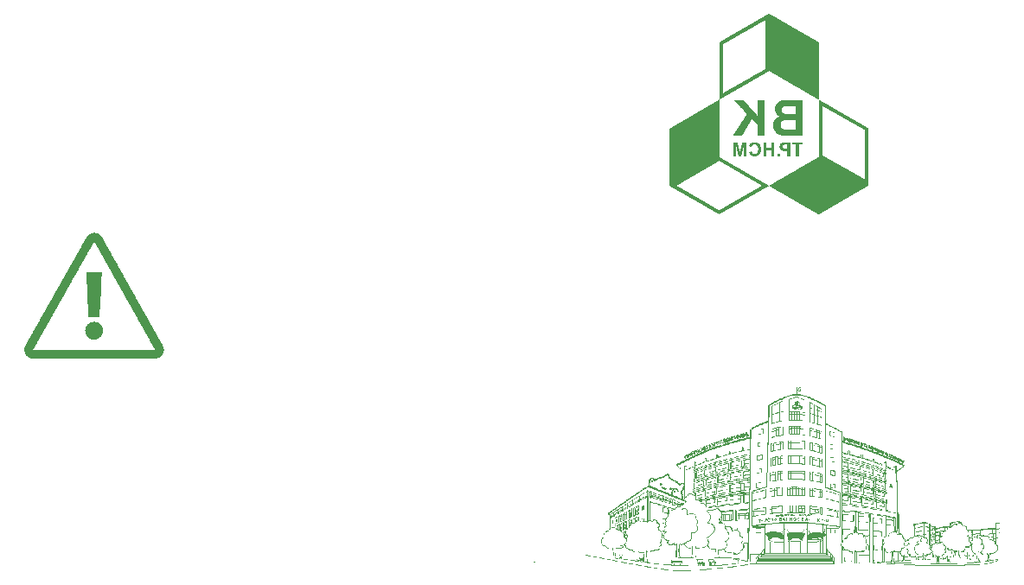
<source format=gbo>
G04*
G04 #@! TF.GenerationSoftware,Altium Limited,Altium Designer,23.6.0 (18)*
G04*
G04 Layer_Color=32896*
%FSTAX44Y44*%
%MOMM*%
G71*
G04*
G04 #@! TF.SameCoordinates,7A204BF5-4CC6-4CC0-A9E4-A723DCFD74C1*
G04*
G04*
G04 #@! TF.FilePolarity,Positive*
G04*
G01*
G75*
G36*
X00743844Y00479585D02*
X00743682D01*
Y00478448D01*
X00743844D01*
Y00465298D01*
X00736863D01*
Y00475689D01*
X00736701D01*
Y00475851D01*
X00736539D01*
Y00476013D01*
X00736376D01*
Y00476338D01*
X00736214D01*
Y004765D01*
X00736052D01*
Y00476662D01*
X00735889D01*
Y00476825D01*
X00735727D01*
Y00476987D01*
X00735564D01*
Y0047715D01*
X00735402D01*
Y00477312D01*
X0073524D01*
Y00477474D01*
X00735078D01*
Y00477637D01*
X00734915D01*
Y00477799D01*
X00734753D01*
Y00477961D01*
X0073459D01*
Y00478124D01*
X00734428D01*
Y00478286D01*
X00734266D01*
Y00478448D01*
X00734103D01*
Y00478611D01*
X00733941D01*
Y00478773D01*
X00733779D01*
Y00478935D01*
X00733616D01*
Y00479098D01*
X00733454D01*
Y0047926D01*
X00733292D01*
Y00479422D01*
X00733129D01*
Y00479585D01*
X00732967D01*
Y00479747D01*
X00732805D01*
Y0047991D01*
X00732642D01*
Y00480072D01*
X0073248D01*
Y00480234D01*
X00732318D01*
Y00480396D01*
X00732155D01*
Y00480559D01*
X00731993D01*
Y00480721D01*
X00731831D01*
Y00480884D01*
X00731668D01*
Y00481046D01*
X00731506D01*
Y00481208D01*
X00731344D01*
Y00481371D01*
X00731181D01*
Y00481533D01*
X00731019D01*
Y00481371D01*
X00730856D01*
Y00481046D01*
X00730694D01*
Y00480721D01*
X00730532D01*
Y00480559D01*
X00730369D01*
Y00480234D01*
X00730207D01*
Y0047991D01*
X00730045D01*
Y00479747D01*
X00729882D01*
Y00479422D01*
X0072972D01*
Y00479098D01*
X00729558D01*
Y00478773D01*
X00729395D01*
Y00478611D01*
X00729233D01*
Y00478286D01*
X00729071D01*
Y00477961D01*
X00728908D01*
Y00477799D01*
X00728746D01*
Y00477474D01*
X00728584D01*
Y0047715D01*
X00728421D01*
Y00476825D01*
X00728259D01*
Y00476662D01*
X00728096D01*
Y00476338D01*
X00727934D01*
Y00476013D01*
X00727772D01*
Y00475851D01*
X00727609D01*
Y00475526D01*
X00727447D01*
Y00475201D01*
X00727285D01*
Y00475039D01*
X00727122D01*
Y00474714D01*
X0072696D01*
Y0047439D01*
X00726798D01*
Y00474065D01*
X00726635D01*
Y00473903D01*
X00726473D01*
Y00473578D01*
X00726311D01*
Y00473253D01*
X00726148D01*
Y00473091D01*
X00725986D01*
Y00472766D01*
X00725824D01*
Y00472441D01*
X00725661D01*
Y00472117D01*
X00725499D01*
Y00471954D01*
X00725337D01*
Y0047163D01*
X00725174D01*
Y00471305D01*
X00725012D01*
Y00471143D01*
X00724849D01*
Y00470818D01*
X00724687D01*
Y00470493D01*
X00724525D01*
Y00470169D01*
X00724362D01*
Y00470006D01*
X007242D01*
Y00469682D01*
X00724038D01*
Y00469357D01*
X00723875D01*
Y00469194D01*
X00723713D01*
Y0046887D01*
X00723551D01*
Y00468545D01*
X00723388D01*
Y0046822D01*
X00723226D01*
Y00468058D01*
X00723064D01*
Y00467733D01*
X00722901D01*
Y00467409D01*
X00722739D01*
Y00467246D01*
X00722577D01*
Y00466922D01*
X00722414D01*
Y00466597D01*
X00722252D01*
Y00466272D01*
X0072209D01*
Y0046611D01*
X00721927D01*
Y00465785D01*
X00721765D01*
Y00465461D01*
X00721603D01*
Y00465298D01*
X00712511D01*
Y00465461D01*
X00712673D01*
Y00465623D01*
X00712836D01*
Y00465948D01*
X00712998D01*
Y0046611D01*
X0071316D01*
Y00466435D01*
X00713323D01*
Y00466597D01*
X00713485D01*
Y00466922D01*
X00713648D01*
Y00467084D01*
X0071381D01*
Y00467409D01*
X00713972D01*
Y00467571D01*
X00714135D01*
Y00467896D01*
X00714297D01*
Y00468058D01*
X00714459D01*
Y00468383D01*
X00714622D01*
Y00468708D01*
X00714784D01*
Y0046887D01*
X00714946D01*
Y00469194D01*
X00715109D01*
Y00469357D01*
X00715271D01*
Y00469682D01*
X00715433D01*
Y00469844D01*
X00715596D01*
Y00470169D01*
X00715758D01*
Y00470331D01*
X0071592D01*
Y00470656D01*
X00716083D01*
Y00470818D01*
X00716245D01*
Y00471143D01*
X00716407D01*
Y00471467D01*
X0071657D01*
Y0047163D01*
X00716732D01*
Y00471954D01*
X00716895D01*
Y00472117D01*
X00717057D01*
Y00472441D01*
X00717219D01*
Y00472604D01*
X00717382D01*
Y00472929D01*
X00717544D01*
Y00473091D01*
X00717706D01*
Y00473416D01*
X00717869D01*
Y00473578D01*
X00718031D01*
Y00473903D01*
X00718193D01*
Y00474065D01*
X00718356D01*
Y0047439D01*
X00718518D01*
Y00474714D01*
X0071868D01*
Y00474877D01*
X00718843D01*
Y00475201D01*
X00719005D01*
Y00475364D01*
X00719167D01*
Y00475689D01*
X0071933D01*
Y00475851D01*
X00719492D01*
Y00476175D01*
X00719654D01*
Y00476338D01*
X00719817D01*
Y00476662D01*
X00719979D01*
Y00476825D01*
X00720141D01*
Y0047715D01*
X00720304D01*
Y00477474D01*
X00720466D01*
Y00477637D01*
X00720629D01*
Y00477961D01*
X00720791D01*
Y00478124D01*
X00720953D01*
Y00478448D01*
X00721115D01*
Y00478611D01*
X00721278D01*
Y00478935D01*
X0072144D01*
Y00479098D01*
X00721603D01*
Y00479422D01*
X00721765D01*
Y00479585D01*
X00721927D01*
Y0047991D01*
X0072209D01*
Y00480072D01*
X00722252D01*
Y00480396D01*
X00722414D01*
Y00480721D01*
X00722577D01*
Y00480884D01*
X00722739D01*
Y00481208D01*
X00722901D01*
Y00481371D01*
X00723064D01*
Y00481695D01*
X00723226D01*
Y00481858D01*
X00723388D01*
Y00482182D01*
X00723551D01*
Y00482345D01*
X00723713D01*
Y00482669D01*
X00723875D01*
Y00482832D01*
X00724038D01*
Y00483157D01*
X007242D01*
Y00483481D01*
X00724362D01*
Y00483643D01*
X00724525D01*
Y00483968D01*
X00724687D01*
Y00484131D01*
X00724849D01*
Y00484455D01*
X00725012D01*
Y00484618D01*
X00725174D01*
Y00484942D01*
X00725337D01*
Y00485105D01*
X00725499D01*
Y00485429D01*
X00725661D01*
Y00485592D01*
X00725824D01*
Y00485916D01*
X00725986D01*
Y00486241D01*
X00726148D01*
Y00486403D01*
X00726311D01*
Y00486566D01*
X00726148D01*
Y00486728D01*
X00725986D01*
Y0048689D01*
X00725824D01*
Y00487053D01*
X00725661D01*
Y00487215D01*
X00725499D01*
Y00487378D01*
X00725337D01*
Y0048754D01*
X00725174D01*
Y00487702D01*
X00725012D01*
Y00487865D01*
X00724849D01*
Y00488027D01*
X00724687D01*
Y00488189D01*
X00724525D01*
Y00488352D01*
X00724362D01*
Y00488514D01*
X007242D01*
Y00488676D01*
X00724038D01*
Y00488839D01*
X00723875D01*
Y00489001D01*
X00723713D01*
Y00489163D01*
X00723551D01*
Y00489326D01*
X00723388D01*
Y00489488D01*
X00723226D01*
Y00489813D01*
X00723064D01*
Y00489975D01*
X00722901D01*
Y00490137D01*
X00722739D01*
Y004903D01*
X00722577D01*
Y00490462D01*
X00722414D01*
Y00490625D01*
X00722252D01*
Y00490787D01*
X0072209D01*
Y00490949D01*
X00721927D01*
Y00491111D01*
X00721765D01*
Y00491274D01*
X00721603D01*
Y00491436D01*
X0072144D01*
Y00491599D01*
X00721278D01*
Y00491761D01*
X00721115D01*
Y00491923D01*
X00720953D01*
Y00492086D01*
X00720791D01*
Y00492248D01*
X00720629D01*
Y0049241D01*
X00720466D01*
Y00492573D01*
X00720304D01*
Y00492735D01*
X00720141D01*
Y00492897D01*
X00719979D01*
Y0049306D01*
X00719817D01*
Y00493222D01*
X00719654D01*
Y00493384D01*
X00719492D01*
Y00493547D01*
X0071933D01*
Y00493709D01*
X00719167D01*
Y00493871D01*
X00719005D01*
Y00494034D01*
X00718843D01*
Y00494196D01*
X0071868D01*
Y00494358D01*
X00718518D01*
Y00494521D01*
X00718356D01*
Y00494846D01*
X00718193D01*
Y00495008D01*
X00718031D01*
Y0049517D01*
X00717869D01*
Y00495333D01*
X00717706D01*
Y00495495D01*
X00717544D01*
Y00495657D01*
X00717382D01*
Y0049582D01*
X00717219D01*
Y00495982D01*
X00717057D01*
Y00496144D01*
X00716895D01*
Y00496307D01*
X00716732D01*
Y00496469D01*
X0071657D01*
Y00496631D01*
X00716407D01*
Y00496794D01*
X00716245D01*
Y00496956D01*
X00716083D01*
Y00497118D01*
X0071592D01*
Y00497281D01*
X00715758D01*
Y00497443D01*
X00715596D01*
Y00497606D01*
X00715433D01*
Y00497768D01*
X00715271D01*
Y0049793D01*
X00715109D01*
Y00498092D01*
X00714946D01*
Y00498255D01*
X00714784D01*
Y00498417D01*
X00714622D01*
Y0049858D01*
X00714459D01*
Y00498742D01*
X00714297D01*
Y00498904D01*
X00714135D01*
Y00499229D01*
X00713972D01*
Y00499391D01*
X0071381D01*
Y00499554D01*
X00713648D01*
Y00499716D01*
X00713485D01*
Y00499878D01*
X00713323D01*
Y00500041D01*
X00722577D01*
Y00499878D01*
X00722739D01*
Y00499716D01*
X00722901D01*
Y00499554D01*
X00723064D01*
Y00499391D01*
X00723226D01*
Y00499229D01*
X00723388D01*
Y00499067D01*
X00723551D01*
Y00498904D01*
X00723713D01*
Y00498742D01*
X00723875D01*
Y0049858D01*
X00724038D01*
Y00498255D01*
X007242D01*
Y00498092D01*
X00724362D01*
Y0049793D01*
X00724525D01*
Y00497768D01*
X00724687D01*
Y00497606D01*
X00724849D01*
Y00497443D01*
X00725012D01*
Y00497281D01*
X00725174D01*
Y00497118D01*
X00725337D01*
Y00496956D01*
X00725499D01*
Y00496794D01*
X00725661D01*
Y00496631D01*
X00725824D01*
Y00496469D01*
X00725986D01*
Y00496144D01*
X00726148D01*
Y00495982D01*
X00726311D01*
Y0049582D01*
X00726473D01*
Y00495657D01*
X00726635D01*
Y00495495D01*
X00726798D01*
Y00495333D01*
X0072696D01*
Y0049517D01*
X00727122D01*
Y00495008D01*
X00727285D01*
Y00494846D01*
X00727447D01*
Y00494683D01*
X00727609D01*
Y00494521D01*
X00727772D01*
Y00494196D01*
X00727934D01*
Y00494034D01*
X00728096D01*
Y00493871D01*
X00728259D01*
Y00493709D01*
X00728421D01*
Y00493547D01*
X00728584D01*
Y00493384D01*
X00728746D01*
Y00493222D01*
X00728908D01*
Y0049306D01*
X00729071D01*
Y00492897D01*
X00729233D01*
Y00492735D01*
X00729395D01*
Y00492573D01*
X00729558D01*
Y00492248D01*
X0072972D01*
Y00492086D01*
X00729882D01*
Y00491923D01*
X00730045D01*
Y00491761D01*
X00730207D01*
Y00491599D01*
X00730369D01*
Y00491436D01*
X00730532D01*
Y00491274D01*
X00730694D01*
Y00491111D01*
X00730856D01*
Y00490949D01*
X00731019D01*
Y00490787D01*
X00731181D01*
Y00490625D01*
X00731344D01*
Y00490462D01*
X00731506D01*
Y00490137D01*
X00731668D01*
Y00489975D01*
X00731831D01*
Y00489813D01*
X00731993D01*
Y0048965D01*
X00732155D01*
Y00489488D01*
X00732318D01*
Y00489326D01*
X0073248D01*
Y00489163D01*
X00732642D01*
Y00489001D01*
X00732805D01*
Y00488839D01*
X00732967D01*
Y00488676D01*
X00733129D01*
Y00488514D01*
X00733292D01*
Y00488189D01*
X00733454D01*
Y00488027D01*
X00733616D01*
Y00487865D01*
X00733779D01*
Y00487702D01*
X00733941D01*
Y0048754D01*
X00734103D01*
Y00487378D01*
X00734266D01*
Y00487215D01*
X00734428D01*
Y00487053D01*
X0073459D01*
Y0048689D01*
X00734753D01*
Y00486728D01*
X00734915D01*
Y00486566D01*
X00735078D01*
Y00486403D01*
X0073524D01*
Y00486079D01*
X00735402D01*
Y00485916D01*
X00735564D01*
Y00485754D01*
X00735727D01*
Y00485592D01*
X00735889D01*
Y00485429D01*
X00736052D01*
Y00485267D01*
X00736214D01*
Y00485105D01*
X00736376D01*
Y00484942D01*
X00736539D01*
Y0048478D01*
X00736701D01*
Y00485267D01*
X00736863D01*
Y00489813D01*
X00736701D01*
Y00496794D01*
X00736863D01*
Y00500041D01*
X00743844D01*
Y00479585D01*
D02*
G37*
G36*
X0078086Y00475689D02*
Y00475526D01*
Y00465298D01*
X00762514D01*
Y00465461D01*
X00760241D01*
Y00465623D01*
X0075943D01*
Y00465785D01*
X0075878D01*
Y00465948D01*
X00758131D01*
Y0046611D01*
X00757806D01*
Y00466272D01*
X00757319D01*
Y00466435D01*
X00756994D01*
Y00466597D01*
X0075667D01*
Y00466759D01*
X00756345D01*
Y00466922D01*
X00756183D01*
Y00467084D01*
X00755858D01*
Y00467246D01*
X00755696D01*
Y00467409D01*
X00755533D01*
Y00467571D01*
X00755371D01*
Y00467733D01*
X00755046D01*
Y00467896D01*
X00754884D01*
Y00468058D01*
X00754722D01*
Y0046822D01*
X00754559D01*
Y00468545D01*
X00754397D01*
Y00468708D01*
X00754235D01*
Y0046887D01*
X00754072D01*
Y00469032D01*
X0075391D01*
Y00469194D01*
X00753747D01*
Y00469519D01*
X00753585D01*
Y00469682D01*
X00753423D01*
Y00470006D01*
X0075326D01*
Y00470331D01*
X00753098D01*
Y00470656D01*
X00752936D01*
Y0047098D01*
X00752773D01*
Y00471305D01*
X00752611D01*
Y0047163D01*
X00752449D01*
Y00472117D01*
X00752286D01*
Y00472766D01*
X00752124D01*
Y00473416D01*
X00751962D01*
Y00474714D01*
X00751799D01*
Y00475851D01*
X00751962D01*
Y0047715D01*
X00752124D01*
Y00477799D01*
X00752286D01*
Y00478448D01*
X00752449D01*
Y00478773D01*
X00752611D01*
Y0047926D01*
X00752773D01*
Y00479585D01*
X00752936D01*
Y00479747D01*
X00753098D01*
Y00480072D01*
X0075326D01*
Y00480234D01*
X00753423D01*
Y00480559D01*
X00753585D01*
Y00480721D01*
X00753747D01*
Y00480884D01*
X0075391D01*
Y00481046D01*
X00754072D01*
Y00481208D01*
X00754235D01*
Y00481371D01*
X00754397D01*
Y00481533D01*
X00754559D01*
Y00481695D01*
X00754722D01*
Y00481858D01*
X00754884D01*
Y0048202D01*
X00755046D01*
Y00482182D01*
X00755209D01*
Y00482345D01*
X00755533D01*
Y00482507D01*
X00755696D01*
Y00482669D01*
X0075602D01*
Y00482832D01*
X00756345D01*
Y00482994D01*
X0075667D01*
Y00483157D01*
X00756994D01*
Y00483319D01*
X00757319D01*
Y00483481D01*
X00757806D01*
Y00483643D01*
X00758293D01*
Y00483806D01*
X00758131D01*
Y00483968D01*
X00757806D01*
Y00484131D01*
X00757644D01*
Y00484293D01*
X00757319D01*
Y00484455D01*
X00757157D01*
Y00484618D01*
X00756832D01*
Y0048478D01*
X0075667D01*
Y00484942D01*
X00756507D01*
Y00485105D01*
X00756345D01*
Y00485267D01*
X0075602D01*
Y00485429D01*
X00755858D01*
Y00485592D01*
X00755696D01*
Y00485916D01*
X00755533D01*
Y00486079D01*
X00755371D01*
Y00486241D01*
X00755209D01*
Y00486403D01*
X00755046D01*
Y00486728D01*
X00754884D01*
Y0048689D01*
X00754722D01*
Y00487215D01*
X00754559D01*
Y0048754D01*
X00754397D01*
Y00487865D01*
X00754235D01*
Y00488189D01*
X00754072D01*
Y00488676D01*
X0075391D01*
Y00489163D01*
X00753747D01*
Y00489975D01*
X00753585D01*
Y00492573D01*
X00753747D01*
Y00493384D01*
X0075391D01*
Y00494034D01*
X00754072D01*
Y00494358D01*
X00754235D01*
Y00494846D01*
X00754397D01*
Y0049517D01*
X00754559D01*
Y00495333D01*
X00754722D01*
Y00495657D01*
X00754884D01*
Y0049582D01*
X00755046D01*
Y00496144D01*
X00755209D01*
Y00496307D01*
X00755371D01*
Y00496631D01*
X00755533D01*
Y00496794D01*
X00755696D01*
Y00496956D01*
X00755858D01*
Y00497118D01*
X0075602D01*
Y00497281D01*
X00756183D01*
Y00497443D01*
X00756345D01*
Y00497606D01*
X00756507D01*
Y00497768D01*
X0075667D01*
Y0049793D01*
X00756994D01*
Y00498092D01*
X00757157D01*
Y00498255D01*
X00757482D01*
Y00498417D01*
X00757644D01*
Y0049858D01*
X00757969D01*
Y00498742D01*
X00758293D01*
Y00498904D01*
X00758618D01*
Y00499067D01*
X00758943D01*
Y00499229D01*
X0075943D01*
Y00499391D01*
X00759917D01*
Y00499554D01*
X00760729D01*
Y00499716D01*
X00761865D01*
Y00499878D01*
X00763976D01*
Y00500041D01*
X0078086D01*
Y00475689D01*
D02*
G37*
G36*
X00753098Y00451012D02*
Y00450849D01*
Y00445005D01*
X00750501D01*
Y00445167D01*
X00750338D01*
Y00451012D01*
X00744981D01*
Y00445005D01*
X00742383D01*
Y00445167D01*
X00742221D01*
Y00458642D01*
X00744981D01*
Y00453284D01*
X00750338D01*
Y00458642D01*
X00753098D01*
Y00451012D01*
D02*
G37*
G36*
X00725824Y00445005D02*
X00723388D01*
Y00455395D01*
X00723226D01*
Y00455233D01*
X00723064D01*
Y00454421D01*
X00722901D01*
Y00453771D01*
X00722739D01*
Y00453122D01*
X00722577D01*
Y00452473D01*
X00722414D01*
Y00451823D01*
X00722252D01*
Y00451174D01*
X0072209D01*
Y00450524D01*
X00721927D01*
Y00449875D01*
X00721765D01*
Y00449226D01*
X00721603D01*
Y00448576D01*
X0072144D01*
Y00447927D01*
X00721278D01*
Y00447277D01*
X00721115D01*
Y00446628D01*
X00720953D01*
Y00445979D01*
X00720791D01*
Y00445329D01*
X00720629D01*
Y00445005D01*
X00718031D01*
Y00445492D01*
X00717869D01*
Y00446141D01*
X00717706D01*
Y0044679D01*
X00717544D01*
Y0044744D01*
X00717382D01*
Y00448089D01*
X00717219D01*
Y00448739D01*
X00717057D01*
Y00449388D01*
X00716895D01*
Y00450037D01*
X00716732D01*
Y00450687D01*
X0071657D01*
Y00451336D01*
X00716407D01*
Y00451986D01*
X00716245D01*
Y00452635D01*
X00716083D01*
Y00453284D01*
X0071592D01*
Y00453934D01*
X00715758D01*
Y00454583D01*
X00715596D01*
Y0045507D01*
X00715433D01*
Y00455557D01*
X00715271D01*
Y00445005D01*
X00712836D01*
Y00458642D01*
X00716895D01*
Y00458479D01*
Y00458317D01*
X00717057D01*
Y00457668D01*
X00717219D01*
Y00457181D01*
X00717382D01*
Y00456531D01*
X00717544D01*
Y00455882D01*
X00717706D01*
Y00455233D01*
X00717869D01*
Y00454583D01*
X00718031D01*
Y00453934D01*
X00718193D01*
Y00453284D01*
X00718356D01*
Y00452635D01*
X00718518D01*
Y00452148D01*
X0071868D01*
Y00451498D01*
X00718843D01*
Y00450849D01*
X00719005D01*
Y004502D01*
X00719167D01*
Y00449713D01*
X0071933D01*
Y0044955D01*
X00719492D01*
Y004502D01*
X00719654D01*
Y00450849D01*
X00719817D01*
Y00451336D01*
X00719979D01*
Y00451986D01*
X00720141D01*
Y00452635D01*
X00720304D01*
Y00453284D01*
X00720466D01*
Y00453934D01*
X00720629D01*
Y00454421D01*
X00720791D01*
Y0045507D01*
X00720953D01*
Y0045572D01*
X00721115D01*
Y00456369D01*
X00721278D01*
Y00457018D01*
X0072144D01*
Y00457505D01*
X00721603D01*
Y00458155D01*
X00721765D01*
Y00458642D01*
X00725824D01*
Y00445005D01*
D02*
G37*
G36*
X00735078Y00458642D02*
X00735727D01*
Y00458479D01*
X00736214D01*
Y00458317D01*
X00736539D01*
Y00458155D01*
X00736863D01*
Y00457993D01*
X00737026D01*
Y0045783D01*
X0073735D01*
Y00457668D01*
X00737513D01*
Y00457505D01*
X00737675D01*
Y00457343D01*
X00738D01*
Y00457181D01*
X00738162D01*
Y00457018D01*
X00738325D01*
Y00456694D01*
X00738487D01*
Y00456531D01*
X00738649D01*
Y00456369D01*
X00738811D01*
Y00456044D01*
X00738974D01*
Y0045572D01*
X00739136D01*
Y00455395D01*
X00739298D01*
Y0045507D01*
X00739461D01*
Y00454583D01*
X00739623D01*
Y00453934D01*
X00739786D01*
Y0045296D01*
X00739948D01*
Y00450524D01*
X00739786D01*
Y0044955D01*
X00739623D01*
Y00448901D01*
X00739461D01*
Y00448576D01*
X00739298D01*
Y00448089D01*
X00739136D01*
Y00447765D01*
X00738974D01*
Y00447602D01*
X00738811D01*
Y00447277D01*
X00738649D01*
Y00447115D01*
X00738487D01*
Y00446953D01*
X00738325D01*
Y0044679D01*
X00738162D01*
Y00446628D01*
X00738D01*
Y00446466D01*
X00737837D01*
Y00446303D01*
X00737675D01*
Y00446141D01*
X00737513D01*
Y00445979D01*
X0073735D01*
Y00445816D01*
X00737026D01*
Y00445654D01*
X00736863D01*
Y00445492D01*
X00736539D01*
Y00445329D01*
X00736052D01*
Y00445167D01*
X00735564D01*
Y00445005D01*
X00734915D01*
Y00444842D01*
X00732642D01*
Y00445005D01*
X00731831D01*
Y00445167D01*
X00731344D01*
Y00445329D01*
X00731019D01*
Y00445492D01*
X00730694D01*
Y00445654D01*
X00730532D01*
Y00445816D01*
X00730207D01*
Y00445979D01*
X00730045D01*
Y00446141D01*
X00729882D01*
Y00446303D01*
X0072972D01*
Y00446466D01*
X00729558D01*
Y00446628D01*
X00729395D01*
Y0044679D01*
X00729233D01*
Y00446953D01*
X00729071D01*
Y00447277D01*
X00728908D01*
Y00447602D01*
X00728746D01*
Y00447927D01*
X00728584D01*
Y00448252D01*
X00728421D01*
Y00448739D01*
X00728259D01*
Y00449226D01*
X00728421D01*
Y00449388D01*
X00729071D01*
Y0044955D01*
X00729558D01*
Y00449713D01*
X00730045D01*
Y00449875D01*
X00730532D01*
Y00450037D01*
X00730856D01*
Y00449713D01*
Y0044955D01*
X00731019D01*
Y00449063D01*
X00731181D01*
Y00448739D01*
X00731344D01*
Y00448414D01*
X00731506D01*
Y00448252D01*
X00731668D01*
Y00448089D01*
X00731831D01*
Y00447927D01*
X00731993D01*
Y00447765D01*
X00732155D01*
Y00447602D01*
X00732318D01*
Y0044744D01*
X00732642D01*
Y00447277D01*
X00733292D01*
Y00447115D01*
X00734428D01*
Y00447277D01*
X00735078D01*
Y0044744D01*
X00735402D01*
Y00447602D01*
X00735564D01*
Y00447765D01*
X00735889D01*
Y00447927D01*
X00736052D01*
Y00448089D01*
X00736214D01*
Y00448252D01*
X00736376D01*
Y00448576D01*
X00736539D01*
Y00448901D01*
X00736701D01*
Y00449226D01*
X00736863D01*
Y00449713D01*
X00737026D01*
Y00450687D01*
X00737188D01*
Y00453122D01*
X00737026D01*
Y00453934D01*
X00736863D01*
Y00454421D01*
X00736701D01*
Y00454908D01*
X00736539D01*
Y0045507D01*
X00736376D01*
Y00455395D01*
X00736214D01*
Y00455557D01*
X00736052D01*
Y0045572D01*
X00735889D01*
Y00455882D01*
X00735727D01*
Y00456044D01*
X00735402D01*
Y00456207D01*
X00735078D01*
Y00456369D01*
X0073459D01*
Y00456531D01*
X00732967D01*
Y00456369D01*
X0073248D01*
Y00456207D01*
X00732155D01*
Y00456044D01*
X00731993D01*
Y00455882D01*
X00731668D01*
Y0045572D01*
X00731506D01*
Y00455395D01*
X00731344D01*
Y00455233D01*
X00731181D01*
Y00454908D01*
X00731019D01*
Y00454583D01*
X00730856D01*
Y00454258D01*
X00730532D01*
Y00454421D01*
X00729882D01*
Y00454583D01*
X00729233D01*
Y00454745D01*
X00728584D01*
Y00454908D01*
X00728259D01*
Y00455233D01*
X00728421D01*
Y0045572D01*
X00728584D01*
Y00456044D01*
X00728746D01*
Y00456369D01*
X00728908D01*
Y00456694D01*
X00729071D01*
Y00456856D01*
X00729233D01*
Y00457181D01*
X00729395D01*
Y00457343D01*
X00729558D01*
Y00457505D01*
X00729882D01*
Y00457668D01*
X00730045D01*
Y0045783D01*
X00730207D01*
Y00457993D01*
X00730532D01*
Y00458155D01*
X00730856D01*
Y00458317D01*
X00731181D01*
Y00458479D01*
X00731668D01*
Y00458642D01*
X00732155D01*
Y00458804D01*
X00735078D01*
Y00458642D01*
D02*
G37*
G36*
X00781022Y00456369D02*
X00776963D01*
Y00445005D01*
X00774366D01*
Y00445167D01*
X00774203D01*
Y00456369D01*
X00770307D01*
Y00458642D01*
X00781022D01*
Y00456369D01*
D02*
G37*
G36*
X00768521Y00445167D02*
X00768359D01*
Y00445005D01*
X00765761D01*
Y004502D01*
X00761865D01*
Y00450362D01*
X00760891D01*
Y00450524D01*
X00760404D01*
Y00450687D01*
X00760079D01*
Y00450849D01*
X00759917D01*
Y00451012D01*
X00759592D01*
Y00451174D01*
X0075943D01*
Y00451336D01*
X00759267D01*
Y00451498D01*
X00759105D01*
Y00451661D01*
X00758943D01*
Y00451986D01*
X0075878D01*
Y00452148D01*
X00758618D01*
Y00452473D01*
X00758456D01*
Y0045296D01*
X00758293D01*
Y00453771D01*
X00758131D01*
Y00455233D01*
X00758293D01*
Y00455882D01*
X00758456D01*
Y00456369D01*
X00758618D01*
Y00456694D01*
X0075878D01*
Y00457018D01*
X00758943D01*
Y00457181D01*
X00759105D01*
Y00457343D01*
X00759267D01*
Y00457505D01*
X0075943D01*
Y00457668D01*
X00759592D01*
Y0045783D01*
X00759754D01*
Y00457993D01*
X00760079D01*
Y00458155D01*
X00760404D01*
Y00458317D01*
X00760891D01*
Y00458479D01*
X0076219D01*
Y00458642D01*
X00768521D01*
Y00445167D01*
D02*
G37*
G36*
X00758293Y00445005D02*
X00755858D01*
Y00447602D01*
X00758293D01*
Y00445005D01*
D02*
G37*
G36*
X00748065Y00584624D02*
X0074839D01*
Y00584462D01*
X00748715D01*
Y005843D01*
X00748877D01*
Y00584137D01*
X00749202D01*
Y00583975D01*
X00749527D01*
Y00583812D01*
X00749851D01*
Y0058365D01*
X00750014D01*
Y00583488D01*
X00750338D01*
Y00583325D01*
X00750663D01*
Y00583163D01*
X00750988D01*
Y00583001D01*
X0075115D01*
Y00582838D01*
X00751475D01*
Y00582676D01*
X00751799D01*
Y00582514D01*
X00751962D01*
Y00582351D01*
X00752286D01*
Y00582189D01*
X00752611D01*
Y00582027D01*
X00752936D01*
Y00581864D01*
X00753098D01*
Y00581702D01*
X00753423D01*
Y0058154D01*
X00753747D01*
Y00581377D01*
X00754072D01*
Y00581215D01*
X00754235D01*
Y00581053D01*
X00754559D01*
Y0058089D01*
X00754884D01*
Y00580728D01*
X00755046D01*
Y00580565D01*
X00755371D01*
Y00580403D01*
X00755696D01*
Y00580241D01*
X0075602D01*
Y00580078D01*
X00756183D01*
Y00579916D01*
X00756507D01*
Y00579754D01*
X00756832D01*
Y00579591D01*
X00757157D01*
Y00579429D01*
X00757319D01*
Y00579267D01*
X00757644D01*
Y00579104D01*
X00757969D01*
Y00578942D01*
X00758293D01*
Y0057878D01*
X00758456D01*
Y00578617D01*
X0075878D01*
Y00578455D01*
X00759105D01*
Y00578293D01*
X00759267D01*
Y0057813D01*
X00759592D01*
Y00577968D01*
X00759917D01*
Y00577805D01*
X00760241D01*
Y00577643D01*
X00760404D01*
Y00577481D01*
X00760729D01*
Y00577318D01*
X00761053D01*
Y00577156D01*
X00761378D01*
Y00576994D01*
X0076154D01*
Y00576832D01*
X00761865D01*
Y00576669D01*
X0076219D01*
Y00576507D01*
X00762352D01*
Y00576344D01*
X00762677D01*
Y00576182D01*
X00763001D01*
Y0057602D01*
X00763326D01*
Y00575857D01*
X00763488D01*
Y00575695D01*
X00763813D01*
Y00575533D01*
X00764138D01*
Y0057537D01*
X00764463D01*
Y00575208D01*
X00764625D01*
Y00575046D01*
X0076495D01*
Y00574883D01*
X00765274D01*
Y00574721D01*
X00765437D01*
Y00574559D01*
X00765761D01*
Y00574396D01*
X00766086D01*
Y00574234D01*
X00766411D01*
Y00574072D01*
X00766573D01*
Y00573909D01*
X00766898D01*
Y00573747D01*
X00767222D01*
Y00573585D01*
X00767547D01*
Y00573422D01*
X0076771D01*
Y0057326D01*
X00768034D01*
Y00573097D01*
X00768359D01*
Y00572935D01*
X00768684D01*
Y00572773D01*
X00768846D01*
Y0057261D01*
X00769171D01*
Y00572448D01*
X00769495D01*
Y00572286D01*
X00769658D01*
Y00572123D01*
X00769982D01*
Y00571961D01*
X00770307D01*
Y00571799D01*
X00770632D01*
Y00571636D01*
X00770794D01*
Y00571474D01*
X00771119D01*
Y00571312D01*
X00771443D01*
Y00571149D01*
X00771768D01*
Y00570987D01*
X00771931D01*
Y00570825D01*
X00772255D01*
Y00570662D01*
X0077258D01*
Y005705D01*
X00772905D01*
Y00570337D01*
X00773067D01*
Y00570175D01*
X00773392D01*
Y00570013D01*
X00773716D01*
Y00569851D01*
X00773879D01*
Y00569688D01*
X00774203D01*
Y00569526D01*
X00774528D01*
Y00569363D01*
X00774853D01*
Y00569201D01*
X00775015D01*
Y00569039D01*
X0077534D01*
Y00568876D01*
X00775665D01*
Y00568714D01*
X00775989D01*
Y00568552D01*
X00776152D01*
Y00568389D01*
X00776476D01*
Y00568227D01*
X00776801D01*
Y00568065D01*
X00777126D01*
Y00567902D01*
X00777288D01*
Y0056774D01*
X00777613D01*
Y00567578D01*
X00777937D01*
Y00567415D01*
X007781D01*
Y00567253D01*
X00778425D01*
Y00567091D01*
X00778749D01*
Y00566928D01*
X00779074D01*
Y00566766D01*
X00779236D01*
Y00566604D01*
X00779561D01*
Y00566441D01*
X00779886D01*
Y00566279D01*
X0078021D01*
Y00566116D01*
X00780373D01*
Y00565954D01*
X00780697D01*
Y00565792D01*
X00781022D01*
Y00565629D01*
X00781184D01*
Y00565467D01*
X00781509D01*
Y00565305D01*
X00781834D01*
Y00565142D01*
X00782159D01*
Y0056498D01*
X00782321D01*
Y00564818D01*
X00782646D01*
Y00564655D01*
X0078297D01*
Y00564493D01*
X00783295D01*
Y00564331D01*
X00783457D01*
Y00564168D01*
X00783782D01*
Y00564006D01*
X00784107D01*
Y00563844D01*
X00784431D01*
Y00563681D01*
X00784594D01*
Y00563519D01*
X00784918D01*
Y00563357D01*
X00785243D01*
Y00563194D01*
X00785406D01*
Y00563032D01*
X0078573D01*
Y00562869D01*
X00786055D01*
Y00562707D01*
X0078638D01*
Y00562545D01*
X00786542D01*
Y00562383D01*
X00786867D01*
Y0056222D01*
X00787191D01*
Y00562058D01*
X00787516D01*
Y00561895D01*
X00787678D01*
Y00561733D01*
X00788003D01*
Y00561571D01*
X00788328D01*
Y00561408D01*
X00788652D01*
Y00561246D01*
X00788815D01*
Y00561084D01*
X00789139D01*
Y00560921D01*
X00789464D01*
Y00560759D01*
X00789626D01*
Y00560597D01*
X00789951D01*
Y00560434D01*
X00790276D01*
Y00560272D01*
X00790601D01*
Y0056011D01*
X00790763D01*
Y00559947D01*
X00791088D01*
Y00559785D01*
X00791412D01*
Y00559622D01*
X00791737D01*
Y0055946D01*
X00791899D01*
Y00559298D01*
X00792224D01*
Y00559136D01*
X00792549D01*
Y00558973D01*
X00792874D01*
Y00558811D01*
X00793036D01*
Y00558648D01*
X00793361D01*
Y00558486D01*
X00793685D01*
Y00558324D01*
X00793848D01*
Y00558161D01*
X00794172D01*
Y00557999D01*
X00794497D01*
Y00557837D01*
X00794822D01*
Y00557674D01*
X00794984D01*
Y00557512D01*
X00795309D01*
Y0055735D01*
X00795633D01*
Y00557187D01*
X00795958D01*
Y00557025D01*
X00796121D01*
Y00556863D01*
X00796445D01*
Y005567D01*
X00796608D01*
Y00500365D01*
X00796932D01*
Y00500203D01*
X00797094D01*
Y00500041D01*
X00797419D01*
Y00499878D01*
X00797744D01*
Y00499716D01*
X00798069D01*
Y00499554D01*
X00798393D01*
Y00499391D01*
X00798556D01*
Y00499229D01*
X0079888D01*
Y00499067D01*
X00799205D01*
Y00498904D01*
X0079953D01*
Y00498742D01*
X00799692D01*
Y0049858D01*
X00800017D01*
Y00498417D01*
X00800341D01*
Y00498255D01*
X00800504D01*
Y00498092D01*
X00800828D01*
Y0049793D01*
X00801153D01*
Y00497768D01*
X00801478D01*
Y00497606D01*
X0080164D01*
Y00497443D01*
X00801965D01*
Y00497281D01*
X0080229D01*
Y00497118D01*
X00802614D01*
Y00496956D01*
X00802777D01*
Y00496794D01*
X00803101D01*
Y00496631D01*
X00803426D01*
Y00496469D01*
X00803588D01*
Y00496307D01*
X00803913D01*
Y00496144D01*
X00804238D01*
Y00495982D01*
X00804563D01*
Y0049582D01*
X00804725D01*
Y00495657D01*
X0080505D01*
Y00495495D01*
X00805374D01*
Y00495333D01*
X00805699D01*
Y0049517D01*
X00805861D01*
Y00495008D01*
X00806186D01*
Y00494846D01*
X00806511D01*
Y00494683D01*
X00806835D01*
Y00494521D01*
X00806998D01*
Y00494358D01*
X00807322D01*
Y00494196D01*
X00807647D01*
Y00494034D01*
X0080781D01*
Y00493871D01*
X00808134D01*
Y00493709D01*
X00808459D01*
Y00493547D01*
X00808784D01*
Y00493384D01*
X00808946D01*
Y00493222D01*
X00809271D01*
Y0049306D01*
X00809595D01*
Y00492897D01*
X0080992D01*
Y00492735D01*
X00810082D01*
Y00492573D01*
X00810407D01*
Y0049241D01*
X00810732D01*
Y00492248D01*
X00810894D01*
Y00492086D01*
X00811219D01*
Y00491923D01*
X00811544D01*
Y00491761D01*
X00811868D01*
Y00491599D01*
X00812031D01*
Y00491436D01*
X00812355D01*
Y00491274D01*
X0081268D01*
Y00491111D01*
X00813005D01*
Y00490949D01*
X00813167D01*
Y00490787D01*
X00813492D01*
Y00490625D01*
X00813816D01*
Y00490462D01*
X00814141D01*
Y004903D01*
X00814304D01*
Y00490137D01*
X00814628D01*
Y00489975D01*
X00814953D01*
Y00489813D01*
X00815115D01*
Y0048965D01*
X0081544D01*
Y00489488D01*
X00815765D01*
Y00489326D01*
X00816089D01*
Y00489163D01*
X00816252D01*
Y00489001D01*
X00816576D01*
Y00488839D01*
X00816901D01*
Y00488676D01*
X00817226D01*
Y00488514D01*
X00817388D01*
Y00488352D01*
X00817713D01*
Y00488189D01*
X00818037D01*
Y00488027D01*
X00818362D01*
Y00487865D01*
X00818524D01*
Y00487702D01*
X00818849D01*
Y0048754D01*
X00819174D01*
Y00487378D01*
X00819336D01*
Y00487215D01*
X00819661D01*
Y00487053D01*
X00819986D01*
Y0048689D01*
X0082031D01*
Y00486728D01*
X00820473D01*
Y00486566D01*
X00820797D01*
Y00486403D01*
X00821122D01*
Y00486241D01*
X00821447D01*
Y00486079D01*
X00821609D01*
Y00485916D01*
X00821934D01*
Y00485754D01*
X00822259D01*
Y00485592D01*
X00822421D01*
Y00485429D01*
X00822746D01*
Y00485267D01*
X0082307D01*
Y00485105D01*
X00823395D01*
Y00484942D01*
X00823557D01*
Y0048478D01*
X00823882D01*
Y00484618D01*
X00824207D01*
Y00484455D01*
X00824531D01*
Y00484293D01*
X00824694D01*
Y00484131D01*
X00825018D01*
Y00483968D01*
X00825343D01*
Y00483806D01*
X00825668D01*
Y00483643D01*
X0082583D01*
Y00483481D01*
X00826155D01*
Y00483319D01*
X0082648D01*
Y00483157D01*
X00826642D01*
Y00482994D01*
X00826967D01*
Y00482832D01*
X00827291D01*
Y00482669D01*
X00827616D01*
Y00482507D01*
X00827778D01*
Y00482345D01*
X00828103D01*
Y00482182D01*
X00828428D01*
Y0048202D01*
X00828753D01*
Y00481858D01*
X00828915D01*
Y00481695D01*
X0082924D01*
Y00481533D01*
X00829564D01*
Y00481371D01*
X00829889D01*
Y00481208D01*
X00830051D01*
Y00481046D01*
X00830376D01*
Y00480884D01*
X00830701D01*
Y00480721D01*
X00830863D01*
Y00480559D01*
X00831188D01*
Y00480396D01*
X00831512D01*
Y00480234D01*
X00831837D01*
Y00480072D01*
X00831999D01*
Y0047991D01*
X00832324D01*
Y00479747D01*
X00832649D01*
Y00479585D01*
X00832973D01*
Y00479422D01*
X00833136D01*
Y0047926D01*
X00833461D01*
Y00479098D01*
X00833785D01*
Y00478935D01*
X00833948D01*
Y00478773D01*
X00834272D01*
Y00478611D01*
X00834597D01*
Y00478448D01*
X00834922D01*
Y00478286D01*
X00835084D01*
Y00478124D01*
X00835409D01*
Y00477961D01*
X00835733D01*
Y00477799D01*
X00836058D01*
Y00477637D01*
X0083622D01*
Y00477474D01*
X00836545D01*
Y00477312D01*
X0083687D01*
Y0047715D01*
X00837195D01*
Y00476987D01*
X00837357D01*
Y00476825D01*
X00837682D01*
Y00476662D01*
X00838006D01*
Y004765D01*
X00838169D01*
Y00476338D01*
X00838493D01*
Y00476175D01*
X00838818D01*
Y00476013D01*
X00839143D01*
Y00475851D01*
X00839305D01*
Y00475689D01*
X0083963D01*
Y00475526D01*
X00839955D01*
Y00475364D01*
X00840279D01*
Y00475201D01*
X00840442D01*
Y00475039D01*
X00840766D01*
Y00474877D01*
X00841091D01*
Y00474714D01*
X00841253D01*
Y00474552D01*
X00841578D01*
Y0047439D01*
X00841903D01*
Y00474227D01*
X00842227D01*
Y00474065D01*
X0084239D01*
Y00473903D01*
X00842714D01*
Y0047374D01*
X00843039D01*
Y00473578D01*
X00843364D01*
Y00473416D01*
X00843526D01*
Y00473253D01*
X00843851D01*
Y00473091D01*
X00844176D01*
Y00472929D01*
X00844338D01*
Y00472766D01*
X00844663D01*
Y00472604D01*
X00844987D01*
Y00472441D01*
X0084515D01*
Y00472279D01*
X00845312D01*
Y00416431D01*
X0084515D01*
Y00416269D01*
X00844825D01*
Y00416107D01*
X008445D01*
Y00415944D01*
X00844338D01*
Y00415782D01*
X00844013D01*
Y0041562D01*
X00843689D01*
Y00415457D01*
X00843526D01*
Y00415295D01*
X00843202D01*
Y00415132D01*
X00842877D01*
Y0041497D01*
X00842552D01*
Y00414808D01*
X0084239D01*
Y00414646D01*
X00842065D01*
Y00414483D01*
X0084174D01*
Y00414321D01*
X00841578D01*
Y00414158D01*
X00841253D01*
Y00413996D01*
X00840929D01*
Y00413834D01*
X00840604D01*
Y00413671D01*
X00840442D01*
Y00413509D01*
X00840117D01*
Y00413347D01*
X00839792D01*
Y00413184D01*
X0083963D01*
Y00413022D01*
X00839305D01*
Y0041286D01*
X0083898D01*
Y00412697D01*
X00838656D01*
Y00412535D01*
X00838493D01*
Y00412373D01*
X00838169D01*
Y0041221D01*
X00837844D01*
Y00412048D01*
X00837682D01*
Y00411886D01*
X00837357D01*
Y00411723D01*
X00837032D01*
Y00411561D01*
X00836708D01*
Y00411399D01*
X00836545D01*
Y00411236D01*
X0083622D01*
Y00411074D01*
X00835896D01*
Y00410911D01*
X00835733D01*
Y00410749D01*
X00835409D01*
Y00410587D01*
X00835084D01*
Y00410424D01*
X00834759D01*
Y00410262D01*
X00834597D01*
Y004101D01*
X00834272D01*
Y00409937D01*
X00833948D01*
Y00409775D01*
X00833785D01*
Y00409613D01*
X00833461D01*
Y0040945D01*
X00833136D01*
Y00409288D01*
X00832811D01*
Y00409126D01*
X00832649D01*
Y00408963D01*
X00832324D01*
Y00408801D01*
X00831999D01*
Y00408639D01*
X00831837D01*
Y00408476D01*
X00831512D01*
Y00408314D01*
X00831188D01*
Y00408152D01*
X00830863D01*
Y00407989D01*
X00830701D01*
Y00407827D01*
X00830376D01*
Y00407664D01*
X00830051D01*
Y00407502D01*
X00829889D01*
Y0040734D01*
X00829564D01*
Y00407177D01*
X0082924D01*
Y00407015D01*
X00829077D01*
Y00406853D01*
X00828753D01*
Y0040669D01*
X00828428D01*
Y00406528D01*
X00828103D01*
Y00406366D01*
X00827941D01*
Y00406203D01*
X00827616D01*
Y00406041D01*
X00827291D01*
Y00405879D01*
X00827129D01*
Y00405716D01*
X00826804D01*
Y00405554D01*
X0082648D01*
Y00405392D01*
X00826155D01*
Y00405229D01*
X00825993D01*
Y00405067D01*
X00825668D01*
Y00404905D01*
X00825343D01*
Y00404742D01*
X00825181D01*
Y0040458D01*
X00824856D01*
Y00404417D01*
X00824531D01*
Y00404255D01*
X00824207D01*
Y00404093D01*
X00824044D01*
Y00403931D01*
X0082372D01*
Y00403768D01*
X00823395D01*
Y00403606D01*
X00823233D01*
Y00403443D01*
X00822908D01*
Y00403281D01*
X00822583D01*
Y00403119D01*
X00822259D01*
Y00402956D01*
X00822096D01*
Y00402794D01*
X00821771D01*
Y00402632D01*
X00821447D01*
Y00402469D01*
X00821284D01*
Y00402307D01*
X0082096D01*
Y00402145D01*
X00820635D01*
Y00401982D01*
X0082031D01*
Y0040182D01*
X00820148D01*
Y00401658D01*
X00819823D01*
Y00401495D01*
X00819499D01*
Y00401333D01*
X00819336D01*
Y00401171D01*
X00819012D01*
Y00401008D01*
X00818687D01*
Y00400846D01*
X00818362D01*
Y00400684D01*
X008182D01*
Y00400521D01*
X00817875D01*
Y00400359D01*
X0081755D01*
Y00400196D01*
X00817388D01*
Y00400034D01*
X00817063D01*
Y00399872D01*
X00816739D01*
Y00399709D01*
X00816576D01*
Y00399547D01*
X00816252D01*
Y00399385D01*
X00815927D01*
Y00399222D01*
X00815602D01*
Y0039906D01*
X0081544D01*
Y00398898D01*
X00815115D01*
Y00398735D01*
X0081479D01*
Y00398573D01*
X00814628D01*
Y00398411D01*
X00814304D01*
Y00398248D01*
X00813979D01*
Y00398086D01*
X00813654D01*
Y00397924D01*
X00813492D01*
Y00397761D01*
X00813167D01*
Y00397599D01*
X00812842D01*
Y00397436D01*
X0081268D01*
Y00397274D01*
X00812355D01*
Y00397112D01*
X00812031D01*
Y0039695D01*
X00811706D01*
Y00396787D01*
X00811544D01*
Y00396625D01*
X00811219D01*
Y00396463D01*
X00810894D01*
Y003963D01*
X00810732D01*
Y00396138D01*
X00810407D01*
Y00395975D01*
X00810082D01*
Y00395813D01*
X00809758D01*
Y00395651D01*
X00809595D01*
Y00395488D01*
X00809271D01*
Y00395326D01*
X00808946D01*
Y00395164D01*
X00808784D01*
Y00395001D01*
X00808459D01*
Y00394839D01*
X00808134D01*
Y00394677D01*
X0080781D01*
Y00394514D01*
X00807647D01*
Y00394352D01*
X00807322D01*
Y0039419D01*
X00806998D01*
Y00394027D01*
X00806835D01*
Y00393865D01*
X00806511D01*
Y00393703D01*
X00806186D01*
Y0039354D01*
X00805861D01*
Y00393378D01*
X00805699D01*
Y00393215D01*
X00805374D01*
Y00393053D01*
X0080505D01*
Y00392891D01*
X00804887D01*
Y00392729D01*
X00804563D01*
Y00392566D01*
X00804238D01*
Y00392404D01*
X00803913D01*
Y00392241D01*
X00803751D01*
Y00392079D01*
X00803426D01*
Y00391917D01*
X00803101D01*
Y00391754D01*
X00802939D01*
Y00391592D01*
X00802614D01*
Y0039143D01*
X0080229D01*
Y00391267D01*
X00801965D01*
Y00391105D01*
X00801803D01*
Y00390943D01*
X00801478D01*
Y0039078D01*
X00801153D01*
Y00390618D01*
X00800991D01*
Y00390456D01*
X00800666D01*
Y00390293D01*
X00800341D01*
Y00390131D01*
X00800017D01*
Y00389968D01*
X00799855D01*
Y00389806D01*
X0079953D01*
Y00389644D01*
X00799205D01*
Y00389482D01*
X00799043D01*
Y00389319D01*
X00798718D01*
Y00389157D01*
X00798393D01*
Y00388994D01*
X00798069D01*
Y00388832D01*
X00797906D01*
Y0038867D01*
X00797582D01*
Y00388507D01*
X00797257D01*
Y00388345D01*
X00797094D01*
Y00388183D01*
X0079677D01*
Y0038802D01*
X00796608D01*
Y00387858D01*
X00796283D01*
Y0038802D01*
X00796121D01*
Y00388183D01*
X00795958D01*
Y00388345D01*
X00795633D01*
Y00388507D01*
X00795471D01*
Y0038867D01*
X00795146D01*
Y00388832D01*
X00794822D01*
Y00388994D01*
X00794497D01*
Y00389157D01*
X00794335D01*
Y00389319D01*
X0079401D01*
Y00389482D01*
X00793685D01*
Y00389644D01*
X00793361D01*
Y00389806D01*
X00793198D01*
Y00389968D01*
X00792874D01*
Y00390131D01*
X00792549D01*
Y00390293D01*
X00792224D01*
Y00390456D01*
X00792062D01*
Y00390618D01*
X00791737D01*
Y0039078D01*
X00791412D01*
Y00390943D01*
X00791088D01*
Y00391105D01*
X00790925D01*
Y00391267D01*
X00790601D01*
Y0039143D01*
X00790276D01*
Y00391592D01*
X00790114D01*
Y00391754D01*
X00789789D01*
Y00391917D01*
X00789464D01*
Y00392079D01*
X00789139D01*
Y00392241D01*
X00788977D01*
Y00392404D01*
X00788652D01*
Y00392566D01*
X00788328D01*
Y00392729D01*
X00788003D01*
Y00392891D01*
X00787841D01*
Y00393053D01*
X00787516D01*
Y00393215D01*
X00787191D01*
Y00393378D01*
X00787029D01*
Y0039354D01*
X00786704D01*
Y00393703D01*
X0078638D01*
Y00393865D01*
X00786055D01*
Y00394027D01*
X00785892D01*
Y0039419D01*
X00785568D01*
Y00394352D01*
X00785243D01*
Y00394514D01*
X00784918D01*
Y00394677D01*
X00784756D01*
Y00394839D01*
X00784431D01*
Y00395001D01*
X00784107D01*
Y00395164D01*
X00783782D01*
Y00395326D01*
X0078362D01*
Y00395488D01*
X00783295D01*
Y00395651D01*
X0078297D01*
Y00395813D01*
X00782808D01*
Y00395975D01*
X00782483D01*
Y00396138D01*
X00782159D01*
Y003963D01*
X00781834D01*
Y00396463D01*
X00781672D01*
Y00396625D01*
X00781347D01*
Y00396787D01*
X00781022D01*
Y0039695D01*
X00780697D01*
Y00397112D01*
X00780535D01*
Y00397274D01*
X0078021D01*
Y00397436D01*
X00779886D01*
Y00397599D01*
X00779723D01*
Y00397761D01*
X00779399D01*
Y00397924D01*
X00779074D01*
Y00398086D01*
X00778749D01*
Y00398248D01*
X00778587D01*
Y00398411D01*
X00778262D01*
Y00398573D01*
X00777937D01*
Y00398735D01*
X00777613D01*
Y00398898D01*
X0077745D01*
Y0039906D01*
X00777126D01*
Y00399222D01*
X00776801D01*
Y00399385D01*
X00776476D01*
Y00399547D01*
X00776314D01*
Y00399709D01*
X00775989D01*
Y00399872D01*
X00775665D01*
Y00400034D01*
X00775502D01*
Y00400196D01*
X00775178D01*
Y00400359D01*
X00774853D01*
Y00400521D01*
X00774528D01*
Y00400684D01*
X00774366D01*
Y00400846D01*
X00774041D01*
Y00401008D01*
X00773716D01*
Y00401171D01*
X00773392D01*
Y00401333D01*
X00773229D01*
Y00401495D01*
X00772905D01*
Y00401658D01*
X0077258D01*
Y0040182D01*
X00772255D01*
Y00401982D01*
X00772093D01*
Y00402145D01*
X00771768D01*
Y00402307D01*
X00771443D01*
Y00402469D01*
X00771281D01*
Y00402632D01*
X00770956D01*
Y00402794D01*
X00770632D01*
Y00402956D01*
X00770307D01*
Y00403119D01*
X00770145D01*
Y00403281D01*
X0076982D01*
Y00403443D01*
X00769495D01*
Y00403606D01*
X00769171D01*
Y00403768D01*
X00769008D01*
Y00403931D01*
X00768684D01*
Y00404093D01*
X00768359D01*
Y00404255D01*
X00768196D01*
Y00404417D01*
X00767872D01*
Y0040458D01*
X00767547D01*
Y00404742D01*
X00767222D01*
Y00404905D01*
X0076706D01*
Y00405067D01*
X00766735D01*
Y00405229D01*
X00766411D01*
Y00405392D01*
X00766086D01*
Y00405554D01*
X00765924D01*
Y00405716D01*
X00765599D01*
Y00405879D01*
X00765274D01*
Y00406041D01*
X0076495D01*
Y00406203D01*
X00764787D01*
Y00406366D01*
X00764463D01*
Y00406528D01*
X00764138D01*
Y0040669D01*
X00763976D01*
Y00406853D01*
X00763651D01*
Y00407015D01*
X00763326D01*
Y00407177D01*
X00763001D01*
Y0040734D01*
X00762839D01*
Y00407502D01*
X00762514D01*
Y00407664D01*
X0076219D01*
Y00407827D01*
X00761865D01*
Y00407989D01*
X00761703D01*
Y00408152D01*
X00761378D01*
Y00408314D01*
X00761053D01*
Y00408476D01*
X00760891D01*
Y00408639D01*
X00760566D01*
Y00408801D01*
X00760241D01*
Y00408963D01*
X00759917D01*
Y00409126D01*
X00759754D01*
Y00409288D01*
X0075943D01*
Y0040945D01*
X00759105D01*
Y00409613D01*
X0075878D01*
Y00409775D01*
X00758618D01*
Y00409937D01*
X00758293D01*
Y004101D01*
X00757969D01*
Y00410262D01*
X00757644D01*
Y00410424D01*
X00757482D01*
Y00410587D01*
X00757157D01*
Y00410749D01*
X00756832D01*
Y00410911D01*
X0075667D01*
Y00411074D01*
X00756345D01*
Y00411236D01*
X0075602D01*
Y00411399D01*
X00755696D01*
Y00411561D01*
X00755533D01*
Y00411723D01*
X00755209D01*
Y00411886D01*
X00754884D01*
Y00412048D01*
X00754559D01*
Y0041221D01*
X00754397D01*
Y00412373D01*
X00754072D01*
Y00412535D01*
X00753747D01*
Y00412697D01*
X00753423D01*
Y0041286D01*
X0075326D01*
Y00413022D01*
X00752936D01*
Y00413184D01*
X00752611D01*
Y00413347D01*
X00752449D01*
Y00413509D01*
X00752124D01*
Y00413671D01*
X00751799D01*
Y00413834D01*
X00751475D01*
Y00413996D01*
X00751312D01*
Y00414158D01*
X00750988D01*
Y00414321D01*
X00750663D01*
Y00414483D01*
X00750338D01*
Y00414646D01*
X00750176D01*
Y00414808D01*
X00749851D01*
Y0041497D01*
X00749527D01*
Y00415132D01*
X00749364D01*
Y00415295D01*
X00749039D01*
Y00415457D01*
X00748715D01*
Y0041562D01*
X00748552D01*
Y00415782D01*
X00748228D01*
Y00415944D01*
X00747578D01*
Y00415782D01*
X00747254D01*
Y0041562D01*
X00746929D01*
Y00415457D01*
X00746767D01*
Y00415295D01*
X00746442D01*
Y00415132D01*
X00746117D01*
Y0041497D01*
X00745792D01*
Y00414808D01*
X0074563D01*
Y00414646D01*
X00745305D01*
Y00414483D01*
X00744981D01*
Y00414321D01*
X00744656D01*
Y00414158D01*
X00744331D01*
Y00413996D01*
X00744169D01*
Y00413834D01*
X00743844D01*
Y00413671D01*
X0074352D01*
Y00413509D01*
X00743195D01*
Y00413347D01*
X00743033D01*
Y00413184D01*
X00742708D01*
Y00413022D01*
X00742383D01*
Y0041286D01*
X00742058D01*
Y00412697D01*
X00741896D01*
Y00412535D01*
X00741571D01*
Y00412373D01*
X00741247D01*
Y0041221D01*
X00740922D01*
Y00412048D01*
X0074076D01*
Y00411886D01*
X00740435D01*
Y00411723D01*
X0074011D01*
Y00411561D01*
X00739786D01*
Y00411399D01*
X00739623D01*
Y00411236D01*
X00739298D01*
Y00411074D01*
X00738974D01*
Y00410911D01*
X00738649D01*
Y00410749D01*
X00738487D01*
Y00410587D01*
X00738162D01*
Y00410424D01*
X00737837D01*
Y00410262D01*
X00737513D01*
Y004101D01*
X0073735D01*
Y00409937D01*
X00737026D01*
Y00409775D01*
X00736701D01*
Y00409613D01*
X00736376D01*
Y0040945D01*
X00736214D01*
Y00409288D01*
X00735889D01*
Y00409126D01*
X00735564D01*
Y00408963D01*
X0073524D01*
Y00408801D01*
X00735078D01*
Y00408639D01*
X00734753D01*
Y00408476D01*
X00734428D01*
Y00408314D01*
X00734103D01*
Y00408152D01*
X00733779D01*
Y00407989D01*
X00733616D01*
Y00407827D01*
X00733292D01*
Y00407664D01*
X00732967D01*
Y00407502D01*
X00732642D01*
Y0040734D01*
X0073248D01*
Y00407177D01*
X00732155D01*
Y00407015D01*
X00731831D01*
Y00406853D01*
X00731506D01*
Y0040669D01*
X00731344D01*
Y00406528D01*
X00731019D01*
Y00406366D01*
X00730694D01*
Y00406203D01*
X00730369D01*
Y00406041D01*
X00730207D01*
Y00405879D01*
X00729882D01*
Y00405716D01*
X00729558D01*
Y00405554D01*
X00729233D01*
Y00405392D01*
X00729071D01*
Y00405229D01*
X00728746D01*
Y00405067D01*
X00728421D01*
Y00404905D01*
X00728096D01*
Y00404742D01*
X00727934D01*
Y0040458D01*
X00727609D01*
Y00404417D01*
X00727285D01*
Y00404255D01*
X0072696D01*
Y00404093D01*
X00726798D01*
Y00403931D01*
X00726473D01*
Y00403768D01*
X00726148D01*
Y00403606D01*
X00725824D01*
Y00403443D01*
X00725661D01*
Y00403281D01*
X00725337D01*
Y00403119D01*
X00725012D01*
Y00402956D01*
X00724687D01*
Y00402794D01*
X00724525D01*
Y00402632D01*
X007242D01*
Y00402469D01*
X00723875D01*
Y00402307D01*
X00723551D01*
Y00402145D01*
X00723388D01*
Y00401982D01*
X00723064D01*
Y0040182D01*
X00722739D01*
Y00401658D01*
X00722414D01*
Y00401495D01*
X00722252D01*
Y00401333D01*
X00721927D01*
Y00401171D01*
X00721603D01*
Y00401008D01*
X00721278D01*
Y00400846D01*
X00721115D01*
Y00400684D01*
X00720791D01*
Y00400521D01*
X00720466D01*
Y00400359D01*
X00720141D01*
Y00400196D01*
X00719979D01*
Y00400034D01*
X00719654D01*
Y00399872D01*
X0071933D01*
Y00399709D01*
X00719005D01*
Y00399547D01*
X00718843D01*
Y00399385D01*
X00718518D01*
Y00399222D01*
X00718193D01*
Y0039906D01*
X00717869D01*
Y00398898D01*
X00717706D01*
Y00398735D01*
X00717382D01*
Y00398573D01*
X00717057D01*
Y00398411D01*
X00716732D01*
Y00398248D01*
X0071657D01*
Y00398086D01*
X00716245D01*
Y00397924D01*
X0071592D01*
Y00397761D01*
X00715596D01*
Y00397599D01*
X00715433D01*
Y00397436D01*
X00715109D01*
Y00397274D01*
X00714784D01*
Y00397112D01*
X00714459D01*
Y0039695D01*
X00714297D01*
Y00396787D01*
X00713972D01*
Y00396625D01*
X00713648D01*
Y00396463D01*
X00713323D01*
Y003963D01*
X00712998D01*
Y00396138D01*
X00712836D01*
Y00395975D01*
X00712511D01*
Y00395813D01*
X00712186D01*
Y00395651D01*
X00712024D01*
Y00395488D01*
X00711699D01*
Y00395326D01*
X00711375D01*
Y00395164D01*
X0071105D01*
Y00395001D01*
X00710725D01*
Y00394839D01*
X00710563D01*
Y00394677D01*
X00710238D01*
Y00394514D01*
X00709913D01*
Y00394352D01*
X00709589D01*
Y0039419D01*
X00709426D01*
Y00394027D01*
X00709102D01*
Y00393865D01*
X00708777D01*
Y00393703D01*
X00708452D01*
Y0039354D01*
X0070829D01*
Y00393378D01*
X00707965D01*
Y00393215D01*
X00707641D01*
Y00393053D01*
X00707316D01*
Y00392891D01*
X00707154D01*
Y00392729D01*
X00706829D01*
Y00392566D01*
X00706504D01*
Y00392404D01*
X0070618D01*
Y00392241D01*
X00706017D01*
Y00392079D01*
X00705692D01*
Y00391917D01*
X00705368D01*
Y00391754D01*
X00705043D01*
Y00391592D01*
X00704881D01*
Y0039143D01*
X00704556D01*
Y00391267D01*
X00704231D01*
Y00391105D01*
X00703907D01*
Y00390943D01*
X00703744D01*
Y0039078D01*
X00703419D01*
Y00390618D01*
X00703095D01*
Y00390456D01*
X0070277D01*
Y00390293D01*
X00702608D01*
Y00390131D01*
X00702283D01*
Y00389968D01*
X00701958D01*
Y00389806D01*
X00701634D01*
Y00389644D01*
X00701471D01*
Y00389482D01*
X00701147D01*
Y00389319D01*
X00700822D01*
Y00389157D01*
X00700497D01*
Y00388994D01*
X00700335D01*
Y00388832D01*
X0070001D01*
Y0038867D01*
X00699686D01*
Y00388507D01*
X00699361D01*
Y00388345D01*
X00699199D01*
Y00388183D01*
X00698874D01*
Y00388345D01*
X00698549D01*
Y00388507D01*
X00698387D01*
Y0038867D01*
X00698062D01*
Y00388832D01*
X00697737D01*
Y00388994D01*
X00697413D01*
Y00389157D01*
X0069725D01*
Y00389319D01*
X00696926D01*
Y00389482D01*
X00696601D01*
Y00389644D01*
X00696276D01*
Y00389806D01*
X00696114D01*
Y00389968D01*
X00695789D01*
Y00390131D01*
X00695464D01*
Y00390293D01*
X0069514D01*
Y00390456D01*
X00694977D01*
Y00390618D01*
X00694653D01*
Y0039078D01*
X00694328D01*
Y00390943D01*
X00694003D01*
Y00391105D01*
X00693841D01*
Y00391267D01*
X00693516D01*
Y0039143D01*
X00693192D01*
Y00391592D01*
X00692867D01*
Y00391754D01*
X00692705D01*
Y00391917D01*
X0069238D01*
Y00392079D01*
X00692055D01*
Y00392241D01*
X0069173D01*
Y00392404D01*
X00691568D01*
Y00392566D01*
X00691243D01*
Y00392729D01*
X00690919D01*
Y00392891D01*
X00690594D01*
Y00393053D01*
X00690432D01*
Y00393215D01*
X00690107D01*
Y00393378D01*
X00689782D01*
Y0039354D01*
X00689458D01*
Y00393703D01*
X00689295D01*
Y00393865D01*
X00688971D01*
Y00394027D01*
X00688646D01*
Y0039419D01*
X00688321D01*
Y00394352D01*
X00688159D01*
Y00394514D01*
X00687834D01*
Y00394677D01*
X00687509D01*
Y00394839D01*
X00687185D01*
Y00395001D01*
X00687022D01*
Y00395164D01*
X00686698D01*
Y00395326D01*
X00686373D01*
Y00395488D01*
X00686048D01*
Y00395651D01*
X00685886D01*
Y00395813D01*
X00685561D01*
Y00395975D01*
X00685237D01*
Y00396138D01*
X00684912D01*
Y003963D01*
X0068475D01*
Y00396463D01*
X00684425D01*
Y00396625D01*
X006841D01*
Y00396787D01*
X00683775D01*
Y0039695D01*
X00683613D01*
Y00397112D01*
X00683288D01*
Y00397274D01*
X00682964D01*
Y00397436D01*
X00682639D01*
Y00397599D01*
X00682477D01*
Y00397761D01*
X00682152D01*
Y00397924D01*
X00681827D01*
Y00398086D01*
X00681503D01*
Y00398248D01*
X0068134D01*
Y00398411D01*
X00681015D01*
Y00398573D01*
X00680691D01*
Y00398735D01*
X00680366D01*
Y00398898D01*
X00680204D01*
Y0039906D01*
X00679879D01*
Y00399222D01*
X00679554D01*
Y00399385D01*
X0067923D01*
Y00399547D01*
X00679067D01*
Y00399709D01*
X00678743D01*
Y00399872D01*
X00678418D01*
Y00400034D01*
X00678093D01*
Y00400196D01*
X00677931D01*
Y00400359D01*
X00677606D01*
Y00400521D01*
X00677281D01*
Y00400684D01*
X00676957D01*
Y00400846D01*
X00676794D01*
Y00401008D01*
X0067647D01*
Y00401171D01*
X00676145D01*
Y00401333D01*
X0067582D01*
Y00401495D01*
X00675658D01*
Y00401658D01*
X00675333D01*
Y0040182D01*
X00675009D01*
Y00401982D01*
X00674684D01*
Y00402145D01*
X00674522D01*
Y00402307D01*
X00674197D01*
Y00402469D01*
X00673872D01*
Y00402632D01*
X00673548D01*
Y00402794D01*
X00673385D01*
Y00402956D01*
X0067306D01*
Y00403119D01*
X00672736D01*
Y00403281D01*
X00672411D01*
Y00403443D01*
X00672249D01*
Y00403606D01*
X00671924D01*
Y00403768D01*
X00671599D01*
Y00403931D01*
X00671275D01*
Y00404093D01*
X00671112D01*
Y00404255D01*
X00670788D01*
Y00404417D01*
X00670463D01*
Y0040458D01*
X00670138D01*
Y00404742D01*
X00669976D01*
Y00404905D01*
X00669651D01*
Y00405067D01*
X00669326D01*
Y00405229D01*
X00669002D01*
Y00405392D01*
X00668839D01*
Y00405554D01*
X00668515D01*
Y00405716D01*
X0066819D01*
Y00405879D01*
X00667865D01*
Y00406041D01*
X00667703D01*
Y00406203D01*
X00667378D01*
Y00406366D01*
X00667054D01*
Y00406528D01*
X00666729D01*
Y0040669D01*
X00666566D01*
Y00406853D01*
X00666242D01*
Y00407015D01*
X00665917D01*
Y00407177D01*
X00665592D01*
Y0040734D01*
X0066543D01*
Y00407502D01*
X00665105D01*
Y00407664D01*
X00664781D01*
Y00407827D01*
X00664456D01*
Y00407989D01*
X00664294D01*
Y00408152D01*
X00663969D01*
Y00408314D01*
X00663644D01*
Y00408476D01*
X00663319D01*
Y00408639D01*
X00663157D01*
Y00408801D01*
X00662832D01*
Y00408963D01*
X00662508D01*
Y00409126D01*
X00662183D01*
Y00409288D01*
X00662021D01*
Y0040945D01*
X00661696D01*
Y00409613D01*
X00661371D01*
Y00409775D01*
X00661047D01*
Y00409937D01*
X00660884D01*
Y004101D01*
X0066056D01*
Y00410262D01*
X00660235D01*
Y00410424D01*
X0065991D01*
Y00410587D01*
X00659748D01*
Y00410749D01*
X00659423D01*
Y00410911D01*
X00659099D01*
Y00411074D01*
X00658774D01*
Y00411236D01*
X00658611D01*
Y00411399D01*
X00658287D01*
Y00411561D01*
X00657962D01*
Y00411723D01*
X00657637D01*
Y00411886D01*
X00657475D01*
Y00412048D01*
X0065715D01*
Y0041221D01*
X00656826D01*
Y00412373D01*
X00656501D01*
Y00412535D01*
X00656339D01*
Y00412697D01*
X00656014D01*
Y0041286D01*
X00655689D01*
Y00413022D01*
X00655365D01*
Y00413184D01*
X00655202D01*
Y00413347D01*
X00654877D01*
Y00413509D01*
X00654553D01*
Y00413671D01*
X00654228D01*
Y00413834D01*
X00654066D01*
Y00413996D01*
X00653741D01*
Y00414158D01*
X00653416D01*
Y00414321D01*
X00653092D01*
Y00414483D01*
X00652929D01*
Y00414646D01*
X00652605D01*
Y00414808D01*
X0065228D01*
Y0041497D01*
X00651955D01*
Y00415132D01*
X00651793D01*
Y00415295D01*
X00651468D01*
Y00415457D01*
X00651143D01*
Y0041562D01*
X00650819D01*
Y00415782D01*
X00650656D01*
Y00415944D01*
X00650494D01*
Y00467084D01*
X00650656D01*
Y0047098D01*
X00650494D01*
Y0047163D01*
X00650656D01*
Y00472117D01*
X00650819D01*
Y00472279D01*
X00651143D01*
Y00472441D01*
X00651306D01*
Y00472604D01*
X0065163D01*
Y00472766D01*
X00651955D01*
Y00472929D01*
X00652117D01*
Y00473091D01*
X00652442D01*
Y00473253D01*
X00652767D01*
Y00473416D01*
X00652929D01*
Y00473578D01*
X00653254D01*
Y0047374D01*
X00653579D01*
Y00473903D01*
X00653903D01*
Y00474065D01*
X00654066D01*
Y00474227D01*
X0065439D01*
Y0047439D01*
X00654715D01*
Y00474552D01*
X00654877D01*
Y00474714D01*
X00655202D01*
Y00474877D01*
X00655527D01*
Y00475039D01*
X00655852D01*
Y00475201D01*
X00656014D01*
Y00475364D01*
X00656339D01*
Y00475526D01*
X00656663D01*
Y00475689D01*
X00656826D01*
Y00475851D01*
X0065715D01*
Y00476013D01*
X00657475D01*
Y00476175D01*
X00657637D01*
Y00476338D01*
X00657962D01*
Y004765D01*
X00658287D01*
Y00476662D01*
X00658611D01*
Y00476825D01*
X00658774D01*
Y00476987D01*
X00659099D01*
Y0047715D01*
X00659423D01*
Y00477312D01*
X00659585D01*
Y00477474D01*
X0065991D01*
Y00477637D01*
X00660235D01*
Y00477799D01*
X0066056D01*
Y00477961D01*
X00660722D01*
Y00478124D01*
X00661047D01*
Y00478286D01*
X00661371D01*
Y00478448D01*
X00661534D01*
Y00478611D01*
X00661858D01*
Y00478773D01*
X00662183D01*
Y00478935D01*
X00662508D01*
Y00479098D01*
X0066267D01*
Y0047926D01*
X00662995D01*
Y00479422D01*
X00663319D01*
Y00479585D01*
X00663482D01*
Y00479747D01*
X00663807D01*
Y0047991D01*
X00664131D01*
Y00480072D01*
X00664294D01*
Y00480234D01*
X00664618D01*
Y00480396D01*
X00664943D01*
Y00480559D01*
X00665268D01*
Y00480721D01*
X0066543D01*
Y00480884D01*
X00665755D01*
Y00481046D01*
X00666079D01*
Y00481208D01*
X00666242D01*
Y00481371D01*
X00666566D01*
Y00481533D01*
X00666891D01*
Y00481695D01*
X00667216D01*
Y00481858D01*
X00667378D01*
Y0048202D01*
X00667703D01*
Y00482182D01*
X00668028D01*
Y00482345D01*
X0066819D01*
Y00482507D01*
X00668515D01*
Y00482669D01*
X00668839D01*
Y00482832D01*
X00669164D01*
Y00482994D01*
X00669326D01*
Y00483157D01*
X00669651D01*
Y00483319D01*
X00669976D01*
Y00483481D01*
X00670138D01*
Y00483643D01*
X00670463D01*
Y00483806D01*
X00670788D01*
Y00483968D01*
X0067095D01*
Y00484131D01*
X00671275D01*
Y00484293D01*
X00671599D01*
Y00484455D01*
X00671924D01*
Y00484618D01*
X00672086D01*
Y0048478D01*
X00672411D01*
Y00484942D01*
X00672736D01*
Y00485105D01*
X00672898D01*
Y00485267D01*
X00673223D01*
Y00485429D01*
X00673548D01*
Y00485592D01*
X00673872D01*
Y00485754D01*
X00674035D01*
Y00485916D01*
X00674359D01*
Y00486079D01*
X00674684D01*
Y00486241D01*
X00674846D01*
Y00486403D01*
X00675171D01*
Y00486566D01*
X00675496D01*
Y00486728D01*
X0067582D01*
Y0048689D01*
X00675983D01*
Y00487053D01*
X00676307D01*
Y00487215D01*
X00676632D01*
Y00487378D01*
X00676794D01*
Y0048754D01*
X00677119D01*
Y00487702D01*
X00677444D01*
Y00487865D01*
X00677768D01*
Y00488027D01*
X00677931D01*
Y00488189D01*
X00678256D01*
Y00488352D01*
X0067858D01*
Y00488514D01*
X00678743D01*
Y00488676D01*
X00679067D01*
Y00488839D01*
X00679392D01*
Y00489001D01*
X00679717D01*
Y00489163D01*
X00679879D01*
Y00489326D01*
X00680204D01*
Y00489488D01*
X00680528D01*
Y0048965D01*
X00680691D01*
Y00489813D01*
X00681015D01*
Y00489975D01*
X0068134D01*
Y00490137D01*
X00681503D01*
Y004903D01*
X00681827D01*
Y00490462D01*
X00682152D01*
Y00490625D01*
X00682477D01*
Y00490787D01*
X00682639D01*
Y00490949D01*
X00682964D01*
Y00491111D01*
X00683288D01*
Y00491274D01*
X00683451D01*
Y00491436D01*
X00683775D01*
Y00491599D01*
X006841D01*
Y00491761D01*
X00684425D01*
Y00491923D01*
X00684587D01*
Y00492086D01*
X00684912D01*
Y00492248D01*
X00685237D01*
Y0049241D01*
X00685399D01*
Y00492573D01*
X00685724D01*
Y00492735D01*
X00686048D01*
Y00492897D01*
X00686211D01*
Y0049306D01*
X00686535D01*
Y00493222D01*
X0068686D01*
Y00493384D01*
X00687185D01*
Y00493547D01*
X00687347D01*
Y00493709D01*
X00687672D01*
Y00493871D01*
X00687997D01*
Y00494034D01*
X00688159D01*
Y00494196D01*
X00688484D01*
Y00494358D01*
X00688808D01*
Y00494521D01*
X00689133D01*
Y00494683D01*
X00689295D01*
Y00494846D01*
X0068962D01*
Y00495008D01*
X00689945D01*
Y0049517D01*
X00690107D01*
Y00495333D01*
X00690432D01*
Y00495495D01*
X00690756D01*
Y00495657D01*
X00691081D01*
Y0049582D01*
X00691243D01*
Y00495982D01*
X00691568D01*
Y00496144D01*
X00691893D01*
Y00496307D01*
X00692055D01*
Y00496469D01*
X0069238D01*
Y00496631D01*
X00692705D01*
Y00496794D01*
X00692867D01*
Y00496956D01*
X00693192D01*
Y00497118D01*
X00693516D01*
Y00497281D01*
X00693841D01*
Y00497443D01*
X00694003D01*
Y00497606D01*
X00694328D01*
Y00497768D01*
X00694653D01*
Y0049793D01*
X00694815D01*
Y00498092D01*
X0069514D01*
Y00498255D01*
X00695464D01*
Y00498417D01*
X00695789D01*
Y0049858D01*
X00695952D01*
Y00498742D01*
X00696276D01*
Y00498904D01*
X00696601D01*
Y00499067D01*
X00696763D01*
Y00499229D01*
X00697088D01*
Y00499391D01*
X00697413D01*
Y00499554D01*
X00697575D01*
Y00499716D01*
X006979D01*
Y00499878D01*
X00698224D01*
Y00500041D01*
X00698549D01*
Y00500203D01*
X00698711D01*
Y00500365D01*
X00699036D01*
Y00500203D01*
X00699199D01*
Y00444193D01*
X00699361D01*
Y0044403D01*
X00699523D01*
Y00443868D01*
X00699848D01*
Y00443706D01*
X00700173D01*
Y00443544D01*
X00700497D01*
Y00443381D01*
X0070066D01*
Y00443219D01*
X00700984D01*
Y00443056D01*
X00701309D01*
Y00442894D01*
X00701634D01*
Y00442732D01*
X00701796D01*
Y00442569D01*
X00702121D01*
Y00442407D01*
X00702446D01*
Y00442245D01*
X00702608D01*
Y00442082D01*
X00702933D01*
Y0044192D01*
X00703257D01*
Y00441758D01*
X00703582D01*
Y00441595D01*
X00703744D01*
Y00441433D01*
X00704069D01*
Y00441271D01*
X00704394D01*
Y00441108D01*
X00704718D01*
Y00440946D01*
X00704881D01*
Y00440784D01*
X00705205D01*
Y00440621D01*
X0070553D01*
Y00440459D01*
X00705855D01*
Y00440297D01*
X00706017D01*
Y00440134D01*
X00706342D01*
Y00439972D01*
X00706666D01*
Y00439809D01*
X00706829D01*
Y00439647D01*
X00707154D01*
Y00439485D01*
X00707478D01*
Y00439322D01*
X00707803D01*
Y0043916D01*
X00707965D01*
Y00438998D01*
X0070829D01*
Y00438835D01*
X00708615D01*
Y00438673D01*
X00708939D01*
Y00438511D01*
X00709102D01*
Y00438348D01*
X00709426D01*
Y00438186D01*
X00709751D01*
Y00438024D01*
X00710076D01*
Y00437861D01*
X00710238D01*
Y00437699D01*
X00710563D01*
Y00437537D01*
X00710888D01*
Y00437374D01*
X0071105D01*
Y00437212D01*
X00711375D01*
Y00437049D01*
X00711699D01*
Y00436887D01*
X00712024D01*
Y00436725D01*
X00712186D01*
Y00436562D01*
X00712511D01*
Y004364D01*
X00712836D01*
Y00436238D01*
X0071316D01*
Y00436076D01*
X00713323D01*
Y00435913D01*
X00713648D01*
Y00435751D01*
X00713972D01*
Y00435588D01*
X00714297D01*
Y00435426D01*
X00714459D01*
Y00435264D01*
X00714784D01*
Y00435101D01*
X00715109D01*
Y00434939D01*
X00715271D01*
Y00434777D01*
X00715596D01*
Y00434614D01*
X0071592D01*
Y00434452D01*
X00716245D01*
Y0043429D01*
X00716407D01*
Y00434127D01*
X00716732D01*
Y00433965D01*
X00717057D01*
Y00433803D01*
X00717382D01*
Y0043364D01*
X00717544D01*
Y00433478D01*
X00717869D01*
Y00433316D01*
X00718193D01*
Y00433153D01*
X00718518D01*
Y00432991D01*
X0071868D01*
Y00432828D01*
X00719005D01*
Y00432666D01*
X0071933D01*
Y00432504D01*
X00719492D01*
Y00432341D01*
X00719817D01*
Y00432179D01*
X00720141D01*
Y00432017D01*
X00720466D01*
Y00431854D01*
X00720629D01*
Y00431692D01*
X00720953D01*
Y0043153D01*
X00721278D01*
Y00431367D01*
X00721603D01*
Y00431205D01*
X00721765D01*
Y00431043D01*
X0072209D01*
Y0043088D01*
X00722414D01*
Y00430718D01*
X00722577D01*
Y00430556D01*
X00722901D01*
Y00430393D01*
X00723226D01*
Y00430231D01*
X00723551D01*
Y00430069D01*
X00723713D01*
Y00429906D01*
X00724038D01*
Y00429744D01*
X00724362D01*
Y00429581D01*
X00724687D01*
Y00429419D01*
X00724849D01*
Y00429257D01*
X00725174D01*
Y00429095D01*
X00725499D01*
Y00428932D01*
X00725824D01*
Y0042877D01*
X00725986D01*
Y00428607D01*
X00726311D01*
Y00428445D01*
X00726635D01*
Y00428283D01*
X00726798D01*
Y0042812D01*
X00727122D01*
Y00427958D01*
X00727447D01*
Y00427796D01*
X00727772D01*
Y00427633D01*
X00727934D01*
Y00427471D01*
X00728259D01*
Y00427309D01*
X00728584D01*
Y00427146D01*
X00728908D01*
Y00426984D01*
X00729071D01*
Y00426822D01*
X00729395D01*
Y00426659D01*
X0072972D01*
Y00426497D01*
X00729882D01*
Y00426335D01*
X00730207D01*
Y00426172D01*
X00730532D01*
Y0042601D01*
X00730856D01*
Y00425848D01*
X00731019D01*
Y00425685D01*
X00731344D01*
Y00425523D01*
X00731668D01*
Y0042536D01*
X00731993D01*
Y00425198D01*
X00732155D01*
Y00425036D01*
X0073248D01*
Y00424873D01*
X00732805D01*
Y00424711D01*
X00733129D01*
Y00424549D01*
X00733292D01*
Y00424386D01*
X00733616D01*
Y00424224D01*
X00733941D01*
Y00424062D01*
X00734103D01*
Y00423899D01*
X00734428D01*
Y00423737D01*
X00734753D01*
Y00423575D01*
X00735078D01*
Y00423412D01*
X0073524D01*
Y0042325D01*
X00735564D01*
Y00423088D01*
X00735889D01*
Y00422925D01*
X00736214D01*
Y00422763D01*
X00736376D01*
Y00422601D01*
X00736701D01*
Y00422438D01*
X00737026D01*
Y00422276D01*
X00737188D01*
Y00422113D01*
X00737513D01*
Y00421951D01*
X00737837D01*
Y00421789D01*
X00738162D01*
Y00421627D01*
X00738325D01*
Y00421464D01*
X00738649D01*
Y00421302D01*
X00738974D01*
Y00421139D01*
X00739298D01*
Y00420977D01*
X00739461D01*
Y00420815D01*
X00739786D01*
Y00420652D01*
X0074011D01*
Y0042049D01*
X00740435D01*
Y00420328D01*
X00740597D01*
Y00420165D01*
X00740922D01*
Y00420003D01*
X00741247D01*
Y00419841D01*
X00741409D01*
Y00419678D01*
X00741734D01*
Y00419516D01*
X00742058D01*
Y00419354D01*
X00742383D01*
Y00419191D01*
X00742545D01*
Y00419029D01*
X0074287D01*
Y00418867D01*
X00743195D01*
Y00418704D01*
X0074352D01*
Y00418542D01*
X00743682D01*
Y0041838D01*
X00744007D01*
Y00418217D01*
X00744331D01*
Y00418055D01*
X00744656D01*
Y00417892D01*
X00744818D01*
Y0041773D01*
X00745143D01*
Y00417568D01*
X00745468D01*
Y00417405D01*
X00745792D01*
Y00417243D01*
X00745955D01*
Y00417081D01*
X0074628D01*
Y00416918D01*
X00746604D01*
Y00416756D01*
X00746767D01*
Y00416594D01*
X00747091D01*
Y00416431D01*
X00747416D01*
Y00416269D01*
X00747578D01*
Y00416107D01*
X00747741D01*
Y00416269D01*
X00748065D01*
Y00416431D01*
X0074839D01*
Y00416594D01*
X00748715D01*
Y00416756D01*
X00749039D01*
Y00416918D01*
X00749364D01*
Y00417081D01*
X00749527D01*
Y00417243D01*
X00749851D01*
Y00417405D01*
X00750176D01*
Y00417568D01*
X00750501D01*
Y0041773D01*
X00750663D01*
Y00417892D01*
X00750988D01*
Y00418055D01*
X00751312D01*
Y00418217D01*
X00751475D01*
Y0041838D01*
X00751799D01*
Y00418542D01*
X00752124D01*
Y00418704D01*
X00752449D01*
Y00418867D01*
X00752611D01*
Y00419029D01*
X00752936D01*
Y00419191D01*
X0075326D01*
Y00419354D01*
X00753423D01*
Y00419516D01*
X00753747D01*
Y00419678D01*
X00754072D01*
Y00419841D01*
X00754397D01*
Y00420003D01*
X00754559D01*
Y00420165D01*
X00754884D01*
Y00420328D01*
X00755209D01*
Y0042049D01*
X00755533D01*
Y00420652D01*
X00755696D01*
Y00420815D01*
X0075602D01*
Y00420977D01*
X00756345D01*
Y00421139D01*
X0075667D01*
Y00421302D01*
X00756832D01*
Y00421464D01*
X00757157D01*
Y00421627D01*
X00757482D01*
Y00421789D01*
X00757806D01*
Y00421951D01*
X00757969D01*
Y00422113D01*
X00758293D01*
Y00422276D01*
X00758618D01*
Y00422438D01*
X0075878D01*
Y00422601D01*
X00759105D01*
Y00422763D01*
X0075943D01*
Y00422925D01*
X00759754D01*
Y00423088D01*
X00759917D01*
Y0042325D01*
X00760241D01*
Y00423412D01*
X00760566D01*
Y00423575D01*
X00760891D01*
Y00423737D01*
X00761053D01*
Y00423899D01*
X00761378D01*
Y00424062D01*
X00761703D01*
Y00424224D01*
X00761865D01*
Y00424386D01*
X0076219D01*
Y00424549D01*
X00762514D01*
Y00424711D01*
X00762839D01*
Y00424873D01*
X00763001D01*
Y00425036D01*
X00763326D01*
Y00425198D01*
X00763651D01*
Y0042536D01*
X00763976D01*
Y00425523D01*
X00764138D01*
Y00425685D01*
X00764463D01*
Y00425848D01*
X00764787D01*
Y0042601D01*
X00765112D01*
Y00426172D01*
X00765274D01*
Y00426335D01*
X00765599D01*
Y00426497D01*
X00765924D01*
Y00426659D01*
X00766086D01*
Y00426822D01*
X00766411D01*
Y00426984D01*
X00766735D01*
Y00427146D01*
X0076706D01*
Y00427309D01*
X00767222D01*
Y00427471D01*
X00767547D01*
Y00427633D01*
X00767872D01*
Y00427796D01*
X00768196D01*
Y00427958D01*
X00768359D01*
Y0042812D01*
X00768684D01*
Y00428283D01*
X00769008D01*
Y00428445D01*
X00769333D01*
Y00428607D01*
X00769495D01*
Y0042877D01*
X0076982D01*
Y00428932D01*
X00770145D01*
Y00429095D01*
X00770307D01*
Y00429257D01*
X00770632D01*
Y00429419D01*
X00770956D01*
Y00429581D01*
X00771281D01*
Y00429744D01*
X00771443D01*
Y00429906D01*
X00771768D01*
Y00430069D01*
X00772093D01*
Y00430231D01*
X00772418D01*
Y00430393D01*
X0077258D01*
Y00430556D01*
X00772905D01*
Y00430718D01*
X00773229D01*
Y0043088D01*
X00773554D01*
Y00431043D01*
X00773716D01*
Y00431205D01*
X00774041D01*
Y00431367D01*
X00774366D01*
Y0043153D01*
X00774528D01*
Y00431692D01*
X00774853D01*
Y00431854D01*
X00775178D01*
Y00432017D01*
X00775502D01*
Y00432179D01*
X00775665D01*
Y00432341D01*
X00775989D01*
Y00432504D01*
X00776314D01*
Y00432666D01*
X00776639D01*
Y00432828D01*
X00776801D01*
Y00432991D01*
X00777126D01*
Y00433153D01*
X0077745D01*
Y00433316D01*
X00777613D01*
Y00433478D01*
X00777937D01*
Y0043364D01*
X00778262D01*
Y00433803D01*
X00778587D01*
Y00433965D01*
X00778749D01*
Y00434127D01*
X00779074D01*
Y0043429D01*
X00779399D01*
Y00434452D01*
X00779723D01*
Y00434614D01*
X00779886D01*
Y00434777D01*
X0078021D01*
Y00434939D01*
X00780535D01*
Y00435101D01*
X00780697D01*
Y00435264D01*
X00781022D01*
Y00435426D01*
X00781347D01*
Y00435588D01*
X00781672D01*
Y00435751D01*
X00781834D01*
Y00435913D01*
X00782159D01*
Y00436076D01*
X00782483D01*
Y00436238D01*
X00782808D01*
Y004364D01*
X0078297D01*
Y00436562D01*
X00783295D01*
Y00436725D01*
X0078362D01*
Y00436887D01*
X00783944D01*
Y00437049D01*
X00784107D01*
Y00437212D01*
X00784431D01*
Y00437374D01*
X00784756D01*
Y00437537D01*
X00784918D01*
Y00437699D01*
X00785243D01*
Y00437861D01*
X00785568D01*
Y00438024D01*
X00785892D01*
Y00438186D01*
X00786055D01*
Y00438348D01*
X0078638D01*
Y00438511D01*
X00786704D01*
Y00438673D01*
X00787029D01*
Y00438835D01*
X00787191D01*
Y00438998D01*
X00787516D01*
Y0043916D01*
X00787841D01*
Y00439322D01*
X00788165D01*
Y00439485D01*
X00788328D01*
Y00439647D01*
X00788652D01*
Y00439809D01*
X00788977D01*
Y00439972D01*
X00789302D01*
Y00440134D01*
X00789464D01*
Y00440297D01*
X00789789D01*
Y00440459D01*
X00790114D01*
Y00440621D01*
X00790276D01*
Y00440784D01*
X00790601D01*
Y00440946D01*
X00790925D01*
Y00441108D01*
X0079125D01*
Y00441271D01*
X00791412D01*
Y00441433D01*
X00791737D01*
Y00441595D01*
X00792062D01*
Y00441758D01*
X00792224D01*
Y0044192D01*
X00792549D01*
Y00442082D01*
X00792874D01*
Y00442245D01*
X00793198D01*
Y00442407D01*
X00793361D01*
Y00442569D01*
X00793685D01*
Y00442732D01*
X0079401D01*
Y00442894D01*
X00794335D01*
Y00443056D01*
X00794497D01*
Y00443219D01*
X00794822D01*
Y00443381D01*
X00795146D01*
Y00443544D01*
X00795309D01*
Y00443706D01*
X00795633D01*
Y00443868D01*
X00795958D01*
Y0044403D01*
X00796121D01*
Y00444193D01*
X00796445D01*
Y00500528D01*
X00796283D01*
Y0050069D01*
X00796121D01*
Y00500852D01*
X00795796D01*
Y00501015D01*
X00795471D01*
Y00501177D01*
X00795146D01*
Y00501339D01*
X00794822D01*
Y00501502D01*
X00794659D01*
Y00501664D01*
X00794335D01*
Y00501827D01*
X0079401D01*
Y00501989D01*
X00793685D01*
Y00502151D01*
X00793523D01*
Y00502314D01*
X00793198D01*
Y00502476D01*
X00792874D01*
Y00502638D01*
X00792549D01*
Y00502801D01*
X00792386D01*
Y00502963D01*
X00792062D01*
Y00503125D01*
X00791737D01*
Y00503288D01*
X00791575D01*
Y0050345D01*
X0079125D01*
Y00503612D01*
X00790925D01*
Y00503775D01*
X00790601D01*
Y00503937D01*
X00790438D01*
Y00504099D01*
X00790114D01*
Y00504262D01*
X00789789D01*
Y00504424D01*
X00789464D01*
Y00504586D01*
X00789302D01*
Y00504749D01*
X00788977D01*
Y00504911D01*
X00788652D01*
Y00505074D01*
X0078849D01*
Y00505236D01*
X00788165D01*
Y00505398D01*
X00787841D01*
Y0050556D01*
X00787516D01*
Y00505723D01*
X00787354D01*
Y00505885D01*
X00787029D01*
Y00506048D01*
X00786704D01*
Y0050621D01*
X0078638D01*
Y00506372D01*
X00786217D01*
Y00506535D01*
X00785892D01*
Y00506697D01*
X00785568D01*
Y00506859D01*
X00785243D01*
Y00507022D01*
X00785081D01*
Y00507184D01*
X00784756D01*
Y00507346D01*
X00784431D01*
Y00507509D01*
X00784269D01*
Y00507671D01*
X00783944D01*
Y00507833D01*
X0078362D01*
Y00507996D01*
X00783295D01*
Y00508158D01*
X00783133D01*
Y00508321D01*
X00782808D01*
Y00508483D01*
X00782483D01*
Y00508645D01*
X00782159D01*
Y00508807D01*
X00781996D01*
Y0050897D01*
X00781672D01*
Y00509132D01*
X00781347D01*
Y00509295D01*
X00781022D01*
Y00509457D01*
X0078086D01*
Y00509619D01*
X00780535D01*
Y00509782D01*
X0078021D01*
Y00509944D01*
X00780048D01*
Y00510106D01*
X00779723D01*
Y00510269D01*
X00779399D01*
Y00510431D01*
X00779074D01*
Y00510593D01*
X00778912D01*
Y00510756D01*
X00778587D01*
Y00510918D01*
X00778262D01*
Y0051108D01*
X00777937D01*
Y00511243D01*
X00777775D01*
Y00511405D01*
X0077745D01*
Y00511567D01*
X00777126D01*
Y0051173D01*
X00776963D01*
Y00511892D01*
X00776639D01*
Y00512054D01*
X00776314D01*
Y00512217D01*
X00775989D01*
Y00512379D01*
X00775827D01*
Y00512542D01*
X00775502D01*
Y00512704D01*
X00775178D01*
Y00512866D01*
X00774853D01*
Y00513029D01*
X0077469D01*
Y00513191D01*
X00774366D01*
Y00513353D01*
X00774041D01*
Y00513516D01*
X00773716D01*
Y00513678D01*
X00773554D01*
Y0051384D01*
X00773229D01*
Y00514003D01*
X00772905D01*
Y00514165D01*
X00772742D01*
Y00514327D01*
X00772418D01*
Y0051449D01*
X00772093D01*
Y00514652D01*
X00771768D01*
Y00514814D01*
X00771606D01*
Y00514977D01*
X00771281D01*
Y00515139D01*
X00770956D01*
Y00515301D01*
X00770632D01*
Y00515464D01*
X00770469D01*
Y00515626D01*
X00770145D01*
Y00515788D01*
X0076982D01*
Y00515951D01*
X00769658D01*
Y00516113D01*
X00769333D01*
Y00516275D01*
X00769008D01*
Y00516438D01*
X00768684D01*
Y005166D01*
X00768521D01*
Y00516763D01*
X00768196D01*
Y00516925D01*
X00767872D01*
Y00517087D01*
X00767547D01*
Y0051725D01*
X00767385D01*
Y00517412D01*
X0076706D01*
Y00517574D01*
X00766735D01*
Y00517737D01*
X00766411D01*
Y00517899D01*
X00766248D01*
Y00518061D01*
X00765924D01*
Y00518224D01*
X00765599D01*
Y00518386D01*
X00765437D01*
Y00518548D01*
X00765112D01*
Y00518711D01*
X00764787D01*
Y00518873D01*
X00764463D01*
Y00519035D01*
X007643D01*
Y00519198D01*
X00763976D01*
Y0051936D01*
X00763651D01*
Y00519523D01*
X00763326D01*
Y00519685D01*
X00763164D01*
Y00519847D01*
X00762839D01*
Y0052001D01*
X00762514D01*
Y00520172D01*
X0076219D01*
Y00520334D01*
X00762027D01*
Y00520497D01*
X00761703D01*
Y00520659D01*
X00761378D01*
Y00520821D01*
X00761216D01*
Y00520984D01*
X00760891D01*
Y00521146D01*
X00760566D01*
Y00521308D01*
X00760241D01*
Y00521471D01*
X00760079D01*
Y00521633D01*
X00759754D01*
Y00521795D01*
X0075943D01*
Y00521958D01*
X00759105D01*
Y0052212D01*
X00758943D01*
Y00522282D01*
X00758618D01*
Y00522445D01*
X00758293D01*
Y00522607D01*
X00758131D01*
Y0052277D01*
X00757806D01*
Y00522932D01*
X00757482D01*
Y00523094D01*
X00757157D01*
Y00523256D01*
X00756994D01*
Y00523419D01*
X0075667D01*
Y00523581D01*
X00756345D01*
Y00523744D01*
X0075602D01*
Y00523906D01*
X00755858D01*
Y00524068D01*
X00755533D01*
Y00524231D01*
X00755209D01*
Y00524393D01*
X00754884D01*
Y00524555D01*
X00754722D01*
Y00524718D01*
X00754397D01*
Y0052488D01*
X00754072D01*
Y00525042D01*
X0075391D01*
Y00525205D01*
X00753585D01*
Y00525367D01*
X0075326D01*
Y00525529D01*
X00752936D01*
Y00525692D01*
X00752773D01*
Y00525854D01*
X00752449D01*
Y00526016D01*
X00752124D01*
Y00526179D01*
X00751799D01*
Y00526341D01*
X00751637D01*
Y00526503D01*
X00751312D01*
Y00526666D01*
X00750988D01*
Y00526828D01*
X00750825D01*
Y00526991D01*
X00750501D01*
Y00527153D01*
X00750176D01*
Y00527315D01*
X00749851D01*
Y00527478D01*
X00749689D01*
Y0052764D01*
X00749364D01*
Y00527802D01*
X00749039D01*
Y00527965D01*
X00748715D01*
Y00528127D01*
X0074839D01*
Y00528289D01*
X00748228D01*
Y00528452D01*
X00747578D01*
Y00528289D01*
X00747254D01*
Y00528127D01*
X00747091D01*
Y00527965D01*
X00746767D01*
Y00527802D01*
X00746442D01*
Y0052764D01*
X0074628D01*
Y00527478D01*
X00745955D01*
Y00527315D01*
X0074563D01*
Y00527153D01*
X00745305D01*
Y00526991D01*
X00745143D01*
Y00526828D01*
X00744818D01*
Y00526666D01*
X00744494D01*
Y00526503D01*
X00744169D01*
Y00526341D01*
X00744007D01*
Y00526179D01*
X00743682D01*
Y00526016D01*
X00743357D01*
Y00525854D01*
X00743033D01*
Y00525692D01*
X0074287D01*
Y00525529D01*
X00742545D01*
Y00525367D01*
X00742221D01*
Y00525205D01*
X00741896D01*
Y00525042D01*
X00741734D01*
Y0052488D01*
X00741409D01*
Y00524718D01*
X00741084D01*
Y00524555D01*
X00740922D01*
Y00524393D01*
X00740597D01*
Y00524231D01*
X00740273D01*
Y00524068D01*
X00739948D01*
Y00523906D01*
X00739786D01*
Y00523744D01*
X00739461D01*
Y00523581D01*
X00739136D01*
Y00523419D01*
X00738811D01*
Y00523256D01*
X00738649D01*
Y00523094D01*
X00738325D01*
Y00522932D01*
X00738D01*
Y0052277D01*
X00737837D01*
Y00522607D01*
X00737513D01*
Y00522445D01*
X00737188D01*
Y00522282D01*
X00736863D01*
Y0052212D01*
X00736701D01*
Y00521958D01*
X00736376D01*
Y00521795D01*
X00736052D01*
Y00521633D01*
X00735727D01*
Y00521471D01*
X00735564D01*
Y00521308D01*
X0073524D01*
Y00521146D01*
X00734915D01*
Y00520984D01*
X0073459D01*
Y00520821D01*
X00734428D01*
Y00520659D01*
X00734103D01*
Y00520497D01*
X00733779D01*
Y00520334D01*
X00733616D01*
Y00520172D01*
X00733292D01*
Y0052001D01*
X00732967D01*
Y00519847D01*
X00732642D01*
Y00519685D01*
X0073248D01*
Y00519523D01*
X00732155D01*
Y0051936D01*
X00731831D01*
Y00519198D01*
X00731506D01*
Y00519035D01*
X00731344D01*
Y00518873D01*
X00731019D01*
Y00518711D01*
X00730694D01*
Y00518548D01*
X00730532D01*
Y00518386D01*
X00730207D01*
Y00518224D01*
X00729882D01*
Y00518061D01*
X00729558D01*
Y00517899D01*
X00729395D01*
Y00517737D01*
X00729071D01*
Y00517574D01*
X00728746D01*
Y00517412D01*
X00728421D01*
Y0051725D01*
X00728259D01*
Y00517087D01*
X00727934D01*
Y00516925D01*
X00727609D01*
Y00516763D01*
X00727285D01*
Y005166D01*
X00727122D01*
Y00516438D01*
X00726798D01*
Y00516275D01*
X00726473D01*
Y00516113D01*
X00726311D01*
Y00515951D01*
X00725986D01*
Y00515788D01*
X00725661D01*
Y00515626D01*
X00725337D01*
Y00515464D01*
X00725174D01*
Y00515301D01*
X00724849D01*
Y00515139D01*
X00724525D01*
Y00514977D01*
X007242D01*
Y00514814D01*
X00724038D01*
Y00514652D01*
X00723713D01*
Y0051449D01*
X00723388D01*
Y00514327D01*
X00723064D01*
Y00514165D01*
X00722901D01*
Y00514003D01*
X00722577D01*
Y0051384D01*
X00722252D01*
Y00513678D01*
X0072209D01*
Y00513516D01*
X00721765D01*
Y00513353D01*
X0072144D01*
Y00513191D01*
X00721115D01*
Y00513029D01*
X00720953D01*
Y00512866D01*
X00720629D01*
Y00512704D01*
X00720304D01*
Y00512542D01*
X00719979D01*
Y00512379D01*
X00719817D01*
Y00512217D01*
X00719492D01*
Y00512054D01*
X00719167D01*
Y00511892D01*
X00719005D01*
Y0051173D01*
X0071868D01*
Y00511567D01*
X00718356D01*
Y00511405D01*
X00718031D01*
Y00511243D01*
X00717869D01*
Y0051108D01*
X00717544D01*
Y00510918D01*
X00717219D01*
Y00510756D01*
X00716895D01*
Y00510593D01*
X00716732D01*
Y00510431D01*
X00716407D01*
Y00510269D01*
X00716083D01*
Y00510106D01*
X00715758D01*
Y00509944D01*
X00715596D01*
Y00509782D01*
X00715271D01*
Y00509619D01*
X00714946D01*
Y00509457D01*
X00714784D01*
Y00509295D01*
X00714459D01*
Y00509132D01*
X00714135D01*
Y0050897D01*
X0071381D01*
Y00508807D01*
X00713648D01*
Y00508645D01*
X00713323D01*
Y00508483D01*
X00712998D01*
Y00508321D01*
X00712673D01*
Y00508158D01*
X00712511D01*
Y00507996D01*
X00712186D01*
Y00507833D01*
X00711862D01*
Y00507671D01*
X00711537D01*
Y00507509D01*
X00711375D01*
Y00507346D01*
X0071105D01*
Y00507184D01*
X00710725D01*
Y00507022D01*
X00710563D01*
Y00506859D01*
X00710238D01*
Y00506697D01*
X00709913D01*
Y00506535D01*
X00709589D01*
Y00506372D01*
X00709426D01*
Y0050621D01*
X00709102D01*
Y00506048D01*
X00708777D01*
Y00505885D01*
X00708452D01*
Y00505723D01*
X0070829D01*
Y0050556D01*
X00707965D01*
Y00505398D01*
X00707641D01*
Y00505236D01*
X00707478D01*
Y00505074D01*
X00707154D01*
Y00504911D01*
X00706829D01*
Y00504749D01*
X00706504D01*
Y00504586D01*
X00706342D01*
Y00504424D01*
X00706017D01*
Y00504262D01*
X00705692D01*
Y00504099D01*
X00705368D01*
Y00503937D01*
X00705205D01*
Y00503775D01*
X00704881D01*
Y00503612D01*
X00704556D01*
Y0050345D01*
X00704231D01*
Y00503288D01*
X00704069D01*
Y00503125D01*
X00703744D01*
Y00502963D01*
X00703419D01*
Y00502801D01*
X00703257D01*
Y00502638D01*
X00702933D01*
Y00502476D01*
X00702608D01*
Y00502314D01*
X00702283D01*
Y00502151D01*
X00702121D01*
Y00501989D01*
X00701796D01*
Y00501827D01*
X00701471D01*
Y00501664D01*
X00701147D01*
Y00501502D01*
X00700984D01*
Y00501339D01*
X0070066D01*
Y00501177D01*
X00700335D01*
Y00501015D01*
X0070001D01*
Y00500852D01*
X00699848D01*
Y0050069D01*
X00699523D01*
Y00500528D01*
X00699361D01*
Y00500365D01*
X00699199D01*
Y0050069D01*
X00699036D01*
Y005567D01*
X00699199D01*
Y00556863D01*
X00699523D01*
Y00557025D01*
X00699848D01*
Y00557187D01*
X00700173D01*
Y0055735D01*
X00700335D01*
Y00557512D01*
X0070066D01*
Y00557674D01*
X00700984D01*
Y00557837D01*
X00701147D01*
Y00557999D01*
X00701471D01*
Y00558161D01*
X00701796D01*
Y00558324D01*
X00702121D01*
Y00558486D01*
X00702283D01*
Y00558648D01*
X00702608D01*
Y00558811D01*
X00702933D01*
Y00558973D01*
X00703257D01*
Y00559136D01*
X00703419D01*
Y00559298D01*
X00703744D01*
Y0055946D01*
X00704069D01*
Y00559622D01*
X00704394D01*
Y00559785D01*
X00704556D01*
Y00559947D01*
X00704881D01*
Y0056011D01*
X00705205D01*
Y00560272D01*
X00705368D01*
Y00560434D01*
X00705692D01*
Y00560597D01*
X00706017D01*
Y00560759D01*
X00706342D01*
Y00560921D01*
X00706504D01*
Y00561084D01*
X00706829D01*
Y00561246D01*
X00707154D01*
Y00561408D01*
X00707478D01*
Y00561571D01*
X00707641D01*
Y00561733D01*
X00707965D01*
Y00561895D01*
X0070829D01*
Y00562058D01*
X00708452D01*
Y0056222D01*
X00708777D01*
Y00562383D01*
X00709102D01*
Y00562545D01*
X00709426D01*
Y00562707D01*
X00709589D01*
Y00562869D01*
X00709913D01*
Y00563032D01*
X00710238D01*
Y00563194D01*
X00710563D01*
Y00563357D01*
X00710725D01*
Y00563519D01*
X0071105D01*
Y00563681D01*
X00711375D01*
Y00563844D01*
X00711537D01*
Y00564006D01*
X00711862D01*
Y00564168D01*
X00712186D01*
Y00564331D01*
X00712511D01*
Y00564493D01*
X00712673D01*
Y00564655D01*
X00712998D01*
Y00564818D01*
X00713323D01*
Y0056498D01*
X00713648D01*
Y00565142D01*
X0071381D01*
Y00565305D01*
X00714135D01*
Y00565467D01*
X00714459D01*
Y00565629D01*
X00714622D01*
Y00565792D01*
X00714946D01*
Y00565954D01*
X00715271D01*
Y00566116D01*
X00715596D01*
Y00566279D01*
X00715758D01*
Y00566441D01*
X00716083D01*
Y00566604D01*
X00716407D01*
Y00566766D01*
X00716732D01*
Y00566928D01*
X00716895D01*
Y00567091D01*
X00717219D01*
Y00567253D01*
X00717544D01*
Y00567415D01*
X00717869D01*
Y00567578D01*
X00718031D01*
Y0056774D01*
X00718356D01*
Y00567902D01*
X0071868D01*
Y00568065D01*
X00718843D01*
Y00568227D01*
X00719167D01*
Y00568389D01*
X00719492D01*
Y00568552D01*
X00719817D01*
Y00568714D01*
X00719979D01*
Y00568876D01*
X00720304D01*
Y00569039D01*
X00720629D01*
Y00569201D01*
X00720953D01*
Y00569363D01*
X00721115D01*
Y00569526D01*
X0072144D01*
Y00569688D01*
X00721765D01*
Y00569851D01*
X0072209D01*
Y00570013D01*
X00722252D01*
Y00570175D01*
X00722577D01*
Y00570337D01*
X00722901D01*
Y005705D01*
X00723064D01*
Y00570662D01*
X00723388D01*
Y00570825D01*
X00723713D01*
Y00570987D01*
X00724038D01*
Y00571149D01*
X007242D01*
Y00571312D01*
X00724525D01*
Y00571474D01*
X00724849D01*
Y00571636D01*
X00725174D01*
Y00571799D01*
X00725337D01*
Y00571961D01*
X00725661D01*
Y00572123D01*
X00725986D01*
Y00572286D01*
X00726311D01*
Y00572448D01*
X00726473D01*
Y0057261D01*
X00726798D01*
Y00572773D01*
X00727122D01*
Y00572935D01*
X00727285D01*
Y00573097D01*
X00727609D01*
Y0057326D01*
X00727934D01*
Y00573422D01*
X00728259D01*
Y00573585D01*
X00728421D01*
Y00573747D01*
X00728746D01*
Y00573909D01*
X00729071D01*
Y00574072D01*
X00729395D01*
Y00574234D01*
X00729558D01*
Y00574396D01*
X00729882D01*
Y00574559D01*
X00730207D01*
Y00574721D01*
X00730369D01*
Y00574883D01*
X00730694D01*
Y00575046D01*
X00731019D01*
Y00575208D01*
X00731344D01*
Y0057537D01*
X00731506D01*
Y00575533D01*
X00731831D01*
Y00575695D01*
X00732155D01*
Y00575857D01*
X0073248D01*
Y0057602D01*
X00732642D01*
Y00576182D01*
X00732967D01*
Y00576344D01*
X00733292D01*
Y00576507D01*
X00733616D01*
Y00576669D01*
X00733779D01*
Y00576832D01*
X00734103D01*
Y00576994D01*
X00734428D01*
Y00577156D01*
X0073459D01*
Y00577318D01*
X00734915D01*
Y00577481D01*
X0073524D01*
Y00577643D01*
X00735564D01*
Y00577805D01*
X00735727D01*
Y00577968D01*
X00736052D01*
Y0057813D01*
X00736376D01*
Y00578293D01*
X00736701D01*
Y00578455D01*
X00736863D01*
Y00578617D01*
X00737188D01*
Y0057878D01*
X00737513D01*
Y00578942D01*
X00737837D01*
Y00579104D01*
X00738D01*
Y00579267D01*
X00738325D01*
Y00579429D01*
X00738649D01*
Y00579591D01*
X00738811D01*
Y00579754D01*
X00739136D01*
Y00579916D01*
X00739461D01*
Y00580078D01*
X00739786D01*
Y00580241D01*
X00739948D01*
Y00580403D01*
X00740273D01*
Y00580565D01*
X00740597D01*
Y00580728D01*
X00740922D01*
Y0058089D01*
X00741084D01*
Y00581053D01*
X00741409D01*
Y00581215D01*
X00741734D01*
Y00581377D01*
X00741896D01*
Y0058154D01*
X00742221D01*
Y00581702D01*
X00742545D01*
Y00581864D01*
X0074287D01*
Y00582027D01*
X00743033D01*
Y00582189D01*
X00743357D01*
Y00582351D01*
X00743682D01*
Y00582514D01*
X00744007D01*
Y00582676D01*
X00744169D01*
Y00582838D01*
X00744494D01*
Y00583001D01*
X00744818D01*
Y00583163D01*
X00744981D01*
Y00583325D01*
X00745305D01*
Y00583488D01*
X0074563D01*
Y0058365D01*
X00745955D01*
Y00583812D01*
X00746117D01*
Y00583975D01*
X00746442D01*
Y00584137D01*
X00746767D01*
Y005843D01*
X00747091D01*
Y00584462D01*
X00747254D01*
Y00584624D01*
X00747578D01*
Y00584786D01*
X00748065D01*
Y00584624D01*
D02*
G37*
G36*
X00087946Y00369899D02*
X00089545D01*
Y00369579D01*
X00090505D01*
Y00369259D01*
X00091144D01*
Y00368939D01*
X00091784D01*
Y00368619D01*
X00092424D01*
Y00368299D01*
X00092744D01*
Y0036798D01*
X00093064D01*
Y0036766D01*
X00093384D01*
Y0036734D01*
X00093703D01*
Y0036702D01*
X00094023D01*
Y003667D01*
X00094343D01*
Y0036606D01*
X00094663D01*
Y0036574D01*
X00094983D01*
Y00365101D01*
X00095303D01*
Y00364461D01*
X00095623D01*
Y00363821D01*
X00095943D01*
Y00363501D01*
X00096262D01*
Y00362862D01*
X00096582D01*
Y00362222D01*
X00096902D01*
Y00361582D01*
X00097222D01*
Y00360942D01*
X00097542D01*
Y00360303D01*
X00097862D01*
Y00359983D01*
X00098182D01*
Y00359343D01*
X00098502D01*
Y00358703D01*
X00098821D01*
Y00358383D01*
X00099141D01*
Y00357744D01*
X00099461D01*
Y00357104D01*
X00099781D01*
Y00356464D01*
X00100101D01*
Y00355824D01*
X00100421D01*
Y00355504D01*
X00100741D01*
Y00354865D01*
X00101061D01*
Y00354225D01*
X0010138D01*
Y00353585D01*
X001017D01*
Y00352946D01*
X0010202D01*
Y00352626D01*
X0010234D01*
Y00351986D01*
X0010266D01*
Y00351346D01*
X0010298D01*
Y00350706D01*
X001033D01*
Y00350387D01*
X00103619D01*
Y00349747D01*
X00103939D01*
Y00349107D01*
X00104259D01*
Y00348467D01*
X00104579D01*
Y00347827D01*
X00104899D01*
Y00347508D01*
X00105219D01*
Y00346868D01*
X00105539D01*
Y00346228D01*
X00105859D01*
Y00345588D01*
X00106179D01*
Y00344949D01*
X00106498D01*
Y00344629D01*
X00106818D01*
Y00343989D01*
X00107138D01*
Y00343349D01*
X00107458D01*
Y0034271D01*
X00107778D01*
Y0034207D01*
X00108098D01*
Y0034175D01*
X00108418D01*
Y0034111D01*
X00108737D01*
Y0034047D01*
X00109057D01*
Y00339831D01*
X00109377D01*
Y00339511D01*
X00109697D01*
Y00338871D01*
X00110017D01*
Y00338231D01*
X00110337D01*
Y00337592D01*
X00110657D01*
Y00336952D01*
X00110977D01*
Y00336632D01*
X00111297D01*
Y00335992D01*
X00111616D01*
Y00335352D01*
X00111936D01*
Y00334713D01*
X00112256D01*
Y00334393D01*
X00112576D01*
Y00333753D01*
X00112896D01*
Y00333113D01*
X00113216D01*
Y00332473D01*
X00113536D01*
Y00331834D01*
X00113855D01*
Y00331514D01*
X00114175D01*
Y00330874D01*
X00114495D01*
Y00330234D01*
X00114815D01*
Y00329595D01*
X00115135D01*
Y00328955D01*
X00115455D01*
Y00328635D01*
X00115775D01*
Y00327995D01*
X00116095D01*
Y00327356D01*
X00116414D01*
Y00326716D01*
X00116734D01*
Y00326396D01*
X00117054D01*
Y00325756D01*
X00117374D01*
Y00325116D01*
X00117694D01*
Y00324477D01*
X00118014D01*
Y00323837D01*
X00118334D01*
Y00323517D01*
X00118654D01*
Y00322877D01*
X00118974D01*
Y00322238D01*
X00119293D01*
Y00321598D01*
X00119613D01*
Y00321278D01*
X00119933D01*
Y00320638D01*
X00120253D01*
Y00319998D01*
X00120573D01*
Y00319359D01*
X00120893D01*
Y00319039D01*
X00121213D01*
Y00318399D01*
X00121532D01*
Y00317759D01*
X00121852D01*
Y0031712D01*
X00122172D01*
Y0031648D01*
X00122492D01*
Y0031584D01*
X00122812D01*
Y0031552D01*
X00123132D01*
Y00314881D01*
X00123452D01*
Y00314241D01*
X00123772D01*
Y00313601D01*
X00124092D01*
Y00312961D01*
X00124411D01*
Y00312641D01*
X00124731D01*
Y00312002D01*
X00125051D01*
Y00311362D01*
X00125371D01*
Y00310722D01*
X00125691D01*
Y00310402D01*
X00126011D01*
Y00309762D01*
X00126331D01*
Y00309123D01*
X0012665D01*
Y00308483D01*
X0012697D01*
Y00307843D01*
X0012729D01*
Y00307523D01*
X0012761D01*
Y00306884D01*
X0012793D01*
Y00306244D01*
X0012825D01*
Y00305604D01*
X0012857D01*
Y00305284D01*
X0012889D01*
Y00304645D01*
X00129209D01*
Y00304005D01*
X00129529D01*
Y00303365D01*
X00129849D01*
Y00302725D01*
X00130169D01*
Y00302405D01*
X00130489D01*
Y00301766D01*
X00130809D01*
Y00301126D01*
X00131129D01*
Y00300486D01*
X00131449D01*
Y00300166D01*
X00131768D01*
Y00299527D01*
X00132088D01*
Y00298887D01*
X00132408D01*
Y00298247D01*
X00132728D01*
Y00297607D01*
X00133048D01*
Y00297287D01*
X00133368D01*
Y00296648D01*
X00133688D01*
Y00296008D01*
X00134008D01*
Y00295368D01*
X00134327D01*
Y00295048D01*
X00134647D01*
Y00294409D01*
X00134967D01*
Y00293769D01*
X00135287D01*
Y00293129D01*
X00135607D01*
Y00292489D01*
X00135927D01*
Y00292169D01*
X00136247D01*
Y0029153D01*
X00136567D01*
Y0029089D01*
X00136886D01*
Y0029025D01*
X00137206D01*
Y0028993D01*
X00137526D01*
Y00289291D01*
X00137846D01*
Y00288651D01*
X00138166D01*
Y00288011D01*
X00138486D01*
Y00287371D01*
X00138806D01*
Y00287051D01*
X00139125D01*
Y00286412D01*
X00139445D01*
Y00285772D01*
X00139765D01*
Y00285132D01*
X00140085D01*
Y00284492D01*
X00140405D01*
Y00284173D01*
X00140725D01*
Y00283533D01*
X00141045D01*
Y00282893D01*
X00141365D01*
Y00282253D01*
X00141685D01*
Y00281614D01*
X00142004D01*
Y00281294D01*
X00142324D01*
Y00280654D01*
X00142644D01*
Y00280014D01*
X00142964D01*
Y00279375D01*
X00143284D01*
Y00279055D01*
X00143604D01*
Y00278415D01*
X00143924D01*
Y00277775D01*
X00144243D01*
Y00277135D01*
X00144563D01*
Y00276496D01*
X00144883D01*
Y00276176D01*
X00145203D01*
Y00275536D01*
X00145523D01*
Y00274896D01*
X00145843D01*
Y00274256D01*
X00146163D01*
Y00273617D01*
X00146483D01*
Y00273297D01*
X00146803D01*
Y00272657D01*
X00147122D01*
Y00272017D01*
X00147442D01*
Y00271378D01*
X00147762D01*
Y00271058D01*
X00148082D01*
Y00270418D01*
X00148402D01*
Y00269778D01*
X00148722D01*
Y00269139D01*
X00149042D01*
Y00268819D01*
X00149361D01*
Y00268179D01*
X00149681D01*
Y00267539D01*
X00150001D01*
Y00266899D01*
X00150321D01*
Y0026626D01*
X00150641D01*
Y0026594D01*
X00150961D01*
Y002653D01*
X00151281D01*
Y0026466D01*
X00151601D01*
Y00264021D01*
X0015192D01*
Y00263381D01*
X0015224D01*
Y00263061D01*
X0015256D01*
Y00262421D01*
X0015288D01*
Y00261781D01*
X001532D01*
Y00261142D01*
X0015352D01*
Y00260822D01*
X0015384D01*
Y00260182D01*
X0015416D01*
Y00259542D01*
X0015448D01*
Y00258903D01*
X00154799D01*
Y00257943D01*
X00155119D01*
Y00256344D01*
X00155439D01*
Y00254424D01*
X00155119D01*
Y00252825D01*
X00154799D01*
Y00252185D01*
X0015448D01*
Y00251226D01*
X0015416D01*
Y00250906D01*
X0015384D01*
Y00250266D01*
X0015352D01*
Y00249946D01*
X001532D01*
Y00249626D01*
X0015288D01*
Y00249306D01*
X0015256D01*
Y00248986D01*
X0015224D01*
Y00248667D01*
X0015192D01*
Y00248347D01*
X00151281D01*
Y00248027D01*
X00150961D01*
Y00247707D01*
X00150321D01*
Y00247387D01*
X00149361D01*
Y00247067D01*
X00148082D01*
Y00246747D01*
X0002589D01*
Y00247067D01*
X00024611D01*
Y00247387D01*
X00023971D01*
Y00247707D01*
X00023331D01*
Y00248027D01*
X00022691D01*
Y00248347D01*
X00022372D01*
Y00248667D01*
X00021732D01*
Y00248986D01*
X00021412D01*
Y00249306D01*
X00021092D01*
Y00249626D01*
X00020772D01*
Y00250266D01*
X00020452D01*
Y00250586D01*
X00020133D01*
Y00251226D01*
X00019813D01*
Y00251545D01*
X00019493D01*
Y00252505D01*
X00019173D01*
Y00253465D01*
X00018853D01*
Y00257623D01*
X00019173D01*
Y00258583D01*
X00019493D01*
Y00259222D01*
X00019813D01*
Y00259862D01*
X00020133D01*
Y00260502D01*
X00020452D01*
Y00260822D01*
X00020772D01*
Y00261462D01*
X00021092D01*
Y00262101D01*
X00021412D01*
Y00262741D01*
X00021732D01*
Y00263061D01*
X00022052D01*
Y00263701D01*
X00022372D01*
Y0026434D01*
X00022691D01*
Y0026498D01*
X00023011D01*
Y002653D01*
X00023331D01*
Y0026594D01*
X00023651D01*
Y00266579D01*
X00023971D01*
Y00267219D01*
X00024291D01*
Y00267859D01*
X00024611D01*
Y00268499D01*
X00024931D01*
Y00268819D01*
X0002525D01*
Y00269458D01*
X0002557D01*
Y00270098D01*
X0002589D01*
Y00270738D01*
X0002621D01*
Y00271058D01*
X0002653D01*
Y00271698D01*
X0002685D01*
Y00272337D01*
X0002717D01*
Y00272977D01*
X0002749D01*
Y00273617D01*
X00027809D01*
Y00273937D01*
X00028129D01*
Y00274576D01*
X00028449D01*
Y00275216D01*
X00028769D01*
Y00275856D01*
X00029089D01*
Y00276176D01*
X00029409D01*
Y00276815D01*
X00029729D01*
Y00277455D01*
X00030049D01*
Y00278095D01*
X00030368D01*
Y00278415D01*
X00030688D01*
Y00279055D01*
X00031008D01*
Y00279694D01*
X00031328D01*
Y00280334D01*
X00031648D01*
Y00280654D01*
X00031968D01*
Y00281294D01*
X00032288D01*
Y00281933D01*
X00032608D01*
Y00282573D01*
X00032927D01*
Y00282893D01*
X00033247D01*
Y00283533D01*
X00033567D01*
Y00284173D01*
X00033887D01*
Y00284812D01*
X00034207D01*
Y00285452D01*
X00034527D01*
Y00285772D01*
X00034847D01*
Y00286412D01*
X00035166D01*
Y00287051D01*
X00035486D01*
Y00287691D01*
X00035806D01*
Y00288011D01*
X00036126D01*
Y00288651D01*
X00036446D01*
Y00289291D01*
X00036766D01*
Y0028993D01*
X00037086D01*
Y0029057D01*
X00037406D01*
Y0029089D01*
X00037726D01*
Y0029153D01*
X00038045D01*
Y00292169D01*
X00038365D01*
Y00292489D01*
X00038685D01*
Y00293129D01*
X00039005D01*
Y00293769D01*
X00039325D01*
Y00294409D01*
X00039645D01*
Y00295048D01*
X00039965D01*
Y00295688D01*
X00040285D01*
Y00296008D01*
X00040604D01*
Y00296648D01*
X00040924D01*
Y00297287D01*
X00041244D01*
Y00297607D01*
X00041564D01*
Y00298247D01*
X00041884D01*
Y00298887D01*
X00042204D01*
Y00299527D01*
X00042524D01*
Y00300166D01*
X00042843D01*
Y00300806D01*
X00043163D01*
Y00301126D01*
X00043483D01*
Y00301766D01*
X00043803D01*
Y00302405D01*
X00044123D01*
Y00302725D01*
X00044443D01*
Y00303365D01*
X00044763D01*
Y00304005D01*
X00045083D01*
Y00304645D01*
X00045402D01*
Y00305284D01*
X00045722D01*
Y00305604D01*
X00046042D01*
Y00306244D01*
X00046362D01*
Y00306884D01*
X00046682D01*
Y00307523D01*
X00047002D01*
Y00307843D01*
X00047322D01*
Y00308483D01*
X00047642D01*
Y00309123D01*
X00047962D01*
Y00309762D01*
X00048281D01*
Y00310402D01*
X00048601D01*
Y00310722D01*
X00048921D01*
Y00311362D01*
X00049241D01*
Y00312002D01*
X00049561D01*
Y00312641D01*
X00049881D01*
Y00312961D01*
X00050201D01*
Y00313601D01*
X00050521D01*
Y00314241D01*
X0005084D01*
Y00314881D01*
X0005116D01*
Y0031552D01*
X0005148D01*
Y0031584D01*
X000518D01*
Y0031648D01*
X0005212D01*
Y0031712D01*
X0005244D01*
Y00317759D01*
X0005276D01*
Y00318079D01*
X0005308D01*
Y00318719D01*
X00053399D01*
Y00319359D01*
X00053719D01*
Y00319998D01*
X00054039D01*
Y00320318D01*
X00054359D01*
Y00320958D01*
X00054679D01*
Y00321598D01*
X00054999D01*
Y00322238D01*
X00055319D01*
Y00322877D01*
X00055638D01*
Y00323197D01*
X00055958D01*
Y00323837D01*
X00056278D01*
Y00324477D01*
X00056598D01*
Y00325116D01*
X00056918D01*
Y00325436D01*
X00057238D01*
Y00326076D01*
X00057558D01*
Y00326716D01*
X00057878D01*
Y00327356D01*
X00058197D01*
Y00327995D01*
X00058517D01*
Y00328315D01*
X00058837D01*
Y00328955D01*
X00059157D01*
Y00329595D01*
X00059477D01*
Y00330234D01*
X00059797D01*
Y00330874D01*
X00060117D01*
Y00331194D01*
X00060437D01*
Y00331834D01*
X00060756D01*
Y00332473D01*
X00061076D01*
Y00333113D01*
X00061396D01*
Y00333433D01*
X00061716D01*
Y00334073D01*
X00062036D01*
Y00334713D01*
X00062356D01*
Y00335352D01*
X00062676D01*
Y00335992D01*
X00062996D01*
Y00336312D01*
X00063315D01*
Y00336952D01*
X00063635D01*
Y00337592D01*
X00063955D01*
Y00337911D01*
X00064275D01*
Y00338551D01*
X00064595D01*
Y00339191D01*
X00064915D01*
Y00339831D01*
X00065235D01*
Y0034015D01*
X00065555D01*
Y0034079D01*
X00065874D01*
Y0034143D01*
X00066194D01*
Y0034207D01*
X00066514D01*
Y0034271D01*
X00066834D01*
Y00343029D01*
X00067154D01*
Y00343669D01*
X00067474D01*
Y00344309D01*
X00067794D01*
Y00344629D01*
X00068114D01*
Y00345269D01*
X00068433D01*
Y00345908D01*
X00068753D01*
Y00346548D01*
X00069073D01*
Y00347188D01*
X00069393D01*
Y00347827D01*
X00069713D01*
Y00348147D01*
X00070033D01*
Y00348787D01*
X00070353D01*
Y00349427D01*
X00070672D01*
Y00350067D01*
X00070992D01*
Y00350387D01*
X00071312D01*
Y00351026D01*
X00071632D01*
Y00351666D01*
X00071952D01*
Y00352306D01*
X00072272D01*
Y00352946D01*
X00072592D01*
Y00353265D01*
X00072912D01*
Y00353905D01*
X00073232D01*
Y00354545D01*
X00073551D01*
Y00355185D01*
X00073871D01*
Y00355504D01*
X00074191D01*
Y00356144D01*
X00074511D01*
Y00356784D01*
X00074831D01*
Y00357424D01*
X00075151D01*
Y00357744D01*
X00075471D01*
Y00358383D01*
X00075791D01*
Y00359023D01*
X0007611D01*
Y00359663D01*
X0007643D01*
Y00360303D01*
X0007675D01*
Y00360622D01*
X0007707D01*
Y00361262D01*
X0007739D01*
Y00361902D01*
X0007771D01*
Y00362542D01*
X0007803D01*
Y00362862D01*
X00078349D01*
Y00363501D01*
X00078669D01*
Y00364141D01*
X00078989D01*
Y00364781D01*
X00079309D01*
Y00365101D01*
X00079629D01*
Y0036574D01*
X00079949D01*
Y0036638D01*
X00080269D01*
Y003667D01*
X00080589D01*
Y0036702D01*
X00080908D01*
Y0036734D01*
X00081228D01*
Y0036766D01*
X00081548D01*
Y0036798D01*
X00081868D01*
Y00368299D01*
X00082188D01*
Y00368619D01*
X00082828D01*
Y00368939D01*
X00083468D01*
Y00369259D01*
X00084107D01*
Y00369579D01*
X00084747D01*
Y00369899D01*
X00086666D01*
Y00370219D01*
X00087946D01*
Y00369899D01*
D02*
G37*
G36*
X00777108Y00218555D02*
X00779206D01*
Y00216457D01*
X00778682D01*
Y00214883D01*
X00776583D01*
Y00215408D01*
X00775534D01*
Y00211735D01*
X00779206D01*
Y00211211D01*
X0078183D01*
Y00210686D01*
X00783403D01*
Y00210162D01*
X00784977D01*
Y00209637D01*
X00786551D01*
Y00209112D01*
X00788125D01*
Y00208588D01*
X00789174D01*
Y00208063D01*
X00790748D01*
Y00207539D01*
X00791797D01*
Y00207014D01*
X00792846D01*
Y00206489D01*
X00793896D01*
Y00205965D01*
X00794945D01*
Y0020544D01*
X00795994D01*
Y00204916D01*
X00797043D01*
Y00204391D01*
X00798092D01*
Y00203866D01*
X00798617D01*
Y00203342D01*
X00799666D01*
Y00202817D01*
X00800715D01*
Y00202292D01*
X0080124D01*
Y00201768D01*
X00802289D01*
Y00201243D01*
X00802814D01*
Y00200719D01*
X00803338D01*
Y00183407D01*
X00803863D01*
Y00182882D01*
X00804912D01*
Y00182357D01*
X00805962D01*
Y00181833D01*
X00807011D01*
Y00181308D01*
X0080806D01*
Y00180784D01*
X00809109D01*
Y00180259D01*
X00810158D01*
Y00179734D01*
X00811208D01*
Y0017921D01*
X00812257D01*
Y00178685D01*
X00813306D01*
Y0017816D01*
X00814355D01*
Y00177636D01*
X00815405D01*
Y00177111D01*
X00816454D01*
Y00176587D01*
X00817503D01*
Y00176062D01*
X00818552D01*
Y00175537D01*
X00819601D01*
Y00166619D01*
X00820126D01*
Y00170291D01*
X00821175D01*
Y00169767D01*
X00822224D01*
Y00169242D01*
X00822749D01*
Y00168717D01*
X00823274D01*
Y00169242D01*
X00822749D01*
Y00169767D01*
X00823274D01*
Y00169242D01*
X00823798D01*
Y00168717D01*
X00825897D01*
Y00168193D01*
X00826421D01*
Y00168717D01*
X00826946D01*
Y00168193D01*
X00827995D01*
Y00167668D01*
X00830094D01*
Y00167144D01*
X00831143D01*
Y00166619D01*
X00832717D01*
Y00166094D01*
X0083429D01*
Y0016557D01*
X00836389D01*
Y00164521D01*
X00836913D01*
Y00163996D01*
X00836389D01*
Y00163472D01*
Y00162947D01*
X00836913D01*
Y00162422D01*
X00837438D01*
Y00164521D01*
X00839012D01*
Y00163996D01*
X0084111D01*
Y00163472D01*
X0084216D01*
Y00162947D01*
X00843209D01*
Y00162422D01*
X00843733D01*
Y00161898D01*
X00844258D01*
Y00161373D01*
X00844782D01*
Y00161898D01*
X00846356D01*
Y00161373D01*
X00847405D01*
Y00160848D01*
X00848979D01*
Y00160324D01*
X00850029D01*
Y00159799D01*
X00851078D01*
Y00159275D01*
X00852652D01*
Y0015875D01*
X00854225D01*
Y00158225D01*
X0085475D01*
Y00157701D01*
X00855275D01*
Y00158225D01*
X00855799D01*
Y00157701D01*
X00856324D01*
Y00157176D01*
X00857898D01*
Y00156652D01*
X00858947D01*
Y00156127D01*
X00860521D01*
Y00155078D01*
X00861045D01*
Y00154553D01*
X0086157D01*
Y00155078D01*
X00863144D01*
Y00154553D01*
X00863668D01*
Y00154029D01*
X00864718D01*
Y00152979D01*
X00865242D01*
Y00153504D01*
X00866291D01*
Y00152979D01*
X00866816D01*
Y00152455D01*
X0086839D01*
Y0015193D01*
X00869439D01*
Y00151405D01*
X00870488D01*
Y00150881D01*
X00872062D01*
Y00150356D01*
X00873111D01*
Y00149832D01*
X00874161D01*
Y00149307D01*
X0087521D01*
Y00148783D01*
X00875734D01*
Y00148258D01*
X00877308D01*
Y00147733D01*
X00878357D01*
Y00147209D01*
X00879407D01*
Y00146684D01*
X00880456D01*
Y00146159D01*
X00879931D01*
Y00142487D01*
X00880456D01*
Y00141438D01*
X00879931D01*
Y00140913D01*
X00879407D01*
Y00140389D01*
X00878882D01*
Y00139864D01*
X00878357D01*
Y0013934D01*
X00877308D01*
Y00138815D01*
X00876784D01*
Y0013829D01*
X00876259D01*
Y00137766D01*
X0087521D01*
Y00137241D01*
X00874685D01*
Y00136716D01*
X00874161D01*
Y00136192D01*
X00873111D01*
Y00127274D01*
X00873636D01*
Y00111535D01*
X00874161D01*
Y00096322D01*
X00874685D01*
Y00094748D01*
X0087521D01*
Y00081633D01*
X00875734D01*
Y00075337D01*
X00876784D01*
Y00074813D01*
X00877833D01*
Y00074288D01*
X00878357D01*
Y00073764D01*
X00878882D01*
Y0007219D01*
X00879407D01*
Y00070616D01*
X00880456D01*
Y00070091D01*
X0088098D01*
Y00069567D01*
X00881505D01*
Y00068517D01*
X0088203D01*
Y00069042D01*
X00883079D01*
Y00069567D01*
X00884653D01*
Y00068517D01*
X00884128D01*
Y00066419D01*
X00884653D01*
Y0006537D01*
X00885702D01*
Y00064845D01*
X00884128D01*
Y00064321D01*
X00883604D01*
Y00063796D01*
X00883079D01*
Y00062747D01*
X00882554D01*
Y00060648D01*
X00883079D01*
Y00060124D01*
X00883604D01*
Y00059599D01*
X00884128D01*
Y00059075D01*
X00884653D01*
Y0005855D01*
Y00058025D01*
X00884128D01*
Y00057501D01*
X00883604D01*
Y00055402D01*
X00886227D01*
Y00054878D01*
X00886751D01*
Y00054353D01*
X00886227D01*
Y00053304D01*
X00886751D01*
Y00052779D01*
X00891473D01*
Y00053304D01*
X00890948D01*
Y00053829D01*
X00891997D01*
Y00052255D01*
X00892522D01*
Y00049632D01*
X00891997D01*
Y00048582D01*
X00891473D01*
Y00049107D01*
X00886751D01*
Y00048582D01*
X00880456D01*
Y00049107D01*
X00879931D01*
Y00054353D01*
X00880456D01*
Y00055402D01*
X0088098D01*
Y00052779D01*
X00883604D01*
Y00053304D01*
X00884653D01*
Y00054353D01*
X00884128D01*
Y00054878D01*
X00883604D01*
Y00055402D01*
X00883079D01*
Y00058025D01*
X00883604D01*
Y00059075D01*
X00883079D01*
Y00059599D01*
X00882554D01*
Y00060124D01*
X0088203D01*
Y00063271D01*
X00882554D01*
Y00064321D01*
X00883079D01*
Y00064845D01*
X00883604D01*
Y0006537D01*
X00884128D01*
Y00066419D01*
X00883604D01*
Y00068517D01*
X00882554D01*
Y00067993D01*
X0088203D01*
Y00067468D01*
X00881505D01*
Y00066944D01*
X0088098D01*
Y00069042D01*
Y00069567D01*
X00880456D01*
Y00070091D01*
X00878882D01*
Y0007114D01*
X00878357D01*
Y00073239D01*
X00877833D01*
Y00073764D01*
X00877308D01*
Y00074288D01*
X00874161D01*
Y00073764D01*
X00873111D01*
Y00074288D01*
X00872587D01*
Y00075862D01*
X00872062D01*
Y00076387D01*
X00870488D01*
Y00076911D01*
X00869439D01*
Y00076387D01*
X00867865D01*
Y00075862D01*
X00866816D01*
Y00076387D01*
X00863144D01*
Y00072714D01*
X00864718D01*
Y00073764D01*
X00865242D01*
Y00074813D01*
X00865767D01*
Y00073239D01*
X00865242D01*
Y0007219D01*
X00862095D01*
Y00071665D01*
X00861045D01*
Y0007114D01*
X00860521D01*
Y00069567D01*
X00859996D01*
Y00067468D01*
X00860521D01*
Y00066419D01*
X00861045D01*
Y0006537D01*
X00859996D01*
Y00066944D01*
X00859472D01*
Y0006537D01*
X00859996D01*
Y00064321D01*
X00859472D01*
Y00061698D01*
X00859996D01*
Y00061173D01*
X00861045D01*
Y00060648D01*
X0086157D01*
Y00060124D01*
X00862095D01*
Y00058025D01*
X00862619D01*
Y00057501D01*
X00863144D01*
Y00056976D01*
X00864718D01*
Y00056452D01*
X00866291D01*
Y00056976D01*
X00867341D01*
Y00056452D01*
X00866816D01*
Y00055927D01*
X00863668D01*
Y00056452D01*
X00863144D01*
Y00048058D01*
X00867341D01*
Y00049632D01*
X00867865D01*
Y00056976D01*
X00867341D01*
Y00058025D01*
X0086839D01*
Y00048058D01*
X00867865D01*
Y00046484D01*
X00867341D01*
Y00047009D01*
X00862095D01*
Y00047533D01*
X0086157D01*
Y00048058D01*
X00862619D01*
Y00056976D01*
X00862095D01*
Y00057501D01*
X0086157D01*
Y00058025D01*
X00861045D01*
Y00047009D01*
X00857373D01*
Y00047533D01*
X00858947D01*
Y00059075D01*
X00858422D01*
Y0005855D01*
X00853701D01*
Y00059075D01*
X00852127D01*
Y0005855D01*
X00850029D01*
Y00049107D01*
X00850553D01*
Y00047533D01*
X00850029D01*
Y00047009D01*
X00851602D01*
Y00046484D01*
X00849504D01*
Y00088453D01*
X00848979D01*
Y00094748D01*
X00847405D01*
Y00088453D01*
X0084793D01*
Y00047009D01*
X00847405D01*
Y00086879D01*
X00846881D01*
Y00094223D01*
X00846356D01*
Y00048058D01*
X00846881D01*
Y00047009D01*
X00845832D01*
Y00053829D01*
X00836913D01*
Y00046484D01*
X00836389D01*
Y00045959D01*
X00812257D01*
Y00045435D01*
X00831143D01*
Y0004491D01*
X0072727D01*
Y00044385D01*
X00723598D01*
Y0004491D01*
X00726746D01*
Y00045435D01*
X00729369D01*
Y00045959D01*
X00731992D01*
Y00046484D01*
X00734615D01*
Y00047533D01*
X00726746D01*
Y00048058D01*
X00723598D01*
Y00048582D01*
X00720451D01*
Y00049107D01*
X00718352D01*
Y00048582D01*
X00717827D01*
Y00047533D01*
X00718352D01*
Y00046484D01*
X00717827D01*
Y00045959D01*
X00715204D01*
Y00045435D01*
X00712057D01*
Y0004491D01*
X0070786D01*
Y00044385D01*
X00702089D01*
Y0004491D01*
X00707335D01*
Y00045435D01*
X00711532D01*
Y00045959D01*
X0071468D01*
Y00046484D01*
X00717303D01*
Y00047009D01*
X00717827D01*
Y00047533D01*
X00717303D01*
Y00048582D01*
X00716778D01*
Y00049107D01*
X00714155D01*
Y00049632D01*
X00713106D01*
Y00050156D01*
X00712581D01*
Y00056452D01*
X00713106D01*
Y00056976D01*
X00713631D01*
Y00055927D01*
X00715204D01*
Y00055402D01*
X00716778D01*
Y00055927D01*
X00718352D01*
Y00056452D01*
X00718877D01*
Y00056976D01*
X00719401D01*
Y00058025D01*
X00719926D01*
Y00056452D01*
X00719401D01*
Y00055927D01*
X00718877D01*
Y00055402D01*
X00717303D01*
Y00054878D01*
X00713106D01*
Y00051205D01*
X00718877D01*
Y00049632D01*
X00720975D01*
Y00049107D01*
X00723598D01*
Y00048582D01*
X00726221D01*
Y00059075D01*
X00726746D01*
Y00065894D01*
X00723074D01*
Y00066419D01*
X0072727D01*
Y00075337D01*
X00719926D01*
Y00073239D01*
X00720451D01*
Y00072714D01*
X00720975D01*
Y0007219D01*
X00722024D01*
Y0007114D01*
X00722549D01*
Y00067993D01*
X00722024D01*
Y00066944D01*
X007215D01*
Y00065894D01*
X00722549D01*
Y0006537D01*
X00723074D01*
Y00063796D01*
X00723598D01*
Y00061698D01*
X00723074D01*
Y00060648D01*
X00722549D01*
Y00059599D01*
X00722024D01*
Y00059075D01*
X007215D01*
Y0005855D01*
X00720975D01*
Y00058025D01*
X00719926D01*
Y0005855D01*
X00720451D01*
Y00059075D01*
X00720975D01*
Y00059599D01*
X007215D01*
Y00060124D01*
X00722024D01*
Y00061173D01*
X00722549D01*
Y00064845D01*
X00722024D01*
Y0006537D01*
X00720451D01*
Y00066419D01*
X00720975D01*
Y00067468D01*
X007215D01*
Y00068517D01*
X00722024D01*
Y00070616D01*
X007215D01*
Y00071665D01*
X00720975D01*
Y0007219D01*
X00718877D01*
Y00076387D01*
X00718352D01*
Y00077436D01*
X00717303D01*
Y0007796D01*
X00715729D01*
Y00078485D01*
X00714155D01*
Y0007796D01*
X00713106D01*
Y00077436D01*
X00711008D01*
Y00079534D01*
X00710483D01*
Y00081108D01*
X00709958D01*
Y00081633D01*
X00705237D01*
Y00080583D01*
X00705761D01*
Y00080059D01*
X00706286D01*
Y0007901D01*
X00706811D01*
Y00078485D01*
X00707335D01*
Y00077436D01*
X0070786D01*
Y00076387D01*
X00708384D01*
Y00075862D01*
Y00075337D01*
X00708909D01*
Y00070616D01*
X00708384D01*
Y00070091D01*
X0070786D01*
Y0007114D01*
X00708384D01*
Y00074288D01*
X0070786D01*
Y00075862D01*
X00707335D01*
Y00076911D01*
X00706811D01*
Y0007796D01*
X00706286D01*
Y0007901D01*
X00705761D01*
Y00079534D01*
X00705237D01*
Y00080059D01*
X00704712D01*
Y00080583D01*
X00704188D01*
Y00081108D01*
X00704712D01*
Y00083731D01*
X00704188D01*
Y00084256D01*
X00703663D01*
Y0008478D01*
X00703138D01*
Y00085305D01*
X00698417D01*
Y00085829D01*
X00698942D01*
Y00086879D01*
X00699466D01*
Y00088453D01*
X00698942D01*
Y00090026D01*
X00699466D01*
Y00090551D01*
X00699991D01*
Y000916D01*
X00700515D01*
Y00092125D01*
X0070104D01*
Y00096322D01*
X00700515D01*
Y00096846D01*
X00699466D01*
Y00097895D01*
X00698942D01*
Y00098945D01*
X00697892D01*
Y00099469D01*
X00695794D01*
Y00099994D01*
X00698417D01*
Y00099469D01*
X00699466D01*
Y00098945D01*
X00699991D01*
Y00097371D01*
X00703663D01*
Y00097895D01*
X00708909D01*
Y0009842D01*
X00712581D01*
Y00088453D01*
X00711008D01*
Y00087928D01*
X00702614D01*
Y00088453D01*
X00703138D01*
Y000916D01*
X00701565D01*
Y00087928D01*
X00702614D01*
Y00087403D01*
X0070104D01*
Y00086879D01*
X00699991D01*
Y00086354D01*
X00701565D01*
Y00085829D01*
X00703138D01*
Y00085305D01*
X00704188D01*
Y0008478D01*
X00704712D01*
Y00083731D01*
X00705237D01*
Y00082157D01*
X00706286D01*
Y00082682D01*
X00709434D01*
Y00082157D01*
X00710483D01*
Y00081633D01*
X00711008D01*
Y00080583D01*
X00712057D01*
Y0007901D01*
Y00078485D01*
Y0007796D01*
X00712581D01*
Y00078485D01*
X00713631D01*
Y0007901D01*
X00716254D01*
Y00080583D01*
X00716778D01*
Y00078485D01*
X00717827D01*
Y0007796D01*
X00718352D01*
Y00077436D01*
X00718877D01*
Y00076911D01*
X00719401D01*
Y00075862D01*
X00726746D01*
Y00080583D01*
X00716778D01*
Y00081108D01*
X00727795D01*
Y00089502D01*
X00726746D01*
Y00088977D01*
X00717303D01*
Y00088453D01*
X00716778D01*
Y00095273D01*
X00725697D01*
Y00095797D01*
X00727795D01*
Y0009842D01*
X00726746D01*
Y00098945D01*
X00719926D01*
Y00099469D01*
X0072727D01*
Y00098945D01*
X00727795D01*
Y00099469D01*
X0072727D01*
Y00099994D01*
X00727795D01*
Y00102617D01*
X0072832D01*
Y00104715D01*
X00727795D01*
Y0010524D01*
X0072832D01*
Y00105765D01*
X00726221D01*
Y0010524D01*
X0072727D01*
Y00104715D01*
X00724647D01*
Y00104191D01*
X00718352D01*
Y00104715D01*
X0071468D01*
Y00104191D01*
X00718352D01*
Y00103666D01*
X00713106D01*
Y00104191D01*
X00709434D01*
Y00111011D01*
X00708909D01*
Y00104191D01*
X00709434D01*
Y00103666D01*
X00713106D01*
Y00103142D01*
X00708384D01*
Y00103666D01*
X00705237D01*
Y00104191D01*
X00708384D01*
Y00111011D01*
X00706811D01*
Y00107338D01*
X00704712D01*
Y00107863D01*
X00706286D01*
Y00111011D01*
X00705761D01*
Y00111535D01*
X00709434D01*
Y0011206D01*
X00713106D01*
Y00111535D01*
X00709958D01*
Y00108388D01*
X00712581D01*
Y00108912D01*
X00717303D01*
Y00109437D01*
X00719926D01*
Y00112584D01*
X00717827D01*
Y0011206D01*
X00713631D01*
Y00112584D01*
X00717303D01*
Y00113109D01*
X00722549D01*
Y00113634D01*
X0072832D01*
Y00114683D01*
X00725697D01*
Y00114158D01*
X00720451D01*
Y00113634D01*
X00716778D01*
Y00113109D01*
X00712581D01*
Y00112584D01*
X00708909D01*
Y0011206D01*
X00705237D01*
Y00111535D01*
X00701565D01*
Y00111011D01*
X00705237D01*
Y00110486D01*
X00701565D01*
Y00111011D01*
X00698417D01*
Y00110486D01*
X00701565D01*
Y00109962D01*
X00698417D01*
Y00110486D01*
X00695269D01*
Y00109962D01*
X00698417D01*
Y00109437D01*
X00697368D01*
Y00106814D01*
X0070104D01*
Y00106289D01*
X00697368D01*
Y00103142D01*
X00700515D01*
Y00102617D01*
X00703663D01*
Y00102092D01*
X00699466D01*
Y00102617D01*
X00696843D01*
Y00109437D01*
X00696319D01*
Y00102092D01*
X00699466D01*
Y00101568D01*
X00695794D01*
Y00101043D01*
X00692122D01*
Y00101568D01*
X00689499D01*
Y00102092D01*
X00692646D01*
Y00101568D01*
X00695269D01*
Y00102092D01*
X00692646D01*
Y00102617D01*
X00695794D01*
Y00108912D01*
X00694745D01*
Y00105765D01*
X0069422D01*
Y0010524D01*
X00691072D01*
Y00104715D01*
X006874D01*
Y00104191D01*
X00686351D01*
Y00101568D01*
X00689499D01*
Y00101043D01*
X00692122D01*
Y00100519D01*
X00688449D01*
Y00101043D01*
X00686876D01*
Y00100519D01*
X00688449D01*
Y00099994D01*
X00686876D01*
Y00097895D01*
X006874D01*
Y0009842D01*
X00689499D01*
Y00098945D01*
X00691597D01*
Y0009842D01*
X00693171D01*
Y00098945D01*
X00693696D01*
Y00099469D01*
X00695794D01*
Y00098945D01*
X0069422D01*
Y0009842D01*
X00693696D01*
Y00097895D01*
X00693171D01*
Y00097371D01*
X00692646D01*
Y00097895D01*
X00687925D01*
Y00096846D01*
X00688449D01*
Y00096322D01*
X00688974D01*
Y00095797D01*
X00689499D01*
Y00094748D01*
X00690023D01*
Y00093699D01*
X00690548D01*
Y00092125D01*
X00691072D01*
Y00090026D01*
X00690548D01*
Y00088977D01*
X00690023D01*
Y00093174D01*
X00689499D01*
Y00094223D01*
X00688974D01*
Y00095273D01*
X00688449D01*
Y00095797D01*
X00687925D01*
Y00096322D01*
X006874D01*
Y00096846D01*
X00686876D01*
Y00097371D01*
X00686351D01*
Y00101043D01*
X00685826D01*
Y00102617D01*
X00685302D01*
Y00103142D01*
X00684777D01*
Y00103666D01*
X00684253D01*
Y00104191D01*
X00683728D01*
Y00104715D01*
X0068058D01*
Y00106289D01*
X00680056D01*
Y00106814D01*
X00679531D01*
Y00107338D01*
X00679007D01*
Y00107863D01*
X00675334D01*
Y00108388D01*
X00675859D01*
Y00111535D01*
X00675334D01*
Y0011206D01*
X0067481D01*
Y00112584D01*
X00674285D01*
Y00113109D01*
X00672711D01*
Y00113634D01*
X00672187D01*
Y00114158D01*
X00669039D01*
Y00114683D01*
X00672711D01*
Y00114158D01*
X00673236D01*
Y00113634D01*
X0067376D01*
Y00115208D01*
X00673236D01*
Y00116257D01*
X0067376D01*
Y00116781D01*
X00673236D01*
Y00117306D01*
X0067376D01*
Y00118355D01*
X00673236D01*
Y0011888D01*
X0067376D01*
Y00119404D01*
X00674285D01*
Y0012465D01*
X0067376D01*
Y001257D01*
X00674285D01*
Y00125175D01*
X00676383D01*
Y001257D01*
X00677957D01*
Y00125175D01*
X00676908D01*
Y00122552D01*
X00678482D01*
Y00122028D01*
X00676908D01*
Y00120454D01*
X00679007D01*
Y00119929D01*
X00677433D01*
Y00119404D01*
X00675334D01*
Y0012465D01*
X0067481D01*
Y00119404D01*
X00675334D01*
Y0011888D01*
X00674285D01*
Y00118355D01*
X00676908D01*
Y00117831D01*
X0067481D01*
Y00117306D01*
X00675334D01*
Y00116781D01*
X00676383D01*
Y00117306D01*
X00678482D01*
Y00117831D01*
X0068058D01*
Y00118355D01*
X00682679D01*
Y00117831D01*
X00681105D01*
Y00117306D01*
X00679007D01*
Y00116781D01*
X00676908D01*
Y00116257D01*
X0067481D01*
Y00115732D01*
X00674285D01*
Y00115208D01*
X00676383D01*
Y00115732D01*
X00677957D01*
Y00116257D01*
X00680056D01*
Y00115732D01*
X00678482D01*
Y00115208D01*
X00676908D01*
Y00114683D01*
X00676383D01*
Y00112584D01*
X00677433D01*
Y00113109D01*
X00679531D01*
Y00113634D01*
X00681629D01*
Y00114158D01*
X00683203D01*
Y00116781D01*
X00682154D01*
Y00116257D01*
X00680056D01*
Y00116781D01*
X00681629D01*
Y00117306D01*
X00683728D01*
Y00117831D01*
X00685302D01*
Y00118355D01*
X00687925D01*
Y00117831D01*
X00686876D01*
Y00115208D01*
X00689499D01*
Y00114683D01*
X00686876D01*
Y0011206D01*
X006874D01*
Y00112584D01*
X00690023D01*
Y00113109D01*
X00692646D01*
Y00113634D01*
X0069422D01*
Y00115732D01*
X00692122D01*
Y00115208D01*
X00689499D01*
Y00115732D01*
X00691597D01*
Y00116257D01*
X0069422D01*
Y00117306D01*
X00694745D01*
Y00113634D01*
X00695794D01*
Y00113109D01*
X00693171D01*
Y00112584D01*
X00690548D01*
Y0011206D01*
X00687925D01*
Y00111535D01*
X00686351D01*
Y00117831D01*
X00685826D01*
Y00111535D01*
X00685302D01*
Y0011206D01*
X00684777D01*
Y00112584D01*
X00685302D01*
Y00117306D01*
X00684253D01*
Y00116781D01*
X00683728D01*
Y00111535D01*
X00685302D01*
Y00111011D01*
X00683203D01*
Y00113634D01*
X00682154D01*
Y00113109D01*
X00680056D01*
Y00112584D01*
X00677957D01*
Y0011206D01*
X00676383D01*
Y00109962D01*
X00677957D01*
Y00109437D01*
X00676908D01*
Y00108912D01*
X00680056D01*
Y00108388D01*
X00682154D01*
Y00108912D01*
X00680056D01*
Y00109437D01*
X00682154D01*
Y00108912D01*
X00684777D01*
Y00109437D01*
X00682154D01*
Y00109962D01*
X00684777D01*
Y00109437D01*
X006874D01*
Y00109962D01*
X00690023D01*
Y00110486D01*
X00692646D01*
Y00111011D01*
X00695794D01*
Y00111535D01*
X00698942D01*
Y0011206D01*
X00702089D01*
Y00112584D01*
X00705237D01*
Y00113109D01*
X00708909D01*
Y00113634D01*
X00712581D01*
Y00114158D01*
X00716254D01*
Y00114683D01*
X00719926D01*
Y00115208D01*
X00724647D01*
Y00115732D01*
X0072832D01*
Y00116257D01*
X00723598D01*
Y00115732D01*
X00719401D01*
Y00115208D01*
X00715204D01*
Y00115732D01*
X00718352D01*
Y00116257D01*
X00719926D01*
Y00116781D01*
X00716778D01*
Y00116257D01*
X00712581D01*
Y00115732D01*
X00708909D01*
Y00115208D01*
X00705237D01*
Y00115732D01*
X00706811D01*
Y00118355D01*
X00705761D01*
Y0011888D01*
X00706811D01*
Y00122028D01*
X00705237D01*
Y00122552D01*
X0070786D01*
Y00122028D01*
X00707335D01*
Y00115732D01*
X00708384D01*
Y00116257D01*
X00708909D01*
Y00122552D01*
X00708384D01*
Y00123077D01*
X00711008D01*
Y00123601D01*
X0071468D01*
Y00123077D01*
X00711532D01*
Y00122552D01*
X00710483D01*
Y00119404D01*
X00712581D01*
Y0011888D01*
X00710483D01*
Y00116257D01*
X00712057D01*
Y00116781D01*
X00715729D01*
Y00117306D01*
X00719926D01*
Y00120454D01*
X00719401D01*
Y00119929D01*
X00716254D01*
Y00119404D01*
X00712581D01*
Y00119929D01*
X00715204D01*
Y00120454D01*
X00718877D01*
Y00120978D01*
X00719926D01*
Y00124126D01*
X00718352D01*
Y00123601D01*
X0071468D01*
Y00124126D01*
X00717827D01*
Y0012465D01*
X007215D01*
Y00125175D01*
X00726746D01*
Y001257D01*
X00728844D01*
Y00126749D01*
X00726746D01*
Y00127274D01*
X00728844D01*
Y00128323D01*
X0072727D01*
Y00127798D01*
X00720975D01*
Y00127274D01*
X00719401D01*
Y00127798D01*
X00720451D01*
Y00128323D01*
X00726746D01*
Y00128847D01*
X00728844D01*
Y00129897D01*
X0072727D01*
Y00130421D01*
X00728844D01*
Y0013252D01*
X00724647D01*
Y00131995D01*
X00724123D01*
Y00129897D01*
X0072727D01*
Y00129372D01*
X00723598D01*
Y00128847D01*
X00719926D01*
Y00128323D01*
X00716254D01*
Y00127798D01*
X00713106D01*
Y00127274D01*
X00709958D01*
Y00126749D01*
X00707335D01*
Y00127274D01*
X00709434D01*
Y00133044D01*
X0070786D01*
Y00130421D01*
X00707335D01*
Y00129372D01*
X00706286D01*
Y00128847D01*
X00703663D01*
Y00129372D01*
X00705761D01*
Y00129897D01*
X00706811D01*
Y00131995D01*
X00707335D01*
Y00133044D01*
X00706286D01*
Y00133569D01*
X00708909D01*
Y00134093D01*
X00711532D01*
Y00133569D01*
X00710483D01*
Y00130421D01*
X00711008D01*
Y00129897D01*
X00710483D01*
Y00127798D01*
X00712581D01*
Y00128323D01*
X00715729D01*
Y00128847D01*
X00719401D01*
Y00129372D01*
X00722024D01*
Y00129897D01*
X00722549D01*
Y00135667D01*
X00720975D01*
Y00131995D01*
X00720451D01*
Y0013147D01*
X00717303D01*
Y00131995D01*
X00719926D01*
Y00133044D01*
X00720451D01*
Y00135143D01*
X00717303D01*
Y00135667D01*
X00719926D01*
Y00136192D01*
X00723074D01*
Y00136716D01*
X0072727D01*
Y00137241D01*
X00728844D01*
Y00137766D01*
X00724647D01*
Y0013829D01*
X00728844D01*
Y00139864D01*
X0072727D01*
Y0013934D01*
X00722024D01*
Y00138815D01*
X00720451D01*
Y0013934D01*
X007215D01*
Y00139864D01*
X00726746D01*
Y00140389D01*
X00728844D01*
Y00141438D01*
X00726746D01*
Y00140913D01*
X00723074D01*
Y00140389D01*
X00719926D01*
Y00139864D01*
X00717303D01*
Y0013934D01*
X0071468D01*
Y00139864D01*
X00716778D01*
Y00140389D01*
X00719401D01*
Y00140913D01*
X00720975D01*
Y00142487D01*
X00717827D01*
Y00143012D01*
X00720975D01*
Y00146684D01*
X00719401D01*
Y00147209D01*
X00722024D01*
Y00146684D01*
X007215D01*
Y00140913D01*
X00722549D01*
Y00141438D01*
X00723074D01*
Y00147209D01*
X00722024D01*
Y00147733D01*
X00725172D01*
Y00148258D01*
X0072832D01*
Y00148783D01*
X00728844D01*
Y00149832D01*
X0072832D01*
Y00150356D01*
X00728844D01*
Y00150881D01*
X00725697D01*
Y00151405D01*
X0072832D01*
Y0015193D01*
X00728844D01*
Y00152455D01*
X00726221D01*
Y0015193D01*
X00723074D01*
Y00152455D01*
X00725697D01*
Y00152979D01*
X00728844D01*
Y00157176D01*
X00726746D01*
Y00157701D01*
X00728844D01*
Y00168193D01*
X00727795D01*
Y00167668D01*
X00725697D01*
Y00167144D01*
X00723598D01*
Y00166619D01*
X00720975D01*
Y00166094D01*
X00719401D01*
Y0016557D01*
X00717303D01*
Y00165045D01*
X00715729D01*
Y00164521D01*
X00713631D01*
Y00163996D01*
X00712057D01*
Y00163472D01*
X00709958D01*
Y00162947D01*
X00708384D01*
Y00162422D01*
X00706811D01*
Y00161898D01*
X00705237D01*
Y00161373D01*
X00703138D01*
Y00160848D01*
X00702089D01*
Y00160324D01*
X00699991D01*
Y00159799D01*
X00698417D01*
Y00159275D01*
X00696843D01*
Y0015875D01*
X00695269D01*
Y00158225D01*
X00693696D01*
Y00157701D01*
X00692122D01*
Y00157176D01*
X00691072D01*
Y00156652D01*
X00689499D01*
Y00156127D01*
X00687925D01*
Y00155602D01*
X00686876D01*
Y00155078D01*
X00685826D01*
Y00154553D01*
X00684253D01*
Y00154029D01*
X00683203D01*
Y00153504D01*
X00682154D01*
Y00152979D01*
X0068058D01*
Y00152455D01*
X00679531D01*
Y0015193D01*
X00678482D01*
Y00151405D01*
X00677433D01*
Y00150881D01*
X00675859D01*
Y00150356D01*
X0067481D01*
Y00149832D01*
X0067376D01*
Y00149307D01*
X00672711D01*
Y00148783D01*
X00671662D01*
Y00148258D01*
X00670613D01*
Y00147733D01*
X00669564D01*
Y00147209D01*
X00668514D01*
Y00146684D01*
X00667465D01*
Y00146159D01*
X00666416D01*
Y00145635D01*
X00665367D01*
Y0014511D01*
X00664317D01*
Y00144586D01*
X00663268D01*
Y00144061D01*
X00662219D01*
Y00143536D01*
X0066117D01*
Y00143012D01*
X00660121D01*
Y00142487D01*
X00659071D01*
Y00141963D01*
X00658022D01*
Y00141438D01*
X00659071D01*
Y00140913D01*
X00659596D01*
Y00140389D01*
X00660645D01*
Y00139864D01*
X0066117D01*
Y0013934D01*
X00661694D01*
Y00138815D01*
X00662744D01*
Y0013829D01*
X00663268D01*
Y00137766D01*
X00664317D01*
Y00137241D01*
X00664842D01*
Y00141963D01*
X00665891D01*
Y00141438D01*
X00666941D01*
Y00140913D01*
X00667465D01*
Y00138815D01*
X00668514D01*
Y0013934D01*
X00669564D01*
Y00139864D01*
X00671137D01*
Y00140389D01*
X00672187D01*
Y00140913D01*
X0067376D01*
Y00146159D01*
X00675334D01*
Y00145635D01*
X00675859D01*
Y0014511D01*
X00676383D01*
Y00144586D01*
X00676908D01*
Y00143012D01*
X00678482D01*
Y00143536D01*
X00679531D01*
Y00144061D01*
X00681105D01*
Y00144586D01*
X00682154D01*
Y0014511D01*
X00683728D01*
Y00145635D01*
X00684777D01*
Y00148783D01*
X00685302D01*
Y0014511D01*
X00684253D01*
Y00144586D01*
X00683203D01*
Y00144061D01*
X00681629D01*
Y00143536D01*
X0068058D01*
Y00143012D01*
X00679007D01*
Y00142487D01*
X00677433D01*
Y00141963D01*
X00676383D01*
Y00141438D01*
X00675859D01*
Y0013934D01*
X00675334D01*
Y00138815D01*
X00675859D01*
Y0013829D01*
X00677957D01*
Y00137766D01*
X00676908D01*
Y00137241D01*
X00675334D01*
Y00136716D01*
X00677433D01*
Y00136192D01*
X00675859D01*
Y00135667D01*
X0067481D01*
Y00134618D01*
X00675859D01*
Y00135143D01*
X00676908D01*
Y00135667D01*
X00677433D01*
Y00131995D01*
X00678482D01*
Y0013147D01*
X00677433D01*
Y00130421D01*
X00679531D01*
Y00129897D01*
X00677433D01*
Y00129372D01*
X00676383D01*
Y00128847D01*
X0067481D01*
Y00128323D01*
X00675859D01*
Y00127798D01*
X00676383D01*
Y00127274D01*
X0067481D01*
Y00127798D01*
X00674285D01*
Y00128323D01*
X0067376D01*
Y00128847D01*
X00674285D01*
Y00129372D01*
X0067481D01*
Y00134618D01*
X00674285D01*
Y00135143D01*
X0067376D01*
Y00135667D01*
X00674285D01*
Y00136192D01*
X0067481D01*
Y00136716D01*
X00674285D01*
Y00137241D01*
X0067481D01*
Y00137766D01*
X00674285D01*
Y0013829D01*
X0067481D01*
Y00137766D01*
X00675859D01*
Y0013829D01*
X0067481D01*
Y0013934D01*
X00674285D01*
Y00139864D01*
X0067376D01*
Y00140389D01*
X00672711D01*
Y00139864D01*
X00671662D01*
Y0013934D01*
X00670613D01*
Y00138815D01*
X00669039D01*
Y0013829D01*
X0066799D01*
Y00137766D01*
X00666941D01*
Y00137241D01*
X00665891D01*
Y00135143D01*
X00665367D01*
Y00123077D01*
X00665891D01*
Y00122552D01*
X00665367D01*
Y00111011D01*
X00666416D01*
Y00112584D01*
X0066799D01*
Y00113634D01*
X00668514D01*
Y0011206D01*
X00666941D01*
Y00110486D01*
X00665891D01*
Y00107863D01*
X00666416D01*
Y00107338D01*
X00667465D01*
Y00106289D01*
X00666416D01*
Y00105765D01*
X00665891D01*
Y0010524D01*
X00664842D01*
Y00105765D01*
X00665367D01*
Y00106814D01*
X00663793D01*
Y00107338D01*
X00662744D01*
Y00107863D01*
X00661694D01*
Y00108388D01*
X00660121D01*
Y00108912D01*
X00659071D01*
Y00109437D01*
X00658022D01*
Y00109962D01*
X00656448D01*
Y00110486D01*
X00654874D01*
Y00111011D01*
X00653825D01*
Y00111535D01*
X00652252D01*
Y0011206D01*
X00651202D01*
Y00112584D01*
X00649628D01*
Y00113109D01*
X00648579D01*
Y00113634D01*
X00647005D01*
Y00114158D01*
X00645956D01*
Y00114683D01*
X00644382D01*
Y00115208D01*
X00642809D01*
Y00115732D01*
X00641759D01*
Y00116257D01*
X00640185D01*
Y00116781D01*
X00639136D01*
Y00117306D01*
X00637562D01*
Y00117831D01*
X00635989D01*
Y00118355D01*
X00634939D01*
Y0011888D01*
X00633366D01*
Y00119404D01*
X00631792D01*
Y00119929D01*
X00630743D01*
Y00120454D01*
X00628644D01*
Y00119929D01*
X0062812D01*
Y00119404D01*
X0062707D01*
Y0011888D01*
X00626021D01*
Y00118355D01*
X00624972D01*
Y00117831D01*
X00624447D01*
Y00117306D01*
X00623398D01*
Y00116781D01*
X00622873D01*
Y00116257D01*
X00621824D01*
Y00115732D01*
X006213D01*
Y00115208D01*
X0062025D01*
Y00114683D01*
X00619726D01*
Y00114158D01*
X00618677D01*
Y00113634D01*
X00618152D01*
Y00113109D01*
X00617627D01*
Y00112584D01*
X00616578D01*
Y0011206D01*
X00615529D01*
Y00111535D01*
X00615004D01*
Y00111011D01*
X0061448D01*
Y00110486D01*
X0061343D01*
Y00109962D01*
X00612906D01*
Y00109437D01*
X00611857D01*
Y00108912D01*
X00611332D01*
Y00108388D01*
X00610283D01*
Y00107863D01*
X00609758D01*
Y00107338D01*
X00609234D01*
Y00106814D01*
X00608184D01*
Y00106289D01*
X0060766D01*
Y00105765D01*
X00606611D01*
Y0010524D01*
X00606086D01*
Y00104715D01*
X00605037D01*
Y00104191D01*
X00604512D01*
Y00103666D01*
X00603463D01*
Y00103142D01*
X00602938D01*
Y00102617D01*
X00602414D01*
Y00102092D01*
X00601365D01*
Y00101568D01*
X0060084D01*
Y00101043D01*
X00599791D01*
Y00100519D01*
X00599266D01*
Y00099994D01*
X00598741D01*
Y00099469D01*
X00597692D01*
Y00098945D01*
X00597168D01*
Y0009842D01*
X00596119D01*
Y00097895D01*
X00595594D01*
Y00097371D01*
X00594545D01*
Y00096846D01*
X0059402D01*
Y00096322D01*
X00593495D01*
Y00095797D01*
X00592446D01*
Y00095273D01*
X00591922D01*
Y00094748D01*
X00590872D01*
Y00094223D01*
X00592446D01*
Y00094748D01*
X00593495D01*
Y00094223D01*
X00592971D01*
Y00092649D01*
X00593495D01*
Y00093174D01*
X00594545D01*
Y00092649D01*
X00595594D01*
Y00093174D01*
X00594545D01*
Y00093699D01*
X00595594D01*
Y00095797D01*
X00595069D01*
Y00096322D01*
X00596119D01*
Y00094748D01*
X00597168D01*
Y00094223D01*
X00598217D01*
Y00093699D01*
X00597692D01*
Y00093174D01*
X00596643D01*
Y00093699D01*
X00596119D01*
Y00093174D01*
X00596643D01*
Y00092125D01*
X00594545D01*
Y00092649D01*
X0059402D01*
Y00092125D01*
X00594545D01*
Y000916D01*
X0059402D01*
Y00092125D01*
X00592971D01*
Y000916D01*
X0059402D01*
Y00091076D01*
X00593495D01*
Y00090026D01*
X00592971D01*
Y00081108D01*
X00593495D01*
Y00081633D01*
X00595069D01*
Y00082157D01*
X00595594D01*
Y00081633D01*
X00597168D01*
Y00081108D01*
X00597692D01*
Y00082157D01*
X00596119D01*
Y00082682D01*
X00597168D01*
Y00083207D01*
X00598217D01*
Y00082682D01*
X00598741D01*
Y00083207D01*
X00598217D01*
Y00083731D01*
X00599791D01*
Y00084256D01*
X0060084D01*
Y0008478D01*
X00601889D01*
Y00084256D01*
X00602938D01*
Y00083731D01*
X00601889D01*
Y00082682D01*
X00603463D01*
Y00084256D01*
X00602938D01*
Y0008478D01*
X00601889D01*
Y00085305D01*
X00602938D01*
Y0008478D01*
X00603463D01*
Y00085305D01*
X00602938D01*
Y00085829D01*
X00603988D01*
Y00078485D01*
X00603463D01*
Y00077436D01*
X00603988D01*
Y00076911D01*
X00605037D01*
Y00077436D01*
X00607135D01*
Y00078485D01*
X0060766D01*
Y00079534D01*
X00607135D01*
Y00080059D01*
X00606611D01*
Y00079534D01*
X00607135D01*
Y0007901D01*
X00605561D01*
Y00085305D01*
X00605037D01*
Y0007901D01*
X00605561D01*
Y00078485D01*
X00604512D01*
Y00086354D01*
X00605561D01*
Y00085829D01*
X00606611D01*
Y00085305D01*
X00606086D01*
Y00084256D01*
X0060766D01*
Y0008478D01*
X00608184D01*
Y00085829D01*
X00606611D01*
Y00086354D01*
X00605561D01*
Y00086879D01*
X00606611D01*
Y00086354D01*
X0060766D01*
Y00086879D01*
X00606611D01*
Y00087403D01*
X0060766D01*
Y00087928D01*
X00608184D01*
Y00087403D01*
X00608709D01*
Y00080583D01*
X00609234D01*
Y00087928D01*
X00609758D01*
Y00088453D01*
X00610807D01*
Y00087928D01*
X00611857D01*
Y00087403D01*
X00611332D01*
Y00085829D01*
X00611857D01*
Y00086354D01*
X00612906D01*
Y00086879D01*
X0061343D01*
Y00087928D01*
X00611857D01*
Y00088453D01*
X00610807D01*
Y00088977D01*
X00612381D01*
Y00088453D01*
X0061343D01*
Y00088977D01*
X00612381D01*
Y00089502D01*
X00613955D01*
Y00085829D01*
X0061448D01*
Y00090551D01*
X00616054D01*
Y00090026D01*
X00617103D01*
Y00090551D01*
X00616054D01*
Y00091076D01*
X00617103D01*
Y00090551D01*
X00618677D01*
Y00091076D01*
X00617103D01*
Y000916D01*
X00618152D01*
Y00092125D01*
X0062025D01*
Y00087928D01*
X00621824D01*
Y00087403D01*
X00622349D01*
Y00086879D01*
X00622873D01*
Y00090026D01*
X00623923D01*
Y00090551D01*
X00625496D01*
Y00087928D01*
X00627595D01*
Y00087403D01*
X00628644D01*
Y00109962D01*
X0062812D01*
Y00110486D01*
X0062707D01*
Y00109962D01*
X00625496D01*
Y00110486D01*
X00624972D01*
Y00109962D01*
X00625496D01*
Y00109437D01*
X00624972D01*
Y00109962D01*
X00623923D01*
Y00110486D01*
X00624447D01*
Y00111011D01*
X00625496D01*
Y00110486D01*
X00626546D01*
Y00111011D01*
X00625496D01*
Y00111535D01*
X00626546D01*
Y00111011D01*
X0062812D01*
Y00111535D01*
X00626546D01*
Y0011206D01*
X00627595D01*
Y00112584D01*
X0062812D01*
Y00115732D01*
X0062707D01*
Y00116257D01*
X0062812D01*
Y00117831D01*
X00629169D01*
Y00117306D01*
X00629693D01*
Y00116781D01*
X00631792D01*
Y00117306D01*
X00632841D01*
Y00116781D01*
X00633366D01*
Y00115732D01*
X00634415D01*
Y00115208D01*
X00635989D01*
Y00114683D01*
X00637562D01*
Y00114158D01*
X00639136D01*
Y00113634D01*
X00641235D01*
Y00113109D01*
X00642284D01*
Y00112584D01*
X00642809D01*
Y00113109D01*
X00644382D01*
Y0011206D01*
X00644907D01*
Y00111535D01*
X00646481D01*
Y00111011D01*
X00648055D01*
Y00110486D01*
X00649628D01*
Y00109962D01*
X00651202D01*
Y00109437D01*
X00652776D01*
Y00108912D01*
X00653301D01*
Y00109437D01*
X00654874D01*
Y00108388D01*
X00655399D01*
Y00107863D01*
X00656448D01*
Y00107338D01*
X00658022D01*
Y00106814D01*
X00659071D01*
Y00106289D01*
X00660645D01*
Y00105765D01*
X00661694D01*
Y0010524D01*
X00662219D01*
Y00105765D01*
X00663268D01*
Y0010524D01*
X00664842D01*
Y00104715D01*
X00664317D01*
Y00103666D01*
X00663793D01*
Y00103142D01*
X00662219D01*
Y00102617D01*
X00661694D01*
Y00102092D01*
X0066117D01*
Y00101043D01*
X00657498D01*
Y00100519D01*
X00656448D01*
Y00099994D01*
X00655924D01*
Y0009842D01*
X00654874D01*
Y00098945D01*
X0065435D01*
Y0009842D01*
X00653825D01*
Y00097895D01*
X00653301D01*
Y00097371D01*
X00652252D01*
Y00097895D01*
X00651727D01*
Y0009842D01*
X00650153D01*
Y00095273D01*
X00650678D01*
Y00094748D01*
X00649628D01*
Y00094223D01*
X00649104D01*
Y00092649D01*
X00649628D01*
Y000916D01*
X00648579D01*
Y00094748D01*
X0064753D01*
Y00095273D01*
X00645432D01*
Y00095797D01*
X00643858D01*
Y00100519D01*
Y00101043D01*
Y00101568D01*
X00644382D01*
Y00101043D01*
X00646481D01*
Y00100519D01*
X00648055D01*
Y00099994D01*
X00649104D01*
Y00095273D01*
X00649628D01*
Y00098945D01*
X00651727D01*
Y0009842D01*
X00653301D01*
Y00099469D01*
X00652252D01*
Y00099994D01*
X00650153D01*
Y00100519D01*
X00648579D01*
Y00101043D01*
X00647005D01*
Y00101568D01*
X00644907D01*
Y00102092D01*
X00643333D01*
Y00102617D01*
X00641759D01*
Y00103142D01*
X00639661D01*
Y00103666D01*
X00638087D01*
Y00104191D01*
X00636513D01*
Y00104715D01*
X00634415D01*
Y0010524D01*
X00632841D01*
Y00105765D01*
X00631792D01*
Y00088453D01*
X00632841D01*
Y00087928D01*
X0063389D01*
Y00088453D01*
X00634415D01*
Y00088977D01*
X00637038D01*
Y00088453D01*
X00638087D01*
Y00087403D01*
X00638612D01*
Y00086354D01*
X00639136D01*
Y00085829D01*
X00640185D01*
Y0008478D01*
X0064071D01*
Y00081633D01*
X00640185D01*
Y00081108D01*
X00639661D01*
Y00080583D01*
X00640185D01*
Y0007901D01*
X0064071D01*
Y00078485D01*
X00641235D01*
Y0007796D01*
X00641759D01*
Y00077436D01*
X00642284D01*
Y00076911D01*
X00642809D01*
Y00075337D01*
X00643333D01*
Y0007796D01*
X00644907D01*
Y00077436D01*
X00645956D01*
Y0007796D01*
X00645432D01*
Y00078485D01*
X00644907D01*
Y00081633D01*
X00645432D01*
Y00082157D01*
X00645956D01*
Y00082682D01*
X00647005D01*
Y00083207D01*
X00646481D01*
Y00083731D01*
X00645956D01*
Y0008478D01*
X00644382D01*
Y00085305D01*
X00643333D01*
Y00090026D01*
X00645956D01*
Y00089502D01*
X00646481D01*
Y00090026D01*
X00647005D01*
Y00091076D01*
X0064753D01*
Y000916D01*
X00648579D01*
Y00091076D01*
X00648055D01*
Y00090551D01*
X0064753D01*
Y00089502D01*
X00647005D01*
Y00087928D01*
X0064753D01*
Y00086354D01*
X00647005D01*
Y00083731D01*
X0064753D01*
Y00083207D01*
X00648055D01*
Y00082682D01*
Y00082157D01*
X00647005D01*
Y00081633D01*
X00645956D01*
Y00081108D01*
X00645432D01*
Y0007901D01*
X00645956D01*
Y0007796D01*
X00646481D01*
Y00077436D01*
X0064753D01*
Y00076911D01*
X00647005D01*
Y00075862D01*
X00646481D01*
Y00075337D01*
X00645956D01*
Y00074813D01*
X00645432D01*
Y00074288D01*
X00644907D01*
Y00075337D01*
X00645432D01*
Y00075862D01*
X00645956D01*
Y00076387D01*
X00646481D01*
Y00076911D01*
X00644382D01*
Y00077436D01*
X00643858D01*
Y00073764D01*
X00644382D01*
Y00074288D01*
X00644907D01*
Y0007114D01*
X00645432D01*
Y00070616D01*
X00645956D01*
Y00070091D01*
X00646481D01*
Y00069567D01*
X0064753D01*
Y00069042D01*
X00650153D01*
Y00067993D01*
X00649628D01*
Y00067468D01*
X00649104D01*
Y0006537D01*
X00650153D01*
Y00064845D01*
X00652776D01*
Y0006537D01*
X00653825D01*
Y00065894D01*
X0065435D01*
Y00066419D01*
X00655399D01*
Y00065894D01*
X00654874D01*
Y0006537D01*
X00655399D01*
Y00064845D01*
X00656973D01*
Y0006537D01*
X00657498D01*
Y00052255D01*
X00660121D01*
Y00053304D01*
X00659596D01*
Y00056976D01*
X00659071D01*
Y00060648D01*
X00659596D01*
Y00064845D01*
X00660121D01*
Y00065894D01*
X0066117D01*
Y0006537D01*
X00661694D01*
Y00064845D01*
X00662744D01*
Y0006537D01*
X00663793D01*
Y00065894D01*
X00664317D01*
Y00066419D01*
X00666416D01*
Y00066944D01*
X00666941D01*
Y00067993D01*
X00669039D01*
Y00068517D01*
X00670088D01*
Y00069042D01*
X00670613D01*
Y00069567D01*
X00671137D01*
Y00070616D01*
X00671662D01*
Y00075862D01*
X00671137D01*
Y00076387D01*
X0067481D01*
Y00076911D01*
X00675859D01*
Y00077436D01*
X00676383D01*
Y0007796D01*
X00676908D01*
Y00078485D01*
X00677433D01*
Y00082157D01*
X00676908D01*
Y00082682D01*
X00676383D01*
Y00083207D01*
X00675859D01*
Y00083731D01*
X00676383D01*
Y00084256D01*
X00676908D01*
Y00083207D01*
X00677433D01*
Y00082157D01*
X00677957D01*
Y00081108D01*
X00678482D01*
Y00079534D01*
X00677957D01*
Y0007796D01*
X00677433D01*
Y00077436D01*
X00676908D01*
Y00076911D01*
X00676383D01*
Y00076387D01*
X00675334D01*
Y00075862D01*
X00672187D01*
Y00074813D01*
X00672711D01*
Y00071665D01*
X00672187D01*
Y00070091D01*
X00671662D01*
Y00069042D01*
X00671137D01*
Y00068517D01*
X00670613D01*
Y00067993D01*
X00669564D01*
Y00067468D01*
X0066799D01*
Y00066944D01*
X00667465D01*
Y00066419D01*
X00666941D01*
Y00065894D01*
X00665891D01*
Y0006537D01*
X00665367D01*
Y00064845D01*
X00665891D01*
Y00063796D01*
X00666416D01*
Y00063271D01*
X00666941D01*
Y00062747D01*
X00667465D01*
Y00062222D01*
X0066799D01*
Y00061698D01*
X00670613D01*
Y00061173D01*
X00671137D01*
Y00061698D01*
X00672187D01*
Y00061173D01*
X00671662D01*
Y00060648D01*
X00669039D01*
Y00061173D01*
X0066799D01*
Y00061698D01*
X00666941D01*
Y00062222D01*
X00666416D01*
Y00062747D01*
X00665891D01*
Y00063271D01*
X00665367D01*
Y00064321D01*
X00664842D01*
Y0006537D01*
X00664317D01*
Y00064845D01*
X00663268D01*
Y00064321D01*
X00661694D01*
Y00064845D01*
X00660645D01*
Y00063271D01*
X00660121D01*
Y00054353D01*
X00660645D01*
Y00052779D01*
X0066117D01*
Y00052255D01*
X00667465D01*
Y0005173D01*
X00670613D01*
Y00052255D01*
X00671662D01*
Y00053304D01*
X00672187D01*
Y00055402D01*
X00672711D01*
Y00063271D01*
X00673236D01*
Y00054353D01*
X00672711D01*
Y00052255D01*
X00675859D01*
Y00053304D01*
X00675334D01*
Y00062747D01*
X00676383D01*
Y00061698D01*
X00675859D01*
Y00061173D01*
X00676383D01*
Y00060648D01*
X00676908D01*
Y00060124D01*
X00675859D01*
Y00053829D01*
X00676383D01*
Y00052255D01*
X00695269D01*
Y0005173D01*
X00695794D01*
Y00056976D01*
X00695269D01*
Y00059599D01*
X00691072D01*
Y00060124D01*
X00690023D01*
Y00060648D01*
X00688974D01*
Y00061173D01*
X00688449D01*
Y00062222D01*
X00687925D01*
Y00063271D01*
Y00063796D01*
X006874D01*
Y00063271D01*
X00686876D01*
Y00062747D01*
X00685826D01*
Y00062222D01*
X00685302D01*
Y00061698D01*
X00683728D01*
Y00061173D01*
X00680056D01*
Y00060648D01*
X00676908D01*
Y00061173D01*
X00679007D01*
Y00061698D01*
X00682679D01*
Y00062222D01*
X00684777D01*
Y00062747D01*
X00685302D01*
Y00063271D01*
X00686351D01*
Y00063796D01*
X00686876D01*
Y00064321D01*
X006874D01*
Y00064845D01*
X00687925D01*
Y00065894D01*
X00688449D01*
Y00067468D01*
X00687925D01*
Y00069567D01*
X006874D01*
Y00070616D01*
X00686876D01*
Y0007114D01*
X00686351D01*
Y00071665D01*
X006874D01*
Y0007219D01*
X00688449D01*
Y00072714D01*
X00688974D01*
Y00073239D01*
X00690023D01*
Y00072714D01*
X00689499D01*
Y0007219D01*
X00688974D01*
Y00071665D01*
X00687925D01*
Y0007114D01*
X006874D01*
Y00070616D01*
X00687925D01*
Y00070091D01*
X00688449D01*
Y00068517D01*
X00688974D01*
Y0006537D01*
X00688449D01*
Y00062747D01*
X00688974D01*
Y00061698D01*
X00689499D01*
Y00061173D01*
X00690023D01*
Y00060648D01*
X00691597D01*
Y00060124D01*
X00696319D01*
Y00059599D01*
X00695794D01*
Y00058025D01*
X00696319D01*
Y0005173D01*
X00698942D01*
Y00052255D01*
X00698417D01*
Y00054878D01*
X00697892D01*
Y00059599D01*
X00701565D01*
Y00060124D01*
X00703138D01*
Y00060648D01*
X00704188D01*
Y00061173D01*
X00704712D01*
Y00061698D01*
X00705237D01*
Y00062222D01*
X00705761D01*
Y00066419D01*
X00705237D01*
Y00067468D01*
X00704712D01*
Y00067993D01*
X00705761D01*
Y00068517D01*
X00706286D01*
Y00069042D01*
X00706811D01*
Y00069567D01*
X00707335D01*
Y00070091D01*
X0070786D01*
Y00069042D01*
X00707335D01*
Y00068517D01*
X00706811D01*
Y00067993D01*
X00706286D01*
Y00067468D01*
X00705761D01*
Y00066944D01*
X00706286D01*
Y0006537D01*
X00706811D01*
Y00063271D01*
X00706286D01*
Y00061698D01*
X00705761D01*
Y00061173D01*
X00705237D01*
Y00060648D01*
X00704712D01*
Y00060124D01*
X00704188D01*
Y00059075D01*
X00704712D01*
Y0005855D01*
X00705237D01*
Y00058025D01*
X00705761D01*
Y00057501D01*
X0070786D01*
Y00056976D01*
X00711532D01*
Y00051205D01*
X0069422D01*
Y0005173D01*
X0067376D01*
Y00051205D01*
X00659071D01*
Y0005173D01*
X00634939D01*
Y00052255D01*
X00656448D01*
Y00059075D01*
X00656973D01*
Y00064321D01*
X00654874D01*
Y00064845D01*
X00653301D01*
Y00064321D01*
X00649628D01*
Y00064845D01*
X00649104D01*
Y0006537D01*
X00648579D01*
Y00065894D01*
X00648055D01*
Y00066944D01*
X00648579D01*
Y00067993D01*
X00649104D01*
Y00068517D01*
X00647005D01*
Y00069042D01*
X00645956D01*
Y00069567D01*
X00645432D01*
Y00070091D01*
X00644907D01*
Y00070616D01*
X00644382D01*
Y0007219D01*
X00643858D01*
Y00072714D01*
X00644382D01*
Y00073239D01*
X00643333D01*
Y00070616D01*
X00642809D01*
Y00069042D01*
X00642284D01*
Y00066419D01*
X00641759D01*
Y00065894D01*
X00642284D01*
Y00063271D01*
X00641235D01*
Y00063796D01*
X00641759D01*
Y00064321D01*
Y00064845D01*
Y0006537D01*
X00641235D01*
Y00065894D01*
X0064071D01*
Y00066419D01*
X00641235D01*
Y00067468D01*
X00641759D01*
Y00070091D01*
X00642284D01*
Y0007114D01*
X00642809D01*
Y00074288D01*
X00642284D01*
Y00076387D01*
X00641759D01*
Y00077436D01*
X00641235D01*
Y0007796D01*
X00640185D01*
Y00078485D01*
X00639661D01*
Y00080059D01*
X00639136D01*
Y00080583D01*
X00638612D01*
Y00081633D01*
X00639661D01*
Y00082682D01*
X00640185D01*
Y00084256D01*
X00639661D01*
Y0008478D01*
X00639136D01*
Y00085305D01*
X00638612D01*
Y0008478D01*
X00637562D01*
Y00087403D01*
X00637038D01*
Y00087928D01*
X00636513D01*
Y00088453D01*
X00634939D01*
Y00087928D01*
X00634415D01*
Y00087403D01*
X0063389D01*
Y00086879D01*
X00632841D01*
Y00087403D01*
X00632316D01*
Y00087928D01*
X00630218D01*
Y00087403D01*
X00629693D01*
Y00086354D01*
X00629169D01*
Y00085829D01*
X00628644D01*
Y00086354D01*
X0062812D01*
Y00086879D01*
X00624447D01*
Y00086354D01*
X00623398D01*
Y00085829D01*
X00622873D01*
Y00086354D01*
X00622349D01*
Y00086879D01*
X006213D01*
Y00087403D01*
X00618677D01*
Y00086879D01*
X00617627D01*
Y00086354D01*
X00617103D01*
Y00085829D01*
X00616578D01*
Y00087928D01*
X00616054D01*
Y00088977D01*
X00616578D01*
Y00089502D01*
X00615004D01*
Y00085829D01*
X00616578D01*
Y0008478D01*
X0061343D01*
Y00084256D01*
X00612906D01*
Y00083731D01*
X00612381D01*
Y00083207D01*
X00611857D01*
Y00083731D01*
X00611332D01*
Y00083207D01*
X00611857D01*
Y00082157D01*
X00611332D01*
Y00081108D01*
X00610807D01*
Y00080583D01*
X00609758D01*
Y00080059D01*
X00609234D01*
Y00079534D01*
X00608709D01*
Y0007901D01*
X00608184D01*
Y00077436D01*
X0060766D01*
Y00075862D01*
X00608184D01*
Y00074813D01*
X00608709D01*
Y00073764D01*
X00609234D01*
Y00073239D01*
X00609758D01*
Y0007219D01*
X00609234D01*
Y0007114D01*
X00608709D01*
Y00070091D01*
X00608184D01*
Y00069567D01*
X00608709D01*
Y00067468D01*
X00608184D01*
Y00065894D01*
X0060766D01*
Y0006537D01*
X00607135D01*
Y00066419D01*
X0060766D01*
Y00070091D01*
X00607135D01*
Y00070616D01*
X00606086D01*
Y0007114D01*
X00605037D01*
Y0007219D01*
X00605561D01*
Y00075337D01*
X00605037D01*
Y00075862D01*
X00604512D01*
Y00076387D01*
X00602938D01*
Y00077436D01*
X00602414D01*
Y0007796D01*
X00599791D01*
Y0007901D01*
X00599266D01*
Y00079534D01*
X00598217D01*
Y00080059D01*
X00597692D01*
Y00080583D01*
X00595069D01*
Y00081108D01*
X00594545D01*
Y00080583D01*
X00592971D01*
Y00080059D01*
X00592446D01*
Y00079534D01*
X00591922D01*
Y0007901D01*
X00591397D01*
Y00077436D01*
X00589299D01*
Y00076911D01*
X00587725D01*
Y00077436D01*
X00588774D01*
Y0007796D01*
X00590872D01*
Y00079534D01*
X00591397D01*
Y00080059D01*
X00591922D01*
Y00093699D01*
X00589823D01*
Y00095273D01*
X00590348D01*
Y00095797D01*
X00591397D01*
Y00096322D01*
X00591922D01*
Y00096846D01*
X00592446D01*
Y00097371D01*
X00593495D01*
Y00097895D01*
X0059402D01*
Y0009842D01*
X00595069D01*
Y00098945D01*
X00595594D01*
Y00099469D01*
X00596643D01*
Y00099994D01*
X00597168D01*
Y00100519D01*
X00597692D01*
Y00101043D01*
X00598741D01*
Y00101568D01*
X00599266D01*
Y00102092D01*
X00600315D01*
Y00102617D01*
X0060084D01*
Y00103142D01*
X00601365D01*
Y00103666D01*
X00602414D01*
Y00104191D01*
X00602938D01*
Y00104715D01*
X00603988D01*
Y0010524D01*
X00604512D01*
Y00105765D01*
X00605561D01*
Y00106289D01*
X00606086D01*
Y00106814D01*
X00607135D01*
Y00107338D01*
X0060766D01*
Y00107863D01*
X00608184D01*
Y00108388D01*
X00609234D01*
Y00108912D01*
X00609758D01*
Y00109437D01*
X00610807D01*
Y00109962D01*
X00611332D01*
Y00110486D01*
X00612381D01*
Y00111011D01*
X00612906D01*
Y00111535D01*
X0061343D01*
Y0011206D01*
X0061448D01*
Y00112584D01*
X00615004D01*
Y00113109D01*
X00616054D01*
Y00113634D01*
X00616578D01*
Y00114158D01*
X00617627D01*
Y00114683D01*
X00618152D01*
Y00115208D01*
X00619201D01*
Y00115732D01*
X00619726D01*
Y00116257D01*
X00620775D01*
Y00116781D01*
X006213D01*
Y00117306D01*
X00622349D01*
Y00117831D01*
X00622873D01*
Y00118355D01*
X00623923D01*
Y0011888D01*
X00624447D01*
Y00119404D01*
X00625496D01*
Y00119929D01*
X00626021D01*
Y00120454D01*
X0062707D01*
Y00120978D01*
X0062812D01*
Y00121503D01*
X00629169D01*
Y00122028D01*
X00629693D01*
Y00126749D01*
X00630218D01*
Y00128323D01*
X00630743D01*
Y00128847D01*
X00631267D01*
Y00129372D01*
X00631792D01*
Y00129897D01*
X0063389D01*
Y00130421D01*
X00634415D01*
Y00129897D01*
X00634939D01*
Y00129372D01*
X00635464D01*
Y00128847D01*
X00637562D01*
Y00129372D01*
X00638087D01*
Y00129897D01*
X00640185D01*
Y00130421D01*
X00641759D01*
Y00130946D01*
X00643858D01*
Y0013147D01*
X00644907D01*
Y00131995D01*
X00645432D01*
Y0013252D01*
X00646481D01*
Y00133044D01*
X00647005D01*
Y00133569D01*
X0064753D01*
Y00134093D01*
X00649628D01*
Y00133569D01*
X00650153D01*
Y00133044D01*
X00650678D01*
Y0013252D01*
X00650153D01*
Y00131995D01*
X00650678D01*
Y00130421D01*
X00651202D01*
Y00129897D01*
X00652252D01*
Y00129372D01*
X00653301D01*
Y00128847D01*
X00653825D01*
Y00128323D01*
X00654874D01*
Y00127798D01*
X00655924D01*
Y00127274D01*
X00656973D01*
Y00126749D01*
X00657498D01*
Y00126224D01*
X00658547D01*
Y00125175D01*
X00659071D01*
Y0012465D01*
X00660645D01*
Y00124126D01*
X0066117D01*
Y0012465D01*
X00662744D01*
Y00125175D01*
X00663793D01*
Y0012465D01*
X00664317D01*
Y00137241D01*
X00663268D01*
Y00137766D01*
X00662744D01*
Y0013829D01*
X00661694D01*
Y00138815D01*
X00660645D01*
Y0013934D01*
X00660121D01*
Y00139864D01*
X00659071D01*
Y00140389D01*
X00658547D01*
Y00140913D01*
X00657498D01*
Y00141438D01*
X00656973D01*
Y00143536D01*
X00658022D01*
Y00144061D01*
X00659071D01*
Y00144586D01*
X00660121D01*
Y0014511D01*
X0066117D01*
Y00145635D01*
X00662219D01*
Y00146159D01*
X00663268D01*
Y00146684D01*
X00664317D01*
Y00147209D01*
X00665367D01*
Y00149832D01*
X00664842D01*
Y00151405D01*
X00665367D01*
Y00150881D01*
X00665891D01*
Y00151405D01*
X00665367D01*
Y0015193D01*
X00666416D01*
Y00152455D01*
X00667465D01*
Y00152979D01*
X00669039D01*
Y00153504D01*
X00669564D01*
Y00151405D01*
X00670613D01*
Y0015193D01*
X00670088D01*
Y00153504D01*
X00669564D01*
Y00154029D01*
X00670613D01*
Y00154553D01*
X00671137D01*
Y00155602D01*
X00671662D01*
Y00155078D01*
X00672711D01*
Y00154553D01*
X0067376D01*
Y00155078D01*
X00672711D01*
Y00155602D01*
X00672187D01*
Y00156127D01*
X0067376D01*
Y00156652D01*
X00674285D01*
Y00156127D01*
X0067481D01*
Y00156652D01*
X00675334D01*
Y00156127D01*
X00675859D01*
Y00157176D01*
X00677433D01*
Y00156127D01*
X00677957D01*
Y00157176D01*
X00677433D01*
Y00157701D01*
X00677957D01*
Y00157176D01*
X00679007D01*
Y00157701D01*
X00677957D01*
Y00158225D01*
X00679531D01*
Y00157701D01*
X00680056D01*
Y00157176D01*
X00679531D01*
Y00156127D01*
X0068058D01*
Y00157701D01*
X00680056D01*
Y00158225D01*
X0068058D01*
Y0015875D01*
X00681105D01*
Y00156127D01*
X00681629D01*
Y00155078D01*
X00682679D01*
Y00155602D01*
X00683728D01*
Y00156127D01*
X00684253D01*
Y00156652D01*
X00682679D01*
Y00156127D01*
X00681629D01*
Y0015875D01*
X00681105D01*
Y00159275D01*
X00681629D01*
Y0015875D01*
X00682679D01*
Y00159275D01*
X00681629D01*
Y00159799D01*
X00683203D01*
Y00159275D01*
X00683728D01*
Y00160324D01*
X00684253D01*
Y00160848D01*
X00685302D01*
Y00160324D01*
X00685826D01*
Y0015875D01*
X00686351D01*
Y00160324D01*
X00685826D01*
Y00160848D01*
X00686351D01*
Y00161373D01*
X00686876D01*
Y00161898D01*
X006874D01*
Y00161373D01*
X00688449D01*
Y00160848D01*
X006874D01*
Y00159275D01*
X00687925D01*
Y00159799D01*
X00688974D01*
Y00161373D01*
X00688449D01*
Y00161898D01*
X00688974D01*
Y00162947D01*
X00690023D01*
Y00162422D01*
X00690548D01*
Y00163472D01*
X00692646D01*
Y00162947D01*
X00693171D01*
Y00162422D01*
X00693696D01*
Y00162947D01*
X00693171D01*
Y00163472D01*
X00692646D01*
Y00163996D01*
X00693171D01*
Y00163472D01*
X00693696D01*
Y00162947D01*
X0069422D01*
Y00163996D01*
X00693171D01*
Y00164521D01*
X00694745D01*
Y00163996D01*
X00695269D01*
Y00165045D01*
X00695794D01*
Y00164521D01*
X00697368D01*
Y00165045D01*
X00695794D01*
Y0016557D01*
X00698942D01*
Y00166094D01*
X00699466D01*
Y00163472D01*
X00700515D01*
Y00162947D01*
X00699466D01*
Y00163472D01*
X00698942D01*
Y00165045D01*
X00697892D01*
Y00163472D01*
X00698942D01*
Y00162947D01*
X00697892D01*
Y00162422D01*
X00697368D01*
Y00161898D01*
X00696319D01*
Y00162422D01*
X00695794D01*
Y00163472D01*
X00695269D01*
Y00162422D01*
X00695794D01*
Y00161898D01*
X00696319D01*
Y00161373D01*
X00695794D01*
Y00161898D01*
X00695269D01*
Y00161373D01*
X00694745D01*
Y00160324D01*
X00696319D01*
Y00160848D01*
X00697892D01*
Y00161373D01*
X00699466D01*
Y00161898D01*
X0070104D01*
Y00161373D01*
X00701565D01*
Y00161898D01*
X0070104D01*
Y00162422D01*
X00702614D01*
Y00162947D01*
X00704188D01*
Y00165045D01*
X00703663D01*
Y0016557D01*
X00703138D01*
Y00165045D01*
X00703663D01*
Y00163996D01*
X00701565D01*
Y00164521D01*
X0070104D01*
Y00163996D01*
X00701565D01*
Y00163472D01*
X00700515D01*
Y00163996D01*
X00699991D01*
Y00166094D01*
X00699466D01*
Y00166619D01*
X00699991D01*
Y00166094D01*
X00700515D01*
Y00166619D01*
X00699991D01*
Y00167144D01*
X00702089D01*
Y00166619D01*
X00702614D01*
Y00167144D01*
X00703138D01*
Y00168193D01*
X00703663D01*
Y00169242D01*
X00704712D01*
Y00167668D01*
X00705761D01*
Y00168717D01*
X00706286D01*
Y00169242D01*
X00707335D01*
Y00169767D01*
X0070786D01*
Y00169242D01*
X00708909D01*
Y00169767D01*
X00709958D01*
Y00169242D01*
X00710483D01*
Y00170291D01*
X00711532D01*
Y00170816D01*
X00712057D01*
Y00170291D01*
X00713631D01*
Y00171341D01*
X0071468D01*
Y00169767D01*
X00715204D01*
Y00170291D01*
X00715729D01*
Y00171341D01*
X00716254D01*
Y00171865D01*
X00717303D01*
Y0017239D01*
X00718352D01*
Y00171341D01*
X00719401D01*
Y00171865D01*
X00718877D01*
Y0017239D01*
X00719401D01*
Y00172914D01*
X00720451D01*
Y0017239D01*
X00720975D01*
Y00172914D01*
X007215D01*
Y00173439D01*
X00722024D01*
Y00173964D01*
X00723074D01*
Y00173439D01*
X00724123D01*
Y00172914D01*
X00724647D01*
Y00173439D01*
X00725172D01*
Y00174488D01*
X00726746D01*
Y00172914D01*
X0072727D01*
Y00171865D01*
X00727795D01*
Y00170816D01*
X00726221D01*
Y00169767D01*
X00728844D01*
Y00176587D01*
X00729369D01*
Y00177111D01*
X00729893D01*
Y00177636D01*
X00730418D01*
Y00178685D01*
X00731467D01*
Y0017921D01*
X00731992D01*
Y00179734D01*
X00733041D01*
Y00180259D01*
X0073409D01*
Y00180784D01*
X00735139D01*
Y00181308D01*
X00736189D01*
Y00181833D01*
X00737238D01*
Y00182357D01*
X00738287D01*
Y00182882D01*
X00739336D01*
Y00183407D01*
X0074091D01*
Y00183931D01*
X00741959D01*
Y00184456D01*
X00743533D01*
Y0018498D01*
X00745107D01*
Y00185505D01*
X00746681D01*
Y00189177D01*
X00747206D01*
Y00201243D01*
X0074773D01*
Y00201768D01*
X00748779D01*
Y00202292D01*
X00749304D01*
Y00202817D01*
X00750353D01*
Y00203342D01*
X00751402D01*
Y00203866D01*
X00751927D01*
Y00204391D01*
X00752976D01*
Y00204916D01*
X00754025D01*
Y0020544D01*
X00755075D01*
Y00205965D01*
X00756124D01*
Y00206489D01*
X00757173D01*
Y00207014D01*
X00758222D01*
Y00207539D01*
X00759271D01*
Y00208063D01*
X00760845D01*
Y00208588D01*
X00761895D01*
Y00209112D01*
X00763468D01*
Y00209637D01*
X00765042D01*
Y00210162D01*
X00766616D01*
Y00210686D01*
X0076819D01*
Y00211211D01*
X00770813D01*
Y00211735D01*
X0077501D01*
Y0021908D01*
X00777108D01*
Y00218555D01*
D02*
G37*
G36*
X00722549Y00159799D02*
X00723074D01*
Y00156652D01*
X00723598D01*
Y00157176D01*
X00726746D01*
Y00156652D01*
X00724123D01*
Y00156127D01*
X00722549D01*
Y00156652D01*
X00722024D01*
Y00156127D01*
X007215D01*
Y00155602D01*
X00719401D01*
Y00155078D01*
X00716254D01*
Y00155602D01*
X00718352D01*
Y00156127D01*
X00720451D01*
Y00156652D01*
X007215D01*
Y00160324D01*
X00722549D01*
Y00159799D01*
D02*
G37*
G36*
X00708909Y00156127D02*
X00709958D01*
Y00155602D01*
X00710483D01*
Y00154029D01*
X00711532D01*
Y00154553D01*
X00713631D01*
Y00155078D01*
X00716254D01*
Y00154553D01*
X00714155D01*
Y00154029D01*
X00712057D01*
Y00153504D01*
X00710483D01*
Y00152979D01*
X00709958D01*
Y00155602D01*
X00709434D01*
Y00152979D01*
X0070786D01*
Y00153504D01*
X00708384D01*
Y00155602D01*
X00708909D01*
Y00156127D01*
X00708384D01*
Y00156652D01*
X00708909D01*
Y00156127D01*
D02*
G37*
G36*
X00723074Y00151405D02*
X00720451D01*
Y0015193D01*
X00723074D01*
Y00151405D01*
D02*
G37*
G36*
X0070786Y00152455D02*
X00706811D01*
Y0015193D01*
X00704712D01*
Y00151405D01*
X00702614D01*
Y0015193D01*
X00704188D01*
Y00152455D01*
X00706286D01*
Y00152979D01*
X0070786D01*
Y00152455D01*
D02*
G37*
G36*
X00720451Y00150881D02*
X00718352D01*
Y00151405D01*
X00720451D01*
Y00150881D01*
D02*
G37*
G36*
X00702614D02*
X0070104D01*
Y00151405D01*
X00702614D01*
Y00150881D01*
D02*
G37*
G36*
X00725172Y00150356D02*
X00722549D01*
Y00150881D01*
X00725172D01*
Y00150356D01*
D02*
G37*
G36*
X00718352D02*
X00715729D01*
Y00150881D01*
X00718352D01*
Y00150356D01*
D02*
G37*
G36*
X00722549Y00149832D02*
X00719926D01*
Y00150356D01*
X00722549D01*
Y00149832D01*
D02*
G37*
G36*
X00715729D02*
X00713631D01*
Y00150356D01*
X00715729D01*
Y00149832D01*
D02*
G37*
G36*
X00719926Y00149307D02*
X00717827D01*
Y00149832D01*
X00719926D01*
Y00149307D01*
D02*
G37*
G36*
X00713631D02*
X00711532D01*
Y00149832D01*
X00713631D01*
Y00149307D01*
D02*
G37*
G36*
X00697368Y00152455D02*
X00697892D01*
Y0015193D01*
X00698417D01*
Y00150356D01*
X00698942D01*
Y00150881D01*
X0070104D01*
Y00150356D01*
X00699466D01*
Y00149832D01*
X00698942D01*
Y00149307D01*
X00698417D01*
Y00149832D01*
X00697892D01*
Y00151405D01*
X00697368D01*
Y00149832D01*
X00696843D01*
Y00148783D01*
X00695794D01*
Y00148258D01*
X0069422D01*
Y00147733D01*
X00692646D01*
Y00147209D01*
X00690548D01*
Y00146684D01*
X00688974D01*
Y00146159D01*
X006874D01*
Y00145635D01*
X00685826D01*
Y00148783D01*
X00685302D01*
Y00149307D01*
X00686351D01*
Y00148783D01*
X00686876D01*
Y00146684D01*
X00688449D01*
Y00147209D01*
X00690023D01*
Y00147733D01*
X00691597D01*
Y00148258D01*
X00693171D01*
Y00148783D01*
X00694745D01*
Y00149307D01*
X00695794D01*
Y00149832D01*
X00696319D01*
Y00152979D01*
X00697368D01*
Y00152455D01*
D02*
G37*
G36*
X00711532Y00148783D02*
X00709434D01*
Y00149307D01*
X00711532D01*
Y00148783D01*
D02*
G37*
G36*
X00717827D02*
X00715729D01*
Y00148258D01*
X00713106D01*
Y00148783D01*
X00715204D01*
Y00149307D01*
X00717827D01*
Y00148783D01*
D02*
G37*
G36*
X00709434Y00148258D02*
X00707335D01*
Y00148783D01*
X00709434D01*
Y00148258D01*
D02*
G37*
G36*
X00727795Y00149307D02*
X00725172D01*
Y00148783D01*
X00722549D01*
Y00148258D01*
X00719926D01*
Y00147733D01*
X00717303D01*
Y00148258D01*
X00719401D01*
Y00148783D01*
X00722024D01*
Y00149307D01*
X00724647D01*
Y00149832D01*
X00727795D01*
Y00149307D01*
D02*
G37*
G36*
X00707335Y00147733D02*
X00705237D01*
Y00148258D01*
X00707335D01*
Y00147733D01*
D02*
G37*
G36*
X00717303Y00147209D02*
X00715204D01*
Y00147733D01*
X00717303D01*
Y00147209D01*
D02*
G37*
G36*
X00713106Y00147733D02*
X00711008D01*
Y00147209D01*
X00708909D01*
Y00147733D01*
X00710483D01*
Y00148258D01*
X00713106D01*
Y00147733D01*
D02*
G37*
G36*
X00705237Y00147209D02*
X00703138D01*
Y00147733D01*
X00705237D01*
Y00147209D01*
D02*
G37*
G36*
X00715204Y00146684D02*
X00712581D01*
Y00147209D01*
X00715204D01*
Y00146684D01*
D02*
G37*
G36*
X00708909D02*
X00706811D01*
Y00147209D01*
X00708909D01*
Y00146684D01*
D02*
G37*
G36*
X00703138D02*
X0070104D01*
Y00147209D01*
X00703138D01*
Y00146684D01*
D02*
G37*
G36*
X00719401Y00146159D02*
X00716778D01*
Y00146684D01*
X00719401D01*
Y00146159D01*
D02*
G37*
G36*
X00712581D02*
X00710483D01*
Y00146684D01*
X00712581D01*
Y00146159D01*
D02*
G37*
G36*
X00706286D02*
X00704188D01*
Y00146684D01*
X00706286D01*
Y00146159D01*
D02*
G37*
G36*
X0070104D02*
X00698942D01*
Y00146684D01*
X0070104D01*
Y00146159D01*
D02*
G37*
G36*
X00716778Y00145635D02*
X00714155D01*
Y00146159D01*
X00716778D01*
Y00145635D01*
D02*
G37*
G36*
X00710483D02*
X00708384D01*
Y00146159D01*
X00710483D01*
Y00145635D01*
D02*
G37*
G36*
X00704188D02*
X00702089D01*
Y00146159D01*
X00704188D01*
Y00145635D01*
D02*
G37*
G36*
X00698942D02*
X00697368D01*
Y00146159D01*
X00698942D01*
Y00145635D01*
D02*
G37*
G36*
X0070786Y0014511D02*
X00706286D01*
Y00144586D01*
X00703663D01*
Y0014511D01*
X00705761D01*
Y00145635D01*
X0070786D01*
Y0014511D01*
D02*
G37*
G36*
X00702089D02*
X00700515D01*
Y00144586D01*
X00698417D01*
Y0014511D01*
X00699991D01*
Y00145635D01*
X00702089D01*
Y0014511D01*
D02*
G37*
G36*
X00697368D02*
X00695794D01*
Y00144586D01*
X00693696D01*
Y0014511D01*
X00695269D01*
Y00145635D01*
X00697368D01*
Y0014511D01*
D02*
G37*
G36*
X00698417Y00144061D02*
X00696319D01*
Y00144586D01*
X00698417D01*
Y00144061D01*
D02*
G37*
G36*
X00703663D02*
X00702089D01*
Y00143536D01*
X00699466D01*
Y00144061D01*
X00701565D01*
Y00144586D01*
X00703663D01*
Y00144061D01*
D02*
G37*
G36*
X00693696D02*
X00692122D01*
Y00143536D01*
X00690023D01*
Y00144061D01*
X00691597D01*
Y00144586D01*
X00693696D01*
Y00144061D01*
D02*
G37*
G36*
X00705237Y00143012D02*
X00703138D01*
Y00143536D01*
X00705237D01*
Y00143012D01*
D02*
G37*
G36*
X00699466D02*
X00697892D01*
Y00143536D01*
X00699466D01*
Y00143012D01*
D02*
G37*
G36*
X00696319Y00143536D02*
X00694745D01*
Y00143012D01*
X00692646D01*
Y00143536D01*
X0069422D01*
Y00144061D01*
X00696319D01*
Y00143536D01*
D02*
G37*
G36*
X00690023Y00143012D02*
X00688449D01*
Y00143536D01*
X00690023D01*
Y00143012D01*
D02*
G37*
G36*
X00703138Y00142487D02*
X00701565D01*
Y00143012D01*
X00703138D01*
Y00142487D01*
D02*
G37*
G36*
X00697892D02*
X00695794D01*
Y00143012D01*
X00697892D01*
Y00142487D01*
D02*
G37*
G36*
X00692646D02*
X00691072D01*
Y00143012D01*
X00692646D01*
Y00142487D01*
D02*
G37*
G36*
X00688449D02*
X00686876D01*
Y00143012D01*
X00688449D01*
Y00142487D01*
D02*
G37*
G36*
X00717827Y00141963D02*
X00715204D01*
Y00142487D01*
X00717827D01*
Y00141963D01*
D02*
G37*
G36*
X00701565D02*
X00699466D01*
Y00142487D01*
X00701565D01*
Y00141963D01*
D02*
G37*
G36*
X00695794D02*
X00693696D01*
Y00142487D01*
X00695794D01*
Y00141963D01*
D02*
G37*
G36*
X00691072D02*
X00689499D01*
Y00142487D01*
X00691072D01*
Y00141963D01*
D02*
G37*
G36*
X00686876D02*
X00685302D01*
Y00142487D01*
X00686876D01*
Y00141963D01*
D02*
G37*
G36*
X00693696Y00141438D02*
X00692122D01*
Y00141963D01*
X00693696D01*
Y00141438D01*
D02*
G37*
G36*
X00685302D02*
X00683728D01*
Y00141963D01*
X00685302D01*
Y00141438D01*
D02*
G37*
G36*
X00683728Y00140913D02*
X00682154D01*
Y00141438D01*
X00683728D01*
Y00140913D01*
D02*
G37*
G36*
X00692122D02*
X00690548D01*
Y00140389D01*
X00688449D01*
Y00140913D01*
X00690023D01*
Y00141438D01*
X00692122D01*
Y00140913D01*
D02*
G37*
G36*
X00689499Y00141438D02*
X00687925D01*
Y00140913D01*
X00686351D01*
Y00140389D01*
X00684253D01*
Y00140913D01*
X00685826D01*
Y00141438D01*
X006874D01*
Y00141963D01*
X00689499D01*
Y00141438D01*
D02*
G37*
G36*
X00682154Y00140389D02*
X0068058D01*
Y00140913D01*
X00682154D01*
Y00140389D01*
D02*
G37*
G36*
X00693696Y00139864D02*
X00692122D01*
Y00140389D01*
X00693696D01*
Y00139864D01*
D02*
G37*
G36*
X00688449D02*
X00686876D01*
Y00140389D01*
X00688449D01*
Y00139864D01*
D02*
G37*
G36*
X00684253D02*
X00682679D01*
Y00140389D01*
X00684253D01*
Y00139864D01*
D02*
G37*
G36*
X00692122Y0013934D02*
X00690548D01*
Y00139864D01*
X00692122D01*
Y0013934D01*
D02*
G37*
G36*
X00686876D02*
X00685302D01*
Y00139864D01*
X00686876D01*
Y0013934D01*
D02*
G37*
G36*
X00682679D02*
X00681629D01*
Y00139864D01*
X00682679D01*
Y0013934D01*
D02*
G37*
G36*
X0071468Y00138815D02*
X00712057D01*
Y0013934D01*
X0071468D01*
Y00138815D01*
D02*
G37*
G36*
X00704188D02*
X00702089D01*
Y0013934D01*
X00704188D01*
Y00138815D01*
D02*
G37*
G36*
X00685302D02*
X00683728D01*
Y0013934D01*
X00685302D01*
Y00138815D01*
D02*
G37*
G36*
X0068058Y00139864D02*
X00679531D01*
Y0013934D01*
X00681105D01*
Y00138815D01*
X00679531D01*
Y0013934D01*
X00677957D01*
Y00139864D01*
X00679007D01*
Y00140389D01*
X0068058D01*
Y00139864D01*
D02*
G37*
G36*
X00677957Y00138815D02*
X00676383D01*
Y0013934D01*
X00677957D01*
Y00138815D01*
D02*
G37*
G36*
X00720451Y0013829D02*
X00717827D01*
Y00138815D01*
X00720451D01*
Y0013829D01*
D02*
G37*
G36*
X00714155Y0014511D02*
X00712057D01*
Y00144586D01*
X00711008D01*
Y00141438D01*
X00712581D01*
Y00141963D01*
X00715204D01*
Y00141438D01*
X00713106D01*
Y00140913D01*
X00711008D01*
Y00138815D01*
X00712057D01*
Y0013829D01*
X00709434D01*
Y00138815D01*
X00709958D01*
Y00144586D01*
X00709434D01*
Y0014511D01*
X00711532D01*
Y00145635D01*
X00714155D01*
Y0014511D01*
D02*
G37*
G36*
X00702089Y0013829D02*
X00699991D01*
Y00138815D01*
X00702089D01*
Y0013829D01*
D02*
G37*
G36*
X00683728D02*
X00682154D01*
Y00138815D01*
X00683728D01*
Y0013829D01*
D02*
G37*
G36*
X00679531D02*
X00678482D01*
Y00138815D01*
X00679531D01*
Y0013829D01*
D02*
G37*
G36*
X00717827Y00137766D02*
X00715204D01*
Y0013829D01*
X00717827D01*
Y00137766D01*
D02*
G37*
G36*
X00709434Y00144061D02*
X00708384D01*
Y0013829D01*
X00709434D01*
Y00137766D01*
X00707335D01*
Y0013829D01*
X0070786D01*
Y00139864D01*
X00706286D01*
Y0013934D01*
X00704188D01*
Y00139864D01*
X00705761D01*
Y00140389D01*
X0070786D01*
Y00143536D01*
X00705237D01*
Y00144061D01*
X00707335D01*
Y00144586D01*
X00709434D01*
Y00144061D01*
D02*
G37*
G36*
X00682154Y00137766D02*
X0068058D01*
Y0013829D01*
X00682154D01*
Y00137766D01*
D02*
G37*
G36*
X00706811Y00137241D02*
X00704712D01*
Y00137766D01*
X00706811D01*
Y00137241D01*
D02*
G37*
G36*
X0068058D02*
X00679007D01*
Y00137766D01*
X0068058D01*
Y00137241D01*
D02*
G37*
G36*
X00683728Y00136716D02*
X00682154D01*
Y00137241D01*
X00683728D01*
Y00136716D01*
D02*
G37*
G36*
X00679007D02*
X00677433D01*
Y00137241D01*
X00679007D01*
Y00136716D01*
D02*
G37*
G36*
X00715204Y00137241D02*
X00713106D01*
Y00136716D01*
X00708384D01*
Y00136192D01*
X00707335D01*
Y00136716D01*
X0070786D01*
Y00137241D01*
X00712581D01*
Y00137766D01*
X00715204D01*
Y00137241D01*
D02*
G37*
G36*
X00704712Y00136716D02*
X00702614D01*
Y00136192D01*
X00699991D01*
Y00136716D01*
X00702089D01*
Y00137241D01*
X00704712D01*
Y00136716D01*
D02*
G37*
G36*
X0069422Y00136192D02*
X00692122D01*
Y00136716D01*
X0069422D01*
Y00136192D01*
D02*
G37*
G36*
X00682154D02*
X0068058D01*
Y00136716D01*
X00682154D01*
Y00136192D01*
D02*
G37*
G36*
X00707335Y00135667D02*
X00705237D01*
Y00136192D01*
X00707335D01*
Y00135667D01*
D02*
G37*
G36*
X00699466Y00141438D02*
X00698942D01*
Y0013829D01*
X00699991D01*
Y00137766D01*
X00698942D01*
Y00136192D01*
X00699991D01*
Y00135667D01*
X00697892D01*
Y00135143D01*
X00695794D01*
Y00134618D01*
X00693696D01*
Y00135143D01*
X00695269D01*
Y00136716D01*
X0069422D01*
Y00137241D01*
X00695269D01*
Y00140389D01*
X00693696D01*
Y00140913D01*
X00695794D01*
Y00135667D01*
X00697368D01*
Y00140913D01*
X00695794D01*
Y00141438D01*
X00697368D01*
Y00141963D01*
X00699466D01*
Y00141438D01*
D02*
G37*
G36*
X0068058Y00135667D02*
X00679007D01*
Y00136192D01*
X0068058D01*
Y00135667D01*
D02*
G37*
G36*
X00724647Y00137241D02*
X00722024D01*
Y00136716D01*
X00718877D01*
Y00136192D01*
X00716254D01*
Y00135667D01*
X00713631D01*
Y00135143D01*
X00710483D01*
Y00135667D01*
X00713106D01*
Y00136192D01*
X00715729D01*
Y00136716D01*
X00718352D01*
Y00137241D01*
X00720975D01*
Y00137766D01*
X00724647D01*
Y00137241D01*
D02*
G37*
G36*
X00705237Y00135143D02*
X00703138D01*
Y00135667D01*
X00705237D01*
Y00135143D01*
D02*
G37*
G36*
X00692122Y00135667D02*
X00690548D01*
Y00135143D01*
X00688974D01*
Y00135667D01*
X00690023D01*
Y00136192D01*
X00692122D01*
Y00135667D01*
D02*
G37*
G36*
X00679007Y00135143D02*
X00677957D01*
Y00135667D01*
X00679007D01*
Y00135143D01*
D02*
G37*
G36*
X00717303Y00134618D02*
X00714155D01*
Y00135143D01*
X00717303D01*
Y00134618D01*
D02*
G37*
G36*
X00703138D02*
X00700515D01*
Y00135143D01*
X00703138D01*
Y00134618D01*
D02*
G37*
G36*
X00714155Y00134093D02*
X00711532D01*
Y00134618D01*
X00714155D01*
Y00134093D01*
D02*
G37*
G36*
X00710483Y00134618D02*
X00708384D01*
Y00134093D01*
X00705761D01*
Y00134618D01*
X00707335D01*
Y00135143D01*
X00710483D01*
Y00134618D01*
D02*
G37*
G36*
X00700515Y00134093D02*
X00698417D01*
Y00134618D01*
X00700515D01*
Y00134093D01*
D02*
G37*
G36*
X00693696D02*
X00692122D01*
Y00134618D01*
X00693696D01*
Y00134093D01*
D02*
G37*
G36*
X00691597Y00133569D02*
X00690023D01*
Y00134093D01*
X00691597D01*
Y00133569D01*
D02*
G37*
G36*
X00698417D02*
X00696319D01*
Y00133044D01*
X0069422D01*
Y00133569D01*
X00695269D01*
Y00134093D01*
X00698417D01*
Y00133569D01*
D02*
G37*
G36*
X00690023Y00133044D02*
X00688449D01*
Y00133569D01*
X00690023D01*
Y00133044D01*
D02*
G37*
G36*
X00690548Y00138815D02*
X00688974D01*
Y0013829D01*
X00687925D01*
Y00135143D01*
X00688449D01*
Y00134618D01*
X00687925D01*
Y00133569D01*
Y00133044D01*
Y0013252D01*
X00686351D01*
Y00137766D01*
X00685302D01*
Y0013829D01*
X00686876D01*
Y00133044D01*
X006874D01*
Y0013829D01*
X00686876D01*
Y00138815D01*
X00688449D01*
Y0013934D01*
X00690548D01*
Y00138815D01*
D02*
G37*
G36*
X00705761Y00133569D02*
X00703663D01*
Y00133044D01*
X00706286D01*
Y0013252D01*
X00704188D01*
Y00131995D01*
X00701565D01*
Y0013252D01*
X00703663D01*
Y00133044D01*
X0070104D01*
Y0013252D01*
X00698942D01*
Y00131995D01*
X00696319D01*
Y0013147D01*
X0069422D01*
Y00131995D01*
X00695269D01*
Y0013252D01*
X00696843D01*
Y00133044D01*
X00697892D01*
Y0013252D01*
X00698417D01*
Y00133044D01*
X00700515D01*
Y00133569D01*
X00703138D01*
Y00134093D01*
X00705761D01*
Y00133569D01*
D02*
G37*
G36*
X00680056Y00131995D02*
X00678482D01*
Y0013252D01*
X00680056D01*
Y00131995D01*
D02*
G37*
G36*
X00701565Y0013147D02*
X00699466D01*
Y00131995D01*
X00701565D01*
Y0013147D01*
D02*
G37*
G36*
X0069422Y0013252D02*
X00692646D01*
Y00131995D01*
X00690548D01*
Y0013147D01*
X00688449D01*
Y00131995D01*
X00690023D01*
Y0013252D01*
X00692122D01*
Y00133044D01*
X0069422D01*
Y0013252D01*
D02*
G37*
G36*
X00685302Y00137241D02*
X00684777D01*
Y0013252D01*
X00686351D01*
Y00131995D01*
X00684777D01*
Y0013147D01*
X00682679D01*
Y00131995D01*
X00684253D01*
Y00133569D01*
X00683728D01*
Y00133044D01*
X00682154D01*
Y0013252D01*
X00680056D01*
Y00133044D01*
X00681629D01*
Y00133569D01*
X00683203D01*
Y00134093D01*
X00684253D01*
Y00137241D01*
X00683728D01*
Y00137766D01*
X00685302D01*
Y00137241D01*
D02*
G37*
G36*
X00717303Y00130946D02*
X00714155D01*
Y0013147D01*
X00717303D01*
Y00130946D01*
D02*
G37*
G36*
X0069422D02*
X00692122D01*
Y0013147D01*
X0069422D01*
Y00130946D01*
D02*
G37*
G36*
X00688449D02*
X00686876D01*
Y0013147D01*
X00688449D01*
Y00130946D01*
D02*
G37*
G36*
X00682679D02*
X00681105D01*
Y0013147D01*
X00682679D01*
Y00130946D01*
D02*
G37*
G36*
X00713631Y00130421D02*
X00711008D01*
Y00130946D01*
X00713631D01*
Y00130421D01*
D02*
G37*
G36*
X00692122D02*
X00690548D01*
Y00130946D01*
X00692122D01*
Y00130421D01*
D02*
G37*
G36*
X00681105D02*
X00679531D01*
Y00130946D01*
X00681105D01*
Y00130421D01*
D02*
G37*
G36*
X00690548Y00129897D02*
X00688449D01*
Y00130421D01*
X00690548D01*
Y00129897D01*
D02*
G37*
G36*
X00686351Y00130946D02*
X00686876D01*
Y00130421D01*
X00684777D01*
Y00129897D01*
X00683203D01*
Y00130421D01*
X00684253D01*
Y00130946D01*
X00685302D01*
Y0013147D01*
X00686351D01*
Y00130946D01*
D02*
G37*
G36*
X00693171Y00129372D02*
X00691072D01*
Y00129897D01*
X00693171D01*
Y00129372D01*
D02*
G37*
G36*
X00691072Y00128847D02*
X00688974D01*
Y00129372D01*
X00691072D01*
Y00128847D01*
D02*
G37*
G36*
X00683203Y00129372D02*
X00681629D01*
Y00128847D01*
X00679531D01*
Y00129372D01*
X00681105D01*
Y00129897D01*
X00683203D01*
Y00129372D01*
D02*
G37*
G36*
X00684777Y00128323D02*
X00682679D01*
Y00128847D01*
X00684777D01*
Y00128323D01*
D02*
G37*
G36*
X00679531D02*
X00677957D01*
Y00128847D01*
X00679531D01*
Y00128323D01*
D02*
G37*
G36*
X00703663D02*
X00701565D01*
Y00127798D01*
X00698942D01*
Y00128323D01*
X0070104D01*
Y00128847D01*
X00703663D01*
Y00128323D01*
D02*
G37*
G36*
X00682679Y00127798D02*
X00681105D01*
Y00128323D01*
X00682679D01*
Y00127798D01*
D02*
G37*
G36*
X00677957D02*
X00676383D01*
Y00128323D01*
X00677957D01*
Y00127798D01*
D02*
G37*
G36*
X00681105Y00127274D02*
X00679531D01*
Y00127798D01*
X00681105D01*
Y00127274D01*
D02*
G37*
G36*
X00683203Y00126749D02*
X00681629D01*
Y00127274D01*
X00683203D01*
Y00126749D01*
D02*
G37*
G36*
X00719401D02*
X00716254D01*
Y00126224D01*
X00712581D01*
Y00126749D01*
X00715729D01*
Y00127274D01*
X00719401D01*
Y00126749D01*
D02*
G37*
G36*
X00706811Y00126224D02*
X00704188D01*
Y00126749D01*
X00706811D01*
Y00126224D01*
D02*
G37*
G36*
X00679531Y00126749D02*
X00681629D01*
Y00126224D01*
X00679531D01*
Y00126749D01*
X00677433D01*
Y00127274D01*
X00679531D01*
Y00126749D01*
D02*
G37*
G36*
X00704188Y001257D02*
X00701565D01*
Y00126224D01*
X00704188D01*
Y001257D01*
D02*
G37*
G36*
X00679531D02*
X00677957D01*
Y00126224D01*
X00679531D01*
Y001257D01*
D02*
G37*
G36*
X0067481Y00126749D02*
X00677433D01*
Y00126224D01*
X00675859D01*
Y001257D01*
X00674285D01*
Y00126224D01*
X0067376D01*
Y00127274D01*
X0067481D01*
Y00126749D01*
D02*
G37*
G36*
X00701565Y00125175D02*
X00698942D01*
Y001257D01*
X00701565D01*
Y00125175D01*
D02*
G37*
G36*
X00699466Y00130946D02*
X00698417D01*
Y00127798D01*
X00698942D01*
Y00127274D01*
X00698417D01*
Y00125175D01*
X00698942D01*
Y0012465D01*
X00696319D01*
Y00125175D01*
X00696843D01*
Y00130421D01*
X00695794D01*
Y00129372D01*
X00695269D01*
Y00128323D01*
Y00127798D01*
Y00126749D01*
X00694745D01*
Y00126224D01*
X00692122D01*
Y00126749D01*
X0069422D01*
Y00127274D01*
X00694745D01*
Y00129897D01*
X00693171D01*
Y00130421D01*
X00695269D01*
Y00130946D01*
X00697368D01*
Y00125175D01*
X00697892D01*
Y00130946D01*
X00697368D01*
Y0013147D01*
X00699466D01*
Y00130946D01*
D02*
G37*
G36*
X00726746Y00126224D02*
X00722549D01*
Y001257D01*
X00719401D01*
Y00125175D01*
X00716254D01*
Y0012465D01*
X00712581D01*
Y00125175D01*
X00715204D01*
Y001257D01*
X00718877D01*
Y00126224D01*
X00720451D01*
Y00126749D01*
X00726746D01*
Y00126224D01*
D02*
G37*
G36*
X00712581Y00124126D02*
X00710483D01*
Y00123601D01*
X00709958D01*
Y00124126D01*
X00709434D01*
Y00123601D01*
X00706811D01*
Y00124126D01*
X0070786D01*
Y0012465D01*
X00712581D01*
Y00124126D01*
D02*
G37*
G36*
Y001257D02*
X0070786D01*
Y00125175D01*
X00707335D01*
Y0012465D01*
X00704188D01*
Y00124126D01*
X00701565D01*
Y00123601D01*
X00698942D01*
Y00124126D01*
X0070104D01*
Y0012465D01*
X00703663D01*
Y00125175D01*
X00706811D01*
Y001257D01*
X00707335D01*
Y00126224D01*
X00712581D01*
Y001257D01*
D02*
G37*
G36*
X00696319Y00124126D02*
X0069422D01*
Y00123601D01*
X00692122D01*
Y00124126D01*
X00693696D01*
Y0012465D01*
X00696319D01*
Y00124126D01*
D02*
G37*
G36*
X00706811Y00123077D02*
X00703663D01*
Y00123601D01*
X00706811D01*
Y00123077D01*
D02*
G37*
G36*
X00691597D02*
X00689499D01*
Y00123601D01*
X00691597D01*
Y00123077D01*
D02*
G37*
G36*
X00682154D02*
X0068058D01*
Y00123601D01*
X00682154D01*
Y00123077D01*
D02*
G37*
G36*
X00703663Y00122552D02*
X0070104D01*
Y00123077D01*
X00703663D01*
Y00122552D01*
D02*
G37*
G36*
X00698417Y00123077D02*
X00695269D01*
Y00122552D01*
X00693696D01*
Y00123077D01*
X00694745D01*
Y00123601D01*
X00698417D01*
Y00123077D01*
D02*
G37*
G36*
X00689499Y00122552D02*
X006874D01*
Y00123077D01*
X00689499D01*
Y00122552D01*
D02*
G37*
G36*
X0068058D02*
X00678482D01*
Y00123077D01*
X0068058D01*
Y00122552D01*
D02*
G37*
G36*
X0070104Y00122028D02*
X00698417D01*
Y00122552D01*
X0070104D01*
Y00122028D01*
D02*
G37*
G36*
X00693696D02*
X00691597D01*
Y00122552D01*
X00693696D01*
Y00122028D01*
D02*
G37*
G36*
X00688449Y00129372D02*
X00686876D01*
Y00128847D01*
X00688974D01*
Y00128323D01*
X006874D01*
Y00127274D01*
X00686876D01*
Y00125175D01*
X00687925D01*
Y001257D01*
X00690023D01*
Y00126224D01*
X00692122D01*
Y001257D01*
X00690548D01*
Y00125175D01*
X00688449D01*
Y0012465D01*
X00686876D01*
Y00122552D01*
X006874D01*
Y00122028D01*
X00685302D01*
Y00122552D01*
X00685826D01*
Y00127798D01*
X00685302D01*
Y00128323D01*
X00686876D01*
Y00128847D01*
X00684777D01*
Y00129372D01*
X00686351D01*
Y00129897D01*
X00688449D01*
Y00129372D01*
D02*
G37*
G36*
X00705237Y00121503D02*
X00702614D01*
Y00122028D01*
X00705237D01*
Y00121503D01*
D02*
G37*
G36*
X00691597D02*
X00689499D01*
Y00122028D01*
X00691597D01*
Y00121503D01*
D02*
G37*
G36*
X00685302Y00127274D02*
X00684253D01*
Y00122028D01*
X00685302D01*
Y00121503D01*
X00683203D01*
Y00122028D01*
X00683728D01*
Y00123601D01*
X00682154D01*
Y00124126D01*
X00683728D01*
Y00127274D01*
X00683203D01*
Y00127798D01*
X00685302D01*
Y00127274D01*
D02*
G37*
G36*
X00698417Y00121503D02*
X00695794D01*
Y00120978D01*
X00693696D01*
Y00121503D01*
X00695269D01*
Y00122028D01*
X00698417D01*
Y00121503D01*
D02*
G37*
G36*
X00683203Y00120978D02*
X00681105D01*
Y00121503D01*
X00683203D01*
Y00120978D01*
D02*
G37*
G36*
X00681105Y00120454D02*
X00679007D01*
Y00120978D01*
X00681105D01*
Y00120454D01*
D02*
G37*
G36*
X00693696D02*
X00691597D01*
Y00119929D01*
X00689499D01*
Y00119404D01*
X00686876D01*
Y00119929D01*
X00688974D01*
Y00120454D01*
X00691072D01*
Y00120978D01*
X00693696D01*
Y00120454D01*
D02*
G37*
G36*
X00689499Y00120978D02*
X006874D01*
Y00120454D01*
X00684253D01*
Y00119929D01*
X00683203D01*
Y00119404D01*
X00681105D01*
Y00119929D01*
X00682679D01*
Y00120454D01*
X00683728D01*
Y00120978D01*
X00686876D01*
Y00121503D01*
X00689499D01*
Y00120978D01*
D02*
G37*
G36*
X00692122Y0011888D02*
X00690023D01*
Y00119404D01*
X00692122D01*
Y0011888D01*
D02*
G37*
G36*
X00681105D02*
X00679007D01*
Y00119404D01*
X00681105D01*
Y0011888D01*
D02*
G37*
G36*
X00690023Y00118355D02*
X00687925D01*
Y0011888D01*
X00690023D01*
Y00118355D01*
D02*
G37*
G36*
X00686876Y0011888D02*
X00684777D01*
Y00118355D01*
X00682679D01*
Y0011888D01*
X00683728D01*
Y00119404D01*
X00686876D01*
Y0011888D01*
D02*
G37*
G36*
X00679007Y00118355D02*
X00676908D01*
Y0011888D01*
X00679007D01*
Y00118355D01*
D02*
G37*
G36*
X00705761Y00117831D02*
X00703138D01*
Y00117306D01*
X00699991D01*
Y00117831D01*
X00702614D01*
Y00118355D01*
X00705761D01*
Y00117831D01*
D02*
G37*
G36*
X0062707Y00115208D02*
X00626021D01*
Y00115732D01*
X0062707D01*
Y00115208D01*
D02*
G37*
G36*
X00715204Y00114683D02*
X00711532D01*
Y00115208D01*
X00715204D01*
Y00114683D01*
D02*
G37*
G36*
X00705237D02*
X00702089D01*
Y00115208D01*
X00705237D01*
Y00114683D01*
D02*
G37*
G36*
X00626021D02*
X00624972D01*
Y00115208D01*
X00626021D01*
Y00114683D01*
D02*
G37*
G36*
X00711532Y00114158D02*
X0070786D01*
Y00114683D01*
X00711532D01*
Y00114158D01*
D02*
G37*
G36*
X00702089D02*
X00698417D01*
Y00114683D01*
X00702089D01*
Y00114158D01*
D02*
G37*
G36*
X00624972D02*
X00624447D01*
Y00114683D01*
X00624972D01*
Y00114158D01*
D02*
G37*
G36*
X00702614Y00120978D02*
X00699991D01*
Y00120454D01*
X00697892D01*
Y00117306D01*
X00699991D01*
Y00116781D01*
X00697892D01*
Y00114158D01*
X00698417D01*
Y00113634D01*
X00695794D01*
Y00114158D01*
X00696319D01*
Y00115732D01*
Y00116257D01*
Y00119929D01*
X00695269D01*
Y00117306D01*
X00694745D01*
Y00119404D01*
X00692122D01*
Y00119929D01*
X0069422D01*
Y00120454D01*
X00697368D01*
Y00120978D01*
X00699466D01*
Y00121503D01*
X00702614D01*
Y00120978D01*
D02*
G37*
G36*
X00669039Y00113634D02*
X00668514D01*
Y00114158D01*
X00669039D01*
Y00113634D01*
D02*
G37*
G36*
X00624447D02*
X00623398D01*
Y00114158D01*
X00624447D01*
Y00113634D01*
D02*
G37*
G36*
X0070786D02*
X00704712D01*
Y00113109D01*
X0070104D01*
Y00113634D01*
X00704188D01*
Y00114158D01*
X0070786D01*
Y00113634D01*
D02*
G37*
G36*
X00623398Y00113109D02*
X00622349D01*
Y00113634D01*
X00623398D01*
Y00113109D01*
D02*
G37*
G36*
X0070104Y00112584D02*
X00697892D01*
Y0011206D01*
X00694745D01*
Y00112584D01*
X00697368D01*
Y00113109D01*
X0070104D01*
Y00112584D01*
D02*
G37*
G36*
X00694745Y00111535D02*
X00692122D01*
Y0011206D01*
X00694745D01*
Y00111535D01*
D02*
G37*
G36*
X00692122Y00111011D02*
X00689499D01*
Y00111535D01*
X00692122D01*
Y00111011D01*
D02*
G37*
G36*
X00689499Y00110486D02*
X00686876D01*
Y00111011D01*
X00689499D01*
Y00110486D01*
D02*
G37*
G36*
X00682679D02*
X0068058D01*
Y00111011D01*
X00682679D01*
Y00110486D01*
D02*
G37*
G36*
X00619201D02*
X00618152D01*
Y00111011D01*
X00619201D01*
Y00110486D01*
D02*
G37*
G36*
X00686876Y00109962D02*
X00684777D01*
Y00110486D01*
X00686876D01*
Y00109962D01*
D02*
G37*
G36*
X0068058D02*
X00678482D01*
Y00110486D01*
X0068058D01*
Y00109962D01*
D02*
G37*
G36*
X00618152D02*
X00617627D01*
Y00109437D01*
X00616578D01*
Y00109962D01*
X00617103D01*
Y00110486D01*
X00618152D01*
Y00109962D01*
D02*
G37*
G36*
X00623923Y00109437D02*
X00624972D01*
Y00108912D01*
X00623923D01*
Y00109437D01*
X00622873D01*
Y00109962D01*
X00623923D01*
Y00109437D01*
D02*
G37*
G36*
X00616578Y00108912D02*
X00615529D01*
Y00109437D01*
X00616578D01*
Y00108912D01*
D02*
G37*
G36*
X00622873D02*
X00623923D01*
Y00108388D01*
X00622873D01*
Y00108912D01*
X00621824D01*
Y00109437D01*
X00622873D01*
Y00108912D01*
D02*
G37*
G36*
X00615529Y00108388D02*
X00615004D01*
Y00108912D01*
X00615529D01*
Y00108388D01*
D02*
G37*
G36*
X00622349Y00112584D02*
X00621824D01*
Y0011206D01*
X006213D01*
Y00108912D01*
X00621824D01*
Y00108388D01*
X00622873D01*
Y00107863D01*
X00621824D01*
Y00108388D01*
X006213D01*
Y00107863D01*
X00621824D01*
Y00106289D01*
X00620775D01*
Y00106814D01*
X0062025D01*
Y00107338D01*
X00619201D01*
Y00107863D01*
X00619726D01*
Y00108388D01*
X00620775D01*
Y00111535D01*
X0062025D01*
Y00111011D01*
X00619201D01*
Y00111535D01*
X00619726D01*
Y0011206D01*
X00620775D01*
Y00112584D01*
X006213D01*
Y00113109D01*
X00622349D01*
Y00112584D01*
D02*
G37*
G36*
X00704712Y00106814D02*
X0070104D01*
Y00107338D01*
X00704712D01*
Y00106814D01*
D02*
G37*
G36*
X00619201D02*
X0062025D01*
Y00106289D01*
X00619201D01*
Y00106814D01*
X00618152D01*
Y00107338D01*
X00619201D01*
Y00106814D01*
D02*
G37*
G36*
X00612381Y00106289D02*
X00611332D01*
Y00106814D01*
X00612381D01*
Y00106289D01*
D02*
G37*
G36*
X00618152D02*
X00619201D01*
Y00105765D01*
X00618152D01*
Y00106289D01*
X00617103D01*
Y00106814D01*
X00618152D01*
Y00106289D01*
D02*
G37*
G36*
X00611332Y00105765D02*
X00610807D01*
Y00106289D01*
X00611332D01*
Y00105765D01*
D02*
G37*
G36*
X00615004Y00107863D02*
X0061448D01*
Y0010524D01*
X00615529D01*
Y00104715D01*
X00616054D01*
Y0010524D01*
X00615529D01*
Y00105765D01*
X00616054D01*
Y00106289D01*
X00617103D01*
Y00105765D01*
X00618152D01*
Y0010524D01*
X00617103D01*
Y00105765D01*
X00616578D01*
Y0010524D01*
X00617103D01*
Y00104715D01*
X00616578D01*
Y00104191D01*
X00615529D01*
Y00104715D01*
X0061448D01*
Y00104191D01*
X00615529D01*
Y00103666D01*
X00615004D01*
Y00102617D01*
X0061448D01*
Y00103142D01*
X0061343D01*
Y00103666D01*
X00612906D01*
Y00103142D01*
X0061343D01*
Y00102617D01*
X00612906D01*
Y00102092D01*
X00611857D01*
Y00102617D01*
X00610807D01*
Y00103142D01*
X00611857D01*
Y00102617D01*
X00612381D01*
Y00103142D01*
X00611857D01*
Y00103666D01*
X00612381D01*
Y00104191D01*
X0061343D01*
Y00103666D01*
X00613955D01*
Y00104191D01*
X0061343D01*
Y00104715D01*
X00613955D01*
Y00107338D01*
X0061343D01*
Y00106814D01*
X00612381D01*
Y00107338D01*
X00612906D01*
Y00107863D01*
X00613955D01*
Y00108388D01*
X00615004D01*
Y00107863D01*
D02*
G37*
G36*
X00610807Y0010524D02*
X00609758D01*
Y00105765D01*
X00610807D01*
Y0010524D01*
D02*
G37*
G36*
X00608184Y00103666D02*
X0060766D01*
Y00103142D01*
X00606611D01*
Y00103666D01*
X00607135D01*
Y00104191D01*
X00608184D01*
Y00103666D01*
D02*
G37*
G36*
X00705237Y00103142D02*
X00708384D01*
Y00102617D01*
X00703663D01*
Y00103142D01*
X0070104D01*
Y00103666D01*
X00705237D01*
Y00103142D01*
D02*
G37*
G36*
X00606611Y00102617D02*
X00605561D01*
Y00103142D01*
X00606611D01*
Y00102617D01*
D02*
G37*
G36*
X00605561Y00102092D02*
X00605037D01*
Y00102617D01*
X00605561D01*
Y00102092D01*
D02*
G37*
G36*
X00618677Y00101568D02*
X00617627D01*
Y00102092D01*
X00618677D01*
Y00101568D01*
D02*
G37*
G36*
X00610807Y00102092D02*
X00611857D01*
Y00101568D01*
X00610807D01*
Y00102092D01*
X00609758D01*
Y00102617D01*
X00610807D01*
Y00102092D01*
D02*
G37*
G36*
X00617627Y00101043D02*
X00616578D01*
Y00101568D01*
X00617627D01*
Y00101043D01*
D02*
G37*
G36*
X00609758Y00104715D02*
X00609234D01*
Y00102092D01*
X00609758D01*
Y00101568D01*
X00610807D01*
Y00101043D01*
X00609758D01*
Y00101568D01*
X00609234D01*
Y00101043D01*
X00609758D01*
Y00099469D01*
X00608709D01*
Y00099994D01*
X00608184D01*
Y00100519D01*
X00607135D01*
Y00101043D01*
X00608184D01*
Y00100519D01*
X00608709D01*
Y00101043D01*
X00608184D01*
Y00101568D01*
X00608709D01*
Y00104191D01*
X00608184D01*
Y00104715D01*
X00608709D01*
Y0010524D01*
X00609758D01*
Y00104715D01*
D02*
G37*
G36*
X00619201Y00100519D02*
X00618152D01*
Y00101043D01*
X00619201D01*
Y00100519D01*
D02*
G37*
G36*
X00603463D02*
X00602414D01*
Y00101043D01*
X00603463D01*
Y00100519D01*
D02*
G37*
G36*
X00618152Y00099994D02*
X00617103D01*
Y00100519D01*
X00618152D01*
Y00099994D01*
D02*
G37*
G36*
X00607135D02*
X00608184D01*
Y00099469D01*
X00607135D01*
Y00099994D01*
X00606086D01*
Y00100519D01*
X00607135D01*
Y00099994D01*
D02*
G37*
G36*
X00602414D02*
X00601889D01*
Y00099469D01*
X0060084D01*
Y00099994D01*
X00601365D01*
Y00100519D01*
X00602414D01*
Y00099994D01*
D02*
G37*
G36*
X00626021Y00101568D02*
Y00101043D01*
Y00098945D01*
X00625496D01*
Y0009842D01*
X00624447D01*
Y00102092D01*
X00623923D01*
Y00102617D01*
X00624972D01*
Y00103142D01*
X00626021D01*
Y00101568D01*
D02*
G37*
G36*
X0062025Y00102617D02*
X00620775D01*
Y00094748D01*
X0062025D01*
Y00094223D01*
X00619726D01*
Y00093699D01*
X00618677D01*
Y00093174D01*
X00617103D01*
Y00092649D01*
X00616054D01*
Y00092125D01*
X00615004D01*
Y0009842D01*
Y00098945D01*
Y00100519D01*
X00615529D01*
Y00101043D01*
X00616578D01*
Y00099994D01*
X00617103D01*
Y0009842D01*
X00617627D01*
Y00098945D01*
X00618677D01*
Y00099469D01*
X00619726D01*
Y00101043D01*
X00619201D01*
Y00101568D01*
X00619726D01*
Y00102092D01*
X00618677D01*
Y00102617D01*
X00619726D01*
Y00103142D01*
X0062025D01*
Y00102617D01*
D02*
G37*
G36*
X00613955Y000916D02*
X00612906D01*
Y00091076D01*
X00611857D01*
Y00090551D01*
X00610807D01*
Y00096846D01*
X00609758D01*
Y00090551D01*
X00610807D01*
Y00090026D01*
X00609758D01*
Y00089502D01*
X00609234D01*
Y00094223D01*
Y00094748D01*
Y00097371D01*
X00609758D01*
Y00097895D01*
X00610807D01*
Y00097371D01*
X00611857D01*
Y00096846D01*
X00611332D01*
Y00095797D01*
X00612381D01*
Y00096322D01*
X0061343D01*
Y00097895D01*
X00612906D01*
Y0009842D01*
X00611857D01*
Y00098945D01*
X00612906D01*
Y0009842D01*
X0061343D01*
Y00098945D01*
X00612906D01*
Y00099469D01*
X0061343D01*
Y00099994D01*
X00613955D01*
Y000916D01*
D02*
G37*
G36*
X00605037Y00101568D02*
X00604512D01*
Y00099469D01*
X00605561D01*
Y00098945D01*
X00606086D01*
Y00099469D01*
X00605561D01*
Y00099994D01*
X00606086D01*
Y00099469D01*
X00607135D01*
Y00098945D01*
X00606611D01*
Y0009842D01*
X00605561D01*
Y00098945D01*
X00604512D01*
Y0009842D01*
X00605561D01*
Y00097895D01*
X00605037D01*
Y00096846D01*
X00603988D01*
Y00097371D01*
X00603463D01*
Y00097895D01*
X00602938D01*
Y00097371D01*
X00603463D01*
Y00096846D01*
X00602938D01*
Y00097371D01*
X00601889D01*
Y00097895D01*
X00602414D01*
Y0009842D01*
X00603463D01*
Y00097895D01*
X00603988D01*
Y0009842D01*
X00603463D01*
Y00098945D01*
X00603988D01*
Y00101043D01*
X00603463D01*
Y00101568D01*
X00603988D01*
Y00102092D01*
X00605037D01*
Y00101568D01*
D02*
G37*
G36*
X00719926Y0009842D02*
X00726746D01*
Y00097895D01*
X00717827D01*
Y0009842D01*
X00715729D01*
Y00097895D01*
X00717827D01*
Y00097371D01*
X00716254D01*
Y00088453D01*
X00716778D01*
Y00087928D01*
X00716254D01*
Y00087403D01*
X0071468D01*
Y0009842D01*
X00715204D01*
Y00098945D01*
X00719926D01*
Y0009842D01*
D02*
G37*
G36*
X00623923D02*
X00624447D01*
Y00097895D01*
X00623398D01*
Y00099469D01*
Y00099994D01*
Y00102092D01*
X00623923D01*
Y0009842D01*
D02*
G37*
G36*
X00611857Y00097895D02*
X00612906D01*
Y00097371D01*
X00611857D01*
Y00097895D01*
X00610807D01*
Y0009842D01*
X00611857D01*
Y00097895D01*
D02*
G37*
G36*
X00599266D02*
X00598741D01*
Y00097371D01*
X00597692D01*
Y00097895D01*
X00598217D01*
Y0009842D01*
X00599266D01*
Y00097895D01*
D02*
G37*
G36*
X00597692Y00096846D02*
X00596643D01*
Y00097371D01*
X00597692D01*
Y00096846D01*
D02*
G37*
G36*
X00601889D02*
X00602938D01*
Y00096322D01*
X00601889D01*
Y00096846D01*
X0060084D01*
Y00097371D01*
X00601889D01*
Y00096846D01*
D02*
G37*
G36*
X00596643Y00096322D02*
X00596119D01*
Y00096846D01*
X00596643D01*
Y00096322D01*
D02*
G37*
G36*
X0060084Y00098945D02*
X00600315D01*
Y00096846D01*
X0060084D01*
Y00096322D01*
X00601889D01*
Y00095797D01*
X0060084D01*
Y00096322D01*
X00600315D01*
Y00095797D01*
X0060084D01*
Y00094748D01*
X00600315D01*
Y00094223D01*
X00599791D01*
Y00094748D01*
X00599266D01*
Y00095273D01*
X00598217D01*
Y00095797D01*
X00599266D01*
Y00095273D01*
X00599791D01*
Y00095797D01*
X00599266D01*
Y00096322D01*
X00599791D01*
Y0009842D01*
X00599266D01*
Y00098945D01*
X00599791D01*
Y00099469D01*
X0060084D01*
Y00098945D01*
D02*
G37*
G36*
X00607135Y00095273D02*
X00606086D01*
Y00095797D01*
X00607135D01*
Y00095273D01*
D02*
G37*
G36*
X00595069D02*
X00594545D01*
Y00095797D01*
X00595069D01*
Y00095273D01*
D02*
G37*
G36*
X00594545Y00094748D02*
X00593495D01*
Y00095273D01*
X00594545D01*
Y00094748D01*
D02*
G37*
G36*
X00608709Y00088977D02*
X00607135D01*
Y00088453D01*
X00606086D01*
Y00088977D01*
X00606611D01*
Y00093699D01*
X00605561D01*
Y00094223D01*
X00605037D01*
Y00088453D01*
X00606086D01*
Y00087928D01*
X00605037D01*
Y00087403D01*
X00604512D01*
Y00088977D01*
Y00089502D01*
Y00094748D01*
X00605037D01*
Y00095273D01*
X00606086D01*
Y00094748D01*
X00605561D01*
Y00094223D01*
X00606611D01*
Y00094748D01*
X0060766D01*
Y00094223D01*
X00608184D01*
Y00094748D01*
X0060766D01*
Y00095273D01*
X00608184D01*
Y00095797D01*
X00607135D01*
Y00096322D01*
X0060766D01*
Y00096846D01*
X00608709D01*
Y00088977D01*
D02*
G37*
G36*
X00598217Y00094748D02*
X00599266D01*
Y00094223D01*
X00598217D01*
Y00094748D01*
X00597168D01*
Y00095273D01*
X00598217D01*
Y00094748D01*
D02*
G37*
G36*
X00603988Y00087403D02*
X00603463D01*
Y00086879D01*
X00602414D01*
Y00086354D01*
X00601365D01*
Y00086879D01*
X00601889D01*
Y00092125D01*
X0060084D01*
Y00086354D01*
X00601365D01*
Y00085829D01*
X00600315D01*
Y00092649D01*
X00601365D01*
Y00093174D01*
X00602414D01*
Y00092649D01*
X00602938D01*
Y00093174D01*
X00602414D01*
Y00093699D01*
X00602938D01*
Y00094223D01*
X00603988D01*
Y00087403D01*
D02*
G37*
G36*
X00599791Y00085305D02*
X00598741D01*
Y00085829D01*
X00599266D01*
Y00086879D01*
X00598741D01*
Y00086354D01*
X00598217D01*
Y00085305D01*
X00598741D01*
Y0008478D01*
X00597692D01*
Y00090026D01*
X00597168D01*
Y0008478D01*
X00597692D01*
Y00084256D01*
X00596643D01*
Y00090551D01*
X00597168D01*
Y00091076D01*
X00598217D01*
Y00090551D01*
X00599266D01*
Y00091076D01*
X00598217D01*
Y000916D01*
X00599266D01*
Y00092125D01*
X00599791D01*
Y00085305D01*
D02*
G37*
G36*
X00666416Y00099469D02*
X00667465D01*
Y0009842D01*
X0066799D01*
Y00095273D01*
Y00094748D01*
Y00094223D01*
X00668514D01*
Y00094748D01*
X00670088D01*
Y00095273D01*
X0067376D01*
Y00094748D01*
X0067481D01*
Y00094223D01*
X00675334D01*
Y00093699D01*
X00675859D01*
Y00092649D01*
X00676383D01*
Y00090551D01*
X00675859D01*
Y00090026D01*
Y00089502D01*
X00676383D01*
Y00088977D01*
X00677433D01*
Y00088453D01*
X00677957D01*
Y00087928D01*
X00678482D01*
Y00085829D01*
X00677957D01*
Y0008478D01*
X00677433D01*
Y00085829D01*
Y00086354D01*
Y00088453D01*
X00676383D01*
Y00088977D01*
X0067481D01*
Y00089502D01*
X00675334D01*
Y00093699D01*
X0067481D01*
Y00094223D01*
X00673236D01*
Y00094748D01*
X00670613D01*
Y00094223D01*
X00669039D01*
Y00093699D01*
X0066799D01*
Y00093174D01*
X00667465D01*
Y00097895D01*
X00666941D01*
Y00098945D01*
X00666416D01*
Y00099469D01*
X00663793D01*
Y00098945D01*
X00662219D01*
Y00099469D01*
X00663268D01*
Y00099994D01*
X00666416D01*
Y00099469D01*
D02*
G37*
G36*
X00595594Y00085305D02*
X00595069D01*
Y0008478D01*
X0059402D01*
Y00087928D01*
X00594545D01*
Y00088453D01*
X00595594D01*
Y00085305D01*
D02*
G37*
G36*
X00677433Y00084256D02*
X00676908D01*
Y0008478D01*
X00677433D01*
Y00084256D01*
D02*
G37*
G36*
X00931867Y00083731D02*
X00930818D01*
Y00084256D01*
X00929244D01*
Y00083731D01*
X00928195D01*
Y00084256D01*
X0092872D01*
Y0008478D01*
X00931867D01*
Y00083731D01*
D02*
G37*
G36*
X00972787Y00079534D02*
X00970688D01*
Y00080059D01*
X00972787D01*
Y00079534D01*
D02*
G37*
G36*
X00587725Y00076387D02*
X005872D01*
Y00076911D01*
X00587725D01*
Y00076387D01*
D02*
G37*
G36*
X00866816Y00075337D02*
X00866291D01*
Y00075862D01*
X00866816D01*
Y00075337D01*
D02*
G37*
G36*
X00866291Y00074813D02*
X00865767D01*
Y00075337D01*
X00866291D01*
Y00074813D01*
D02*
G37*
G36*
X00690023Y00087928D02*
X00689499D01*
Y00086879D01*
X00688974D01*
Y00086354D01*
X00688449D01*
Y00085829D01*
X00690023D01*
Y00085305D01*
X00691597D01*
Y0008478D01*
X00692646D01*
Y00084256D01*
X00693171D01*
Y00083731D01*
X00693696D01*
Y00083207D01*
X0069422D01*
Y00081633D01*
X00694745D01*
Y0007796D01*
X0069422D01*
Y00076911D01*
X00693696D01*
Y00076387D01*
Y00075862D01*
X00693171D01*
Y00075337D01*
X00692646D01*
Y00074813D01*
X00692122D01*
Y00074288D01*
X00691597D01*
Y00073764D01*
X00691072D01*
Y00073239D01*
X00690023D01*
Y00073764D01*
X00690548D01*
Y00074288D01*
X00691072D01*
Y00074813D01*
X00691597D01*
Y00075337D01*
X00692122D01*
Y00075862D01*
X00692646D01*
Y00076387D01*
X00693171D01*
Y00077436D01*
X00693696D01*
Y00078485D01*
X0069422D01*
Y00081108D01*
X00693696D01*
Y00082682D01*
X00693171D01*
Y00083207D01*
X00692646D01*
Y00083731D01*
X00692122D01*
Y00084256D01*
X00691072D01*
Y0008478D01*
X00689499D01*
Y00085305D01*
X006874D01*
Y00085829D01*
X00687925D01*
Y00086879D01*
X00688449D01*
Y00087403D01*
X00688974D01*
Y00088453D01*
X00689499D01*
Y00088977D01*
X00690023D01*
Y00087928D01*
D02*
G37*
G36*
X00885702Y00070091D02*
X00885177D01*
Y00070616D01*
X00885702D01*
Y00070091D01*
D02*
G37*
G36*
X00885177Y00069567D02*
X00884653D01*
Y00070091D01*
X00885177D01*
Y00069567D01*
D02*
G37*
G36*
X0093449Y00086879D02*
X00935015D01*
Y00086354D01*
X00936064D01*
Y00085829D01*
X00936589D01*
Y00085305D01*
X00937113D01*
Y00083731D01*
X00939212D01*
Y00083207D01*
X00940261D01*
Y00082682D01*
X00940786D01*
Y00082157D01*
X0094131D01*
Y00079534D01*
X00941835D01*
Y0007901D01*
X00948655D01*
Y00079534D01*
X00955475D01*
Y00080059D01*
X0096177D01*
Y00080583D01*
X00967541D01*
Y00081108D01*
X00969115D01*
Y00085829D01*
X00973836D01*
Y00067468D01*
X00973311D01*
Y0007114D01*
X00972262D01*
Y00071665D01*
X00973311D01*
Y00075862D01*
X00972787D01*
Y00076387D01*
X00973311D01*
Y00080059D01*
X00972787D01*
Y00080583D01*
X00973311D01*
Y0008478D01*
X00970164D01*
Y00079534D01*
X00970688D01*
Y0007901D01*
X00970164D01*
Y00075862D01*
X00972787D01*
Y00075337D01*
X00970164D01*
Y0007114D01*
X00972262D01*
Y00070616D01*
X00970164D01*
Y0006537D01*
X00970688D01*
Y00064845D01*
X00971213D01*
Y00063796D01*
X00971738D01*
Y00061173D01*
X00972262D01*
Y00060648D01*
X00971738D01*
Y00059075D01*
X00971213D01*
Y00063271D01*
X00970688D01*
Y00064321D01*
X00970164D01*
Y00064845D01*
X0096859D01*
Y00066944D01*
X00968065D01*
Y00067993D01*
X00967541D01*
Y00068517D01*
X00966491D01*
Y00069042D01*
X00963344D01*
Y00070616D01*
X00962819D01*
Y00071665D01*
X00962295D01*
Y0007219D01*
X00961245D01*
Y00072714D01*
X00959672D01*
Y0007219D01*
X00958622D01*
Y00072714D01*
X00955475D01*
Y00073239D01*
X00953376D01*
Y00073764D01*
X00952852D01*
Y00073239D01*
X00952327D01*
Y00072714D01*
X00951803D01*
Y00071665D01*
X00953901D01*
Y0007114D01*
X0095495D01*
Y00070616D01*
X00955475D01*
Y00070091D01*
X00955999D01*
Y00069567D01*
X00956524D01*
Y0006537D01*
X00957573D01*
Y00064321D01*
X00958098D01*
Y00060648D01*
X00957573D01*
Y00059599D01*
X00957049D01*
Y0005855D01*
X00956524D01*
Y00058025D01*
X00955999D01*
Y00059075D01*
X00956524D01*
Y00060124D01*
X00957049D01*
Y00061698D01*
X00957573D01*
Y00063796D01*
X00957049D01*
Y00064845D01*
X00955999D01*
Y00064321D01*
X0095495D01*
Y00064845D01*
X00955475D01*
Y00065894D01*
X00955999D01*
Y00069042D01*
X00955475D01*
Y00069567D01*
X0095495D01*
Y00070091D01*
X00954426D01*
Y00070616D01*
X00953376D01*
Y0007114D01*
X00952327D01*
Y00070616D01*
X00951278D01*
Y0007114D01*
X00947606D01*
Y00071665D01*
X0094813D01*
Y0007219D01*
X00950229D01*
Y00071665D01*
X00951278D01*
Y00073239D01*
X00951803D01*
Y00073764D01*
X00952327D01*
Y00074288D01*
X00954426D01*
Y00074813D01*
X00950229D01*
Y00074288D01*
X00947081D01*
Y0007219D01*
X00946032D01*
Y00073239D01*
X00946556D01*
Y00073764D01*
X00942884D01*
Y00072714D01*
X00943409D01*
Y0007219D01*
X00943933D01*
Y0007114D01*
X00946032D01*
Y00071665D01*
X00947081D01*
Y0007114D01*
X00947606D01*
Y00070091D01*
X00947081D01*
Y00068517D01*
X00947606D01*
Y00067993D01*
X00946032D01*
Y00069042D01*
X00946556D01*
Y00070616D01*
X00944458D01*
Y00069042D01*
X00943933D01*
Y00067993D01*
X00944458D01*
Y00067468D01*
X00945507D01*
Y00063796D01*
X00946032D01*
Y0006537D01*
X00947081D01*
Y00064845D01*
X00946556D01*
Y00059075D01*
X00947081D01*
Y00058025D01*
X00947606D01*
Y00057501D01*
X0094813D01*
Y00056976D01*
Y00056452D01*
X00948655D01*
Y00055927D01*
X00949704D01*
Y00055402D01*
X00950229D01*
Y00054878D01*
X00949179D01*
Y00055402D01*
X00948655D01*
Y00055927D01*
X0094813D01*
Y00056452D01*
X00947606D01*
Y00056976D01*
X00947081D01*
Y00057501D01*
X00946556D01*
Y00059075D01*
X00946032D01*
Y00060648D01*
X00945507D01*
Y00063271D01*
X00944983D01*
Y00062747D01*
X00944458D01*
Y00062222D01*
X00943933D01*
Y00061698D01*
X00940786D01*
Y00061173D01*
X00940261D01*
Y00059599D01*
X00939736D01*
Y00059075D01*
X00939212D01*
Y0005855D01*
X00938687D01*
Y00056976D01*
X00939212D01*
Y00054878D01*
X00939736D01*
Y00054353D01*
X00940261D01*
Y00053829D01*
X00941835D01*
Y00057501D01*
X00942359D01*
Y00050156D01*
X00941835D01*
Y00048582D01*
X0094131D01*
Y00050681D01*
X00941835D01*
Y00052779D01*
X00940786D01*
Y00053304D01*
X00939736D01*
Y00053829D01*
X00939212D01*
Y00054353D01*
X00938687D01*
Y00056976D01*
X00938163D01*
Y00057501D01*
X00936064D01*
Y00056976D01*
X00933966D01*
Y00054878D01*
X0093449D01*
Y00052255D01*
X00935015D01*
Y0005173D01*
X0093554D01*
Y00051205D01*
X0093449D01*
Y0005173D01*
Y00052255D01*
X00933966D01*
Y00053829D01*
X00933441D01*
Y00059075D01*
X00933966D01*
Y00057501D01*
X0093554D01*
Y00058025D01*
X00937113D01*
Y0005855D01*
X00938163D01*
Y00059075D01*
X00938687D01*
Y00059599D01*
X00939212D01*
Y00060124D01*
X00939736D01*
Y00062747D01*
X00943933D01*
Y00063271D01*
X00944458D01*
Y00063796D01*
X00944983D01*
Y00066419D01*
X00944458D01*
Y00066944D01*
X00943933D01*
Y00067468D01*
X00942884D01*
Y00067993D01*
X00943409D01*
Y00071665D01*
X00942884D01*
Y0007219D01*
X00942359D01*
Y00072714D01*
X00941835D01*
Y00073239D01*
X00942359D01*
Y00074288D01*
X00942884D01*
Y00076911D01*
X00942359D01*
Y0007796D01*
X00941835D01*
Y00078485D01*
X0094131D01*
Y0007901D01*
X00940261D01*
Y00079534D01*
X00940786D01*
Y00081633D01*
X00940261D01*
Y00082157D01*
X00939736D01*
Y00082682D01*
X00938687D01*
Y00083207D01*
X00938163D01*
Y00082682D01*
X00937113D01*
Y00083207D01*
X00936589D01*
Y00083731D01*
X00936064D01*
Y00084256D01*
X0093554D01*
Y0008478D01*
X00931867D01*
Y00085305D01*
X00932917D01*
Y00086354D01*
X00930818D01*
Y00085829D01*
X00928195D01*
Y00085305D01*
X00926097D01*
Y00083207D01*
X00925572D01*
Y00082157D01*
X00926621D01*
Y00083207D01*
X00927146D01*
Y00083731D01*
X00928195D01*
Y00083207D01*
X00927671D01*
Y00082682D01*
X00927146D01*
Y00081633D01*
X00926621D01*
Y00081108D01*
X00926097D01*
Y00080583D01*
X00925572D01*
Y00081108D01*
X00924523D01*
Y00080583D01*
X00922949D01*
Y0007901D01*
X00922424D01*
Y0007796D01*
X00921375D01*
Y00077436D01*
X00919801D01*
Y00076911D01*
X00918752D01*
Y00076387D01*
X00918228D01*
Y00075862D01*
X00917703D01*
Y00076387D01*
X00916129D01*
Y00074288D01*
X00916654D01*
Y00075337D01*
X00917178D01*
Y00075862D01*
X00917703D01*
Y00074813D01*
X00917178D01*
Y00073239D01*
X00917703D01*
Y00072714D01*
X00917178D01*
Y0007219D01*
X00916654D01*
Y00071665D01*
X00915604D01*
Y00076387D01*
X0091508D01*
Y00071665D01*
X00915604D01*
Y00070616D01*
X0091508D01*
Y00068517D01*
X00915604D01*
Y00066944D01*
X00917703D01*
Y00066419D01*
X00918228D01*
Y00065894D01*
X00918752D01*
Y00064845D01*
X00919277D01*
Y00064321D01*
X00919801D01*
Y00063796D01*
X00920326D01*
Y00063271D01*
X00920851D01*
Y00062222D01*
X00921375D01*
Y00061698D01*
X00922424D01*
Y00061173D01*
X00923998D01*
Y00060648D01*
X00923474D01*
Y00059599D01*
X00926097D01*
Y00059075D01*
X00926621D01*
Y00058025D01*
X00927146D01*
Y00057501D01*
Y00056976D01*
Y00055402D01*
X00926621D01*
Y00058025D01*
X00926097D01*
Y0005855D01*
X00924523D01*
Y00059075D01*
X00922949D01*
Y00059599D01*
X00922424D01*
Y00060124D01*
X00922949D01*
Y00060648D01*
X009219D01*
Y00061173D01*
X00921375D01*
Y00060648D01*
X00920851D01*
Y00059599D01*
X00920326D01*
Y00059075D01*
X00920851D01*
Y00056452D01*
X00920326D01*
Y00055927D01*
X00919801D01*
Y00056452D01*
Y00056976D01*
Y00057501D01*
X00920326D01*
Y00059075D01*
X00919277D01*
Y00059599D01*
X00919801D01*
Y00060124D01*
X00920326D01*
Y00062747D01*
X00919801D01*
Y00063796D01*
X00919277D01*
Y00063271D01*
X00918752D01*
Y00064845D01*
X00918228D01*
Y00065894D01*
X00917703D01*
Y00066419D01*
X00916129D01*
Y00065894D01*
X00913506D01*
Y0006537D01*
X00912981D01*
Y00064845D01*
X00911932D01*
Y0006537D01*
X00909834D01*
Y00064845D01*
X00908785D01*
Y00064321D01*
X0090826D01*
Y00063796D01*
X00907735D01*
Y00061698D01*
X00906686D01*
Y00059599D01*
X00907211D01*
Y0005855D01*
X00907735D01*
Y00058025D01*
X0090826D01*
Y00056976D01*
X00907735D01*
Y00058025D01*
X00907211D01*
Y00056976D01*
X00907735D01*
Y00055927D01*
X0090826D01*
Y00055402D01*
X00908785D01*
Y00054878D01*
X00910883D01*
Y00054353D01*
X00911408D01*
Y00053829D01*
X00912457D01*
Y00051205D01*
X00912981D01*
Y00052779D01*
X00913506D01*
Y00053829D01*
X00914031D01*
Y00053304D01*
X00916654D01*
Y00052779D01*
X00915604D01*
Y00051205D01*
X00917178D01*
Y00050681D01*
X0091508D01*
Y00052255D01*
X00914031D01*
Y00046484D01*
X00914555D01*
Y00045959D01*
X0092872D01*
Y00046484D01*
X0094131D01*
Y00047009D01*
X00948655D01*
Y00046484D01*
X00942884D01*
Y00045959D01*
X00931867D01*
Y00045435D01*
X00906162D01*
Y00045959D01*
X00883604D01*
Y00046484D01*
X00871013D01*
Y00045959D01*
X00871537D01*
Y00045435D01*
X00880456D01*
Y0004491D01*
X00890948D01*
Y00044385D01*
X00939212D01*
Y0004491D01*
X00953376D01*
Y00045435D01*
X00958098D01*
Y00045959D01*
X0096177D01*
Y00045435D01*
X00959147D01*
Y0004491D01*
X00954426D01*
Y00044385D01*
X00939736D01*
Y00043861D01*
X00890423D01*
Y00044385D01*
X00879407D01*
Y0004491D01*
X00870488D01*
Y00045435D01*
X00863144D01*
Y00045959D01*
X00856324D01*
Y00046484D01*
X00853176D01*
Y00047009D01*
X00853701D01*
Y00047533D01*
X00856324D01*
Y00047009D01*
X00857373D01*
Y00046484D01*
X00864193D01*
Y00045959D01*
X00866816D01*
Y00046484D01*
X00867341D01*
Y00045959D01*
X00870488D01*
Y00047009D01*
X00869964D01*
Y00049107D01*
X00869439D01*
Y00053304D01*
X00868914D01*
Y00058025D01*
X00869439D01*
Y0005855D01*
X00871013D01*
Y00058025D01*
X00876259D01*
Y0005855D01*
X00877308D01*
Y00058025D01*
X00876784D01*
Y00057501D01*
X00876259D01*
Y00055927D01*
X00876784D01*
Y00054878D01*
X00877833D01*
Y00053304D01*
X00878357D01*
Y00053829D01*
X00879407D01*
Y00049107D01*
Y00048582D01*
X00878882D01*
Y00048058D01*
X00878357D01*
Y00049107D01*
X00878882D01*
Y00052779D01*
X00877308D01*
Y00054353D01*
X00876784D01*
Y00054878D01*
X00876259D01*
Y00055402D01*
X00875734D01*
Y00049632D01*
X00876259D01*
Y00049107D01*
Y00048582D01*
X00875734D01*
Y00049632D01*
X0087521D01*
Y00056976D01*
X00874685D01*
Y00048582D01*
X0087521D01*
Y00048058D01*
X00871013D01*
Y00057501D01*
X00869964D01*
Y00051205D01*
X00870488D01*
Y00048058D01*
X00871013D01*
Y00047009D01*
X00887276D01*
Y00046484D01*
X00910359D01*
Y00045959D01*
X00911408D01*
Y00046484D01*
X00911932D01*
Y00053304D01*
X00911408D01*
Y00053829D01*
X00909834D01*
Y00054353D01*
X00909309D01*
Y00052255D01*
X00908785D01*
Y00054353D01*
X0090826D01*
Y0005173D01*
X00905637D01*
Y00052255D01*
Y00052779D01*
Y00054878D01*
X00904063D01*
Y00054353D01*
X00903539D01*
Y00053829D01*
X00902489D01*
Y00053304D01*
X00900391D01*
Y0005173D01*
X00900916D01*
Y00050156D01*
X0090144D01*
Y00049632D01*
X00900391D01*
Y00049107D01*
X00894096D01*
Y00049632D01*
X00893571D01*
Y00051205D01*
X00893046D01*
Y00054353D01*
X00893571D01*
Y00053304D01*
X00894096D01*
Y00052779D01*
X00896719D01*
Y00053304D01*
X00897243D01*
Y00053829D01*
X00898292D01*
Y00055927D01*
X00898817D01*
Y00052779D01*
X00899342D01*
Y00051205D01*
X00898817D01*
Y00049632D01*
X00899866D01*
Y00050156D01*
X00900391D01*
Y00050681D01*
X00899866D01*
Y00056976D01*
X00900391D01*
Y00054353D01*
X00900916D01*
Y00053829D01*
X00901965D01*
Y00054353D01*
X00903014D01*
Y00054878D01*
X0090144D01*
Y00055402D01*
X00905112D01*
Y00055927D01*
X00906162D01*
Y00054878D01*
X00907735D01*
Y00055927D01*
X00907211D01*
Y00056452D01*
X00906686D01*
Y00055927D01*
X00906162D01*
Y00056976D01*
X00906686D01*
Y0005855D01*
X00906162D01*
Y00059599D01*
X00905112D01*
Y00060124D01*
X00904063D01*
Y00061173D01*
X00904588D01*
Y00061698D01*
X00905112D01*
Y00064321D01*
X00904588D01*
Y00064845D01*
X00904063D01*
Y0006537D01*
X0090144D01*
Y00065894D01*
X00901965D01*
Y00066944D01*
X00902489D01*
Y00067993D01*
X00903014D01*
Y00069042D01*
X00902489D01*
Y00070091D01*
X00901965D01*
Y00070616D01*
X00899342D01*
Y0007114D01*
X00897768D01*
Y00070616D01*
X00897243D01*
Y00070091D01*
X00896719D01*
Y0007114D01*
X00897243D01*
Y00071665D01*
X00898292D01*
Y0007219D01*
X00897768D01*
Y00072714D01*
X00896194D01*
Y0007219D01*
X00895145D01*
Y00071665D01*
X00894096D01*
Y0007219D01*
X00893571D01*
Y00072714D01*
X00890948D01*
Y0007219D01*
X00889899D01*
Y00071665D01*
X00889374D01*
Y0007114D01*
X0088885D01*
Y00070616D01*
X00885702D01*
Y0007114D01*
X00888325D01*
Y00071665D01*
X0088885D01*
Y0007219D01*
X00889374D01*
Y00072714D01*
X00889899D01*
Y00082682D01*
X00889374D01*
Y0008478D01*
X00891473D01*
Y00085305D01*
X0089462D01*
Y00085829D01*
X00897768D01*
Y00086354D01*
X0090144D01*
Y00085829D01*
X00903539D01*
Y00085305D01*
X00905112D01*
Y0008478D01*
X00905637D01*
Y00083207D01*
X00907211D01*
Y00082682D01*
X00909834D01*
Y00082157D01*
X00911408D01*
Y00081108D01*
X00914031D01*
Y00081633D01*
X00918228D01*
Y00082157D01*
X00922424D01*
Y00082682D01*
X00924523D01*
Y00085829D01*
X00926097D01*
Y00086354D01*
X0092872D01*
Y00086879D01*
X00931343D01*
Y00087403D01*
X0093449D01*
Y00086879D01*
D02*
G37*
G36*
X00946032Y00067468D02*
X00945507D01*
Y00067993D01*
X00946032D01*
Y00067468D01*
D02*
G37*
G36*
X00896719Y00067993D02*
X00897243D01*
Y00067468D01*
X00896194D01*
Y00067993D01*
X00894096D01*
Y00067468D01*
X00893571D01*
Y00065894D01*
X00894096D01*
Y0006537D01*
X0089462D01*
Y00064845D01*
X00894096D01*
Y00064321D01*
X00893571D01*
Y0006537D01*
X00893046D01*
Y00065894D01*
X00892522D01*
Y00067468D01*
X00893046D01*
Y00067993D01*
X00893571D01*
Y00068517D01*
X00895669D01*
Y00069567D01*
X00896194D01*
Y00070091D01*
X00896719D01*
Y00067993D01*
D02*
G37*
G36*
X0088098Y00065894D02*
X00880456D01*
Y00064845D01*
X0088098D01*
Y00064321D01*
X00881505D01*
Y00062747D01*
X0088098D01*
Y00063796D01*
X00880456D01*
Y00064321D01*
X00879931D01*
Y00064845D01*
X00879407D01*
Y0006537D01*
X00879931D01*
Y00065894D01*
Y00066419D01*
X00880456D01*
Y00066944D01*
X0088098D01*
Y00065894D01*
D02*
G37*
G36*
Y00061698D02*
X00879931D01*
Y00062222D01*
X00880456D01*
Y00062747D01*
X0088098D01*
Y00061698D01*
D02*
G37*
G36*
X00605037D02*
X00603988D01*
Y00062222D01*
X00604512D01*
Y00062747D01*
X00605037D01*
Y00061698D01*
D02*
G37*
G36*
X00603988Y00061173D02*
X00603463D01*
Y00060648D01*
X00602414D01*
Y00060124D01*
X00599266D01*
Y00060648D01*
X00597692D01*
Y00061698D01*
X00598217D01*
Y00061173D01*
X00602938D01*
Y00061698D01*
X00603988D01*
Y00061173D01*
D02*
G37*
G36*
X00879931D02*
X00879407D01*
Y00060648D01*
X00877833D01*
Y0005855D01*
X00877308D01*
Y00061173D01*
X00878882D01*
Y00061698D01*
X00879931D01*
Y00061173D01*
D02*
G37*
G36*
X00971213Y00058025D02*
X00970688D01*
Y00057501D01*
X00969639D01*
Y00058025D01*
X00970164D01*
Y0005855D01*
X00970688D01*
Y00059075D01*
X00971213D01*
Y00058025D01*
D02*
G37*
G36*
X00955999Y00057501D02*
X00955475D01*
Y00058025D01*
X00955999D01*
Y00057501D01*
D02*
G37*
G36*
X00969639Y00056976D02*
X00969115D01*
Y00056452D01*
X00968065D01*
Y00055927D01*
X00967541D01*
Y00055402D01*
X00965442D01*
Y00054878D01*
X00963868D01*
Y00050156D01*
X00964393D01*
Y00049107D01*
X00967016D01*
Y00049632D01*
X00969639D01*
Y00050156D01*
X00972262D01*
Y00049632D01*
X00973311D01*
Y00049107D01*
X00972262D01*
Y00049632D01*
X00970164D01*
Y00049107D01*
X00967541D01*
Y00048582D01*
X00963868D01*
Y00049632D01*
X00963344D01*
Y00050156D01*
Y00050681D01*
Y00051205D01*
X00962819D01*
Y00054878D01*
X00963344D01*
Y00056452D01*
X00964393D01*
Y00055927D01*
X00967016D01*
Y00056452D01*
X00967541D01*
Y00056976D01*
X0096859D01*
Y00057501D01*
X00969639D01*
Y00056976D01*
D02*
G37*
G36*
X0095495Y00056452D02*
X00954426D01*
Y00055927D01*
X00953376D01*
Y00056452D01*
X00953901D01*
Y00056976D01*
X0095495D01*
Y00056452D01*
D02*
G37*
G36*
X00919801Y00055402D02*
X00919277D01*
Y00055927D01*
X00919801D01*
Y00055402D01*
D02*
G37*
G36*
X00949179Y00054353D02*
X00948655D01*
Y00054878D01*
X00949179D01*
Y00054353D01*
D02*
G37*
G36*
X00893046Y00064321D02*
X00891997D01*
Y00063796D01*
X00891473D01*
Y00062747D01*
X00890948D01*
Y00062222D01*
Y00061173D01*
X00890423D01*
Y00059599D01*
X00890948D01*
Y00058025D01*
X00891473D01*
Y00056976D01*
X00891997D01*
Y00055927D01*
X00892522D01*
Y00055402D01*
X00894096D01*
Y00054878D01*
X00896194D01*
Y00054353D01*
X00893571D01*
Y00054878D01*
X00892522D01*
Y00055402D01*
X00891997D01*
Y00055927D01*
X00891473D01*
Y00056452D01*
X00890948D01*
Y00057501D01*
X00890423D01*
Y00059075D01*
X00889899D01*
Y00062222D01*
X00890423D01*
Y00063271D01*
X00890948D01*
Y00064321D01*
X00891473D01*
Y00064845D01*
X00893046D01*
Y00064321D01*
D02*
G37*
G36*
X00607135Y00063796D02*
X0060766D01*
Y00062222D01*
X00608184D01*
Y00061698D01*
X00608709D01*
Y00061173D01*
X00609234D01*
Y00060648D01*
X00609758D01*
Y00060124D01*
X00611332D01*
Y00059599D01*
X0061448D01*
Y0005855D01*
X00615004D01*
Y00058025D01*
X00616578D01*
Y00057501D01*
X00619726D01*
Y00058025D01*
X0062025D01*
Y00057501D01*
X006213D01*
Y00056976D01*
X00624972D01*
Y00057501D01*
X00625496D01*
Y00058025D01*
X00626021D01*
Y00052255D01*
X00625496D01*
Y00047533D01*
X0062812D01*
Y00047009D01*
X00628644D01*
Y00048582D01*
X0062812D01*
Y00052255D01*
X00627595D01*
Y0005855D01*
X0062812D01*
Y00058025D01*
X00629169D01*
Y00057501D01*
X00631267D01*
Y00058025D01*
X00631792D01*
Y0005855D01*
X00635464D01*
Y00059599D01*
X00639136D01*
Y00060124D01*
X00640185D01*
Y00060648D01*
X0064071D01*
Y00062222D01*
X00640185D01*
Y00063271D01*
X00641235D01*
Y00060124D01*
X0064071D01*
Y00059599D01*
X00640185D01*
Y00059075D01*
X00638612D01*
Y0005855D01*
X00637562D01*
Y00059075D01*
X00636513D01*
Y0005855D01*
X00635989D01*
Y00058025D01*
X00632841D01*
Y00057501D01*
X00632316D01*
Y00056976D01*
X0062812D01*
Y00054353D01*
Y00053829D01*
Y00053304D01*
X00628644D01*
Y00050156D01*
X00629169D01*
Y00048058D01*
X00629693D01*
Y00047009D01*
X00631792D01*
Y00046484D01*
X00635464D01*
Y00045959D01*
X00640185D01*
Y00045435D01*
X00645432D01*
Y0004491D01*
X00652776D01*
Y00044385D01*
X0065435D01*
Y00045959D01*
X00652776D01*
Y00046484D01*
X00652252D01*
Y00047533D01*
X0065435D01*
Y00048058D01*
X00652252D01*
Y00049632D01*
X00652776D01*
Y00048582D01*
X00662744D01*
Y00050156D01*
X00652252D01*
Y00050681D01*
X00663268D01*
Y00048058D01*
X00661694D01*
Y00047533D01*
X00663268D01*
Y00046484D01*
X00662744D01*
Y00045959D01*
X00661694D01*
Y00044385D01*
X00668514D01*
Y00043861D01*
X00677957D01*
Y00046484D01*
X00677433D01*
Y00047009D01*
X00677957D01*
Y00047533D01*
X00677433D01*
Y00049107D01*
X00676908D01*
Y00050156D01*
X00683203D01*
Y00049632D01*
X00683728D01*
Y00047533D01*
X00683203D01*
Y00047009D01*
X00684777D01*
Y00046484D01*
X00685302D01*
Y00045435D01*
X00684777D01*
Y00043861D01*
X00689499D01*
Y00047533D01*
X00688974D01*
Y00048058D01*
X00688449D01*
Y00050156D01*
X00693696D01*
Y00049107D01*
X0069422D01*
Y00047533D01*
X00695794D01*
Y00046484D01*
X00695269D01*
Y00044385D01*
X00702089D01*
Y00043861D01*
X00690023D01*
Y00043336D01*
X00668514D01*
Y00043861D01*
X00652252D01*
Y00044385D01*
X00644382D01*
Y0004491D01*
X00639661D01*
Y00045435D01*
X00634939D01*
Y00045959D01*
X00631792D01*
Y00046484D01*
X0062812D01*
Y00047009D01*
X00625496D01*
Y00047533D01*
X00624972D01*
Y00047009D01*
X00623923D01*
Y00047533D01*
X00622873D01*
Y00047009D01*
X00622349D01*
Y00047533D01*
X00619201D01*
Y00048058D01*
X00616578D01*
Y00048582D01*
X00612381D01*
Y00049107D01*
X00608709D01*
Y00049632D01*
X00605037D01*
Y00050156D01*
X00599266D01*
Y00050681D01*
X00598217D01*
Y00051205D01*
X00597168D01*
Y0005173D01*
X00597692D01*
Y00052779D01*
X00597168D01*
Y00055402D01*
X00596643D01*
Y00062222D01*
X00597168D01*
Y00056452D01*
X00597692D01*
Y00055927D01*
Y00053829D01*
X00598217D01*
Y00051205D01*
X00599266D01*
Y00052255D01*
X0060084D01*
Y00054353D01*
X00601365D01*
Y00054878D01*
X00604512D01*
Y00053829D01*
X00603988D01*
Y00054353D01*
X00601889D01*
Y00053829D01*
X00601365D01*
Y00053304D01*
X00603463D01*
Y00053829D01*
X00603988D01*
Y00052779D01*
X00603463D01*
Y00050681D01*
X00605561D01*
Y00050156D01*
X00609234D01*
Y00049632D01*
X00612906D01*
Y00049107D01*
X00616578D01*
Y00048582D01*
X00619201D01*
Y00049107D01*
X00618152D01*
Y00050156D01*
X00618677D01*
Y00049632D01*
X00620775D01*
Y00049107D01*
X00624447D01*
Y00049632D01*
X00621824D01*
Y00050156D01*
X00618677D01*
Y00050681D01*
X00620775D01*
Y00052255D01*
X006213Y0005173D01*
Y00051205D01*
X00624447D01*
Y00052255D01*
X00624972D01*
Y00052779D01*
X00621824D01*
Y00052255D01*
X006213D01*
Y00053304D01*
X00624972D01*
Y00055402D01*
X00625496D01*
Y00056452D01*
X0062025D01*
Y00056976D01*
X00616054D01*
Y00057501D01*
X0061448D01*
Y00058025D01*
X00613955D01*
Y00059075D01*
X00610807D01*
Y00059599D01*
X00609234D01*
Y00060124D01*
X00608709D01*
Y00060648D01*
X00608184D01*
Y00061173D01*
X0060766D01*
Y00061698D01*
X00607135D01*
Y00063271D01*
X00606611D01*
Y00064321D01*
X00606086D01*
Y00063796D01*
X00605561D01*
Y00062747D01*
X00605037D01*
Y00063796D01*
X00604512D01*
Y00063271D01*
X00602414D01*
Y00063796D01*
X00603988D01*
Y00064321D01*
X00605037D01*
Y00064845D01*
X00606611D01*
Y0006537D01*
X00607135D01*
Y00063796D01*
D02*
G37*
G36*
X00919801Y00053304D02*
X00919277D01*
Y00053829D01*
X00919801D01*
Y00053304D01*
D02*
G37
... [209403 chars truncated]
</source>
